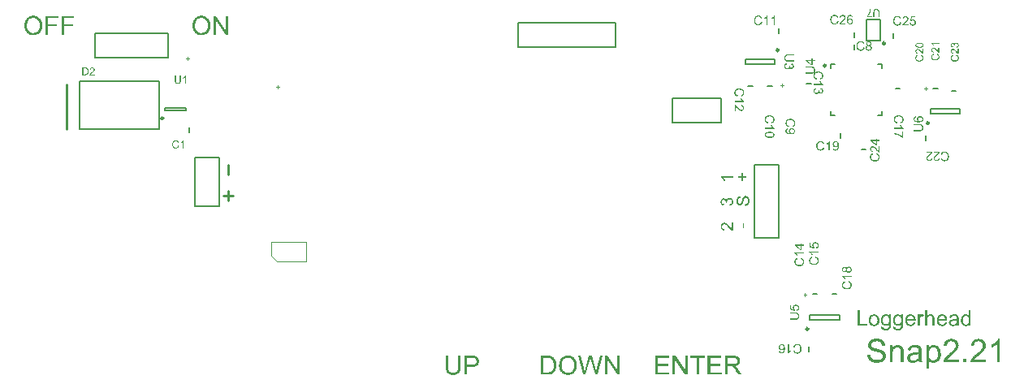
<source format=gto>
G04*
G04 #@! TF.GenerationSoftware,Altium Limited,Altium Designer,21.9.2 (33)*
G04*
G04 Layer_Color=65535*
%FSLAX25Y25*%
%MOIN*%
G70*
G04*
G04 #@! TF.SameCoordinates,2C83DE0A-7195-4B62-B77E-4443F677CE33*
G04*
G04*
G04 #@! TF.FilePolarity,Positive*
G04*
G01*
G75*
%ADD10C,0.00984*%
%ADD11C,0.00787*%
%ADD12C,0.01000*%
%ADD13C,0.00394*%
G36*
X-49253Y-37409D02*
X-49220D01*
X-49131Y-37425D01*
X-49026Y-37442D01*
X-48915Y-37470D01*
X-48793Y-37509D01*
X-48676Y-37564D01*
X-48671D01*
X-48665Y-37570D01*
X-48649Y-37581D01*
X-48626Y-37592D01*
X-48571Y-37625D01*
X-48499Y-37675D01*
X-48421Y-37736D01*
X-48343Y-37808D01*
X-48266Y-37897D01*
X-48199Y-37991D01*
Y-37997D01*
X-48193Y-38002D01*
X-48182Y-38019D01*
X-48177Y-38041D01*
X-48149Y-38097D01*
X-48121Y-38169D01*
X-48088Y-38263D01*
X-48066Y-38369D01*
X-48044Y-38485D01*
X-48038Y-38613D01*
Y-38641D01*
X-48044Y-38669D01*
Y-38713D01*
X-48049Y-38763D01*
X-48060Y-38818D01*
X-48077Y-38885D01*
X-48094Y-38952D01*
X-48116Y-39029D01*
X-48144Y-39107D01*
X-48177Y-39185D01*
X-48221Y-39268D01*
X-48271Y-39346D01*
X-48327Y-39423D01*
X-48393Y-39501D01*
X-48471Y-39573D01*
X-48476Y-39579D01*
X-48493Y-39590D01*
X-48515Y-39606D01*
X-48554Y-39629D01*
X-48604Y-39662D01*
X-48660Y-39690D01*
X-48732Y-39723D01*
X-48809Y-39756D01*
X-48904Y-39795D01*
X-49009Y-39828D01*
X-49126Y-39856D01*
X-49253Y-39884D01*
X-49398Y-39912D01*
X-49553Y-39928D01*
X-49720Y-39939D01*
X-49897Y-39945D01*
X-49903D01*
X-49908D01*
X-49925D01*
X-49947D01*
X-50003Y-39939D01*
X-50081D01*
X-50169Y-39934D01*
X-50275Y-39923D01*
X-50391Y-39912D01*
X-50519Y-39895D01*
X-50647Y-39873D01*
X-50785Y-39845D01*
X-50919Y-39812D01*
X-51052Y-39773D01*
X-51179Y-39723D01*
X-51301Y-39667D01*
X-51418Y-39606D01*
X-51518Y-39534D01*
X-51524Y-39529D01*
X-51535Y-39518D01*
X-51557Y-39495D01*
X-51590Y-39468D01*
X-51623Y-39434D01*
X-51657Y-39390D01*
X-51701Y-39334D01*
X-51740Y-39279D01*
X-51779Y-39212D01*
X-51823Y-39140D01*
X-51856Y-39057D01*
X-51895Y-38974D01*
X-51923Y-38879D01*
X-51945Y-38780D01*
X-51956Y-38674D01*
X-51962Y-38563D01*
Y-38519D01*
X-51956Y-38485D01*
Y-38447D01*
X-51951Y-38402D01*
X-51929Y-38297D01*
X-51901Y-38180D01*
X-51856Y-38058D01*
X-51790Y-37936D01*
X-51751Y-37875D01*
X-51707Y-37819D01*
X-51701Y-37814D01*
X-51696Y-37808D01*
X-51679Y-37792D01*
X-51662Y-37775D01*
X-51635Y-37747D01*
X-51601Y-37725D01*
X-51524Y-37664D01*
X-51424Y-37603D01*
X-51301Y-37547D01*
X-51163Y-37497D01*
X-51007Y-37464D01*
X-50968Y-37936D01*
X-50974D01*
X-50980Y-37941D01*
X-51013Y-37947D01*
X-51063Y-37964D01*
X-51124Y-37986D01*
X-51191Y-38008D01*
X-51257Y-38041D01*
X-51318Y-38080D01*
X-51368Y-38119D01*
X-51379Y-38130D01*
X-51401Y-38152D01*
X-51435Y-38191D01*
X-51473Y-38247D01*
X-51507Y-38319D01*
X-51540Y-38397D01*
X-51562Y-38491D01*
X-51573Y-38591D01*
Y-38630D01*
X-51568Y-38674D01*
X-51557Y-38724D01*
X-51540Y-38791D01*
X-51518Y-38857D01*
X-51490Y-38924D01*
X-51446Y-38990D01*
X-51440Y-39002D01*
X-51418Y-39029D01*
X-51379Y-39068D01*
X-51324Y-39118D01*
X-51257Y-39174D01*
X-51179Y-39235D01*
X-51079Y-39290D01*
X-50968Y-39346D01*
X-50963D01*
X-50952Y-39351D01*
X-50935Y-39357D01*
X-50913Y-39368D01*
X-50880Y-39373D01*
X-50841Y-39384D01*
X-50796Y-39395D01*
X-50741Y-39407D01*
X-50680Y-39423D01*
X-50613Y-39434D01*
X-50541Y-39445D01*
X-50463Y-39451D01*
X-50375Y-39462D01*
X-50286Y-39468D01*
X-50186Y-39473D01*
X-50086D01*
X-50092Y-39468D01*
X-50125Y-39445D01*
X-50169Y-39407D01*
X-50225Y-39357D01*
X-50291Y-39301D01*
X-50352Y-39229D01*
X-50414Y-39151D01*
X-50469Y-39062D01*
Y-39057D01*
X-50475Y-39051D01*
X-50491Y-39018D01*
X-50508Y-38968D01*
X-50536Y-38902D01*
X-50558Y-38824D01*
X-50574Y-38735D01*
X-50591Y-38641D01*
X-50597Y-38541D01*
Y-38496D01*
X-50591Y-38463D01*
X-50586Y-38419D01*
X-50580Y-38374D01*
X-50569Y-38319D01*
X-50552Y-38263D01*
X-50513Y-38136D01*
X-50486Y-38069D01*
X-50447Y-38002D01*
X-50408Y-37936D01*
X-50363Y-37864D01*
X-50308Y-37797D01*
X-50247Y-37736D01*
X-50241Y-37731D01*
X-50230Y-37720D01*
X-50214Y-37703D01*
X-50186Y-37686D01*
X-50147Y-37658D01*
X-50108Y-37631D01*
X-50058Y-37603D01*
X-50003Y-37570D01*
X-49942Y-37536D01*
X-49875Y-37509D01*
X-49797Y-37481D01*
X-49720Y-37453D01*
X-49637Y-37436D01*
X-49542Y-37420D01*
X-49448Y-37409D01*
X-49348Y-37403D01*
X-49342D01*
X-49331D01*
X-49315D01*
X-49287D01*
X-49253Y-37409D01*
D02*
G37*
G36*
X-49581Y-40583D02*
X-49525D01*
X-49459Y-40589D01*
X-49392Y-40594D01*
X-49242Y-40611D01*
X-49087Y-40633D01*
X-48937Y-40666D01*
X-48865Y-40689D01*
X-48798Y-40711D01*
X-48793D01*
X-48782Y-40716D01*
X-48765Y-40728D01*
X-48743Y-40739D01*
X-48682Y-40772D01*
X-48604Y-40822D01*
X-48515Y-40889D01*
X-48427Y-40966D01*
X-48332Y-41066D01*
X-48249Y-41188D01*
Y-41194D01*
X-48238Y-41205D01*
X-48232Y-41221D01*
X-48216Y-41249D01*
X-48199Y-41282D01*
X-48182Y-41327D01*
X-48166Y-41371D01*
X-48144Y-41427D01*
X-48121Y-41488D01*
X-48105Y-41554D01*
X-48088Y-41627D01*
X-48071Y-41710D01*
X-48060Y-41793D01*
X-48049Y-41882D01*
X-48038Y-42082D01*
Y-42132D01*
X-48044Y-42171D01*
Y-42215D01*
X-48049Y-42270D01*
X-48055Y-42331D01*
X-48060Y-42393D01*
X-48083Y-42531D01*
X-48116Y-42681D01*
X-48160Y-42825D01*
X-48221Y-42964D01*
Y-42970D01*
X-48232Y-42981D01*
X-48243Y-42998D01*
X-48254Y-43020D01*
X-48299Y-43081D01*
X-48360Y-43153D01*
X-48438Y-43236D01*
X-48526Y-43314D01*
X-48638Y-43392D01*
X-48760Y-43453D01*
X-48765D01*
X-48776Y-43458D01*
X-48798Y-43464D01*
X-48826Y-43475D01*
X-48860Y-43486D01*
X-48904Y-43497D01*
X-48954Y-43514D01*
X-49015Y-43525D01*
X-49082Y-43536D01*
X-49154Y-43553D01*
X-49231Y-43564D01*
X-49315Y-43575D01*
X-49409Y-43586D01*
X-49509Y-43591D01*
X-49614Y-43597D01*
X-49725D01*
X-51945D01*
Y-43086D01*
X-49725D01*
X-49720D01*
X-49703D01*
X-49675D01*
X-49642D01*
X-49603Y-43081D01*
X-49553D01*
X-49448Y-43075D01*
X-49326Y-43064D01*
X-49204Y-43047D01*
X-49087Y-43025D01*
X-49037Y-43014D01*
X-48987Y-42998D01*
X-48976Y-42992D01*
X-48948Y-42981D01*
X-48909Y-42953D01*
X-48854Y-42920D01*
X-48798Y-42881D01*
X-48737Y-42825D01*
X-48676Y-42759D01*
X-48626Y-42681D01*
X-48621Y-42670D01*
X-48604Y-42642D01*
X-48588Y-42592D01*
X-48565Y-42526D01*
X-48538Y-42448D01*
X-48521Y-42348D01*
X-48504Y-42243D01*
X-48499Y-42126D01*
Y-42071D01*
X-48504Y-42037D01*
Y-41987D01*
X-48510Y-41938D01*
X-48532Y-41815D01*
X-48560Y-41682D01*
X-48604Y-41554D01*
X-48665Y-41432D01*
X-48704Y-41377D01*
X-48748Y-41327D01*
X-48754Y-41321D01*
X-48760Y-41316D01*
X-48776Y-41305D01*
X-48798Y-41288D01*
X-48832Y-41271D01*
X-48865Y-41249D01*
X-48915Y-41227D01*
X-48965Y-41205D01*
X-49026Y-41183D01*
X-49098Y-41166D01*
X-49181Y-41144D01*
X-49270Y-41127D01*
X-49370Y-41111D01*
X-49475Y-41099D01*
X-49598Y-41088D01*
X-49725D01*
X-51945D01*
Y-40578D01*
X-49725D01*
X-49720D01*
X-49698D01*
X-49670D01*
X-49631D01*
X-49581Y-40583D01*
D02*
G37*
G36*
X-237956Y-140256D02*
Y-140267D01*
Y-140311D01*
Y-140367D01*
Y-140445D01*
X-237967Y-140545D01*
Y-140656D01*
X-237978Y-140789D01*
X-237989Y-140922D01*
X-238023Y-141223D01*
X-238067Y-141534D01*
X-238134Y-141833D01*
X-238178Y-141978D01*
X-238223Y-142111D01*
Y-142122D01*
X-238234Y-142145D01*
X-238256Y-142178D01*
X-238278Y-142222D01*
X-238345Y-142345D01*
X-238445Y-142500D01*
X-238578Y-142678D01*
X-238734Y-142856D01*
X-238934Y-143044D01*
X-239178Y-143211D01*
X-239189D01*
X-239212Y-143233D01*
X-239245Y-143245D01*
X-239300Y-143278D01*
X-239367Y-143311D01*
X-239456Y-143344D01*
X-239545Y-143378D01*
X-239656Y-143422D01*
X-239778Y-143467D01*
X-239912Y-143500D01*
X-240056Y-143533D01*
X-240223Y-143567D01*
X-240389Y-143589D01*
X-240567Y-143611D01*
X-240967Y-143633D01*
X-241067D01*
X-241145Y-143622D01*
X-241234D01*
X-241345Y-143611D01*
X-241467Y-143600D01*
X-241589Y-143589D01*
X-241867Y-143544D01*
X-242167Y-143478D01*
X-242456Y-143389D01*
X-242734Y-143267D01*
X-242745D01*
X-242767Y-143245D01*
X-242800Y-143222D01*
X-242845Y-143200D01*
X-242967Y-143111D01*
X-243111Y-142989D01*
X-243278Y-142833D01*
X-243433Y-142656D01*
X-243589Y-142433D01*
X-243711Y-142189D01*
Y-142178D01*
X-243722Y-142156D01*
X-243733Y-142111D01*
X-243756Y-142056D01*
X-243778Y-141989D01*
X-243800Y-141900D01*
X-243833Y-141800D01*
X-243856Y-141678D01*
X-243878Y-141545D01*
X-243911Y-141400D01*
X-243933Y-141245D01*
X-243956Y-141078D01*
X-243978Y-140889D01*
X-243989Y-140689D01*
X-244000Y-140478D01*
Y-140256D01*
Y-135812D01*
X-242978D01*
Y-140256D01*
Y-140267D01*
Y-140300D01*
Y-140356D01*
Y-140422D01*
X-242967Y-140500D01*
Y-140600D01*
X-242956Y-140811D01*
X-242933Y-141056D01*
X-242900Y-141300D01*
X-242856Y-141534D01*
X-242833Y-141633D01*
X-242800Y-141734D01*
X-242789Y-141756D01*
X-242767Y-141811D01*
X-242711Y-141889D01*
X-242645Y-142000D01*
X-242567Y-142111D01*
X-242456Y-142234D01*
X-242322Y-142356D01*
X-242167Y-142456D01*
X-242145Y-142467D01*
X-242089Y-142500D01*
X-241989Y-142533D01*
X-241856Y-142578D01*
X-241700Y-142633D01*
X-241500Y-142667D01*
X-241289Y-142700D01*
X-241056Y-142711D01*
X-240945D01*
X-240878Y-142700D01*
X-240778D01*
X-240678Y-142689D01*
X-240434Y-142645D01*
X-240167Y-142589D01*
X-239912Y-142500D01*
X-239667Y-142378D01*
X-239556Y-142300D01*
X-239456Y-142211D01*
X-239445Y-142200D01*
X-239434Y-142189D01*
X-239412Y-142156D01*
X-239378Y-142111D01*
X-239345Y-142045D01*
X-239300Y-141978D01*
X-239256Y-141878D01*
X-239212Y-141778D01*
X-239167Y-141656D01*
X-239134Y-141511D01*
X-239089Y-141345D01*
X-239056Y-141167D01*
X-239023Y-140967D01*
X-239001Y-140756D01*
X-238978Y-140511D01*
Y-140256D01*
Y-135812D01*
X-237956D01*
Y-140256D01*
D02*
G37*
G36*
X-232934Y-135823D02*
X-232746Y-135834D01*
X-232546Y-135845D01*
X-232357Y-135867D01*
X-232190Y-135890D01*
X-232168D01*
X-232090Y-135912D01*
X-231990Y-135934D01*
X-231857Y-135967D01*
X-231712Y-136023D01*
X-231557Y-136090D01*
X-231390Y-136167D01*
X-231246Y-136256D01*
X-231224Y-136267D01*
X-231179Y-136301D01*
X-231112Y-136367D01*
X-231024Y-136445D01*
X-230924Y-136545D01*
X-230823Y-136679D01*
X-230712Y-136823D01*
X-230624Y-136989D01*
X-230612Y-137012D01*
X-230590Y-137067D01*
X-230546Y-137167D01*
X-230501Y-137301D01*
X-230468Y-137456D01*
X-230424Y-137634D01*
X-230401Y-137834D01*
X-230390Y-138045D01*
Y-138056D01*
Y-138089D01*
Y-138134D01*
X-230401Y-138212D01*
X-230413Y-138289D01*
X-230424Y-138389D01*
X-230446Y-138500D01*
X-230468Y-138623D01*
X-230546Y-138878D01*
X-230590Y-139012D01*
X-230657Y-139156D01*
X-230735Y-139300D01*
X-230812Y-139434D01*
X-230912Y-139567D01*
X-231024Y-139700D01*
X-231035Y-139711D01*
X-231057Y-139734D01*
X-231090Y-139767D01*
X-231146Y-139800D01*
X-231212Y-139856D01*
X-231301Y-139911D01*
X-231412Y-139978D01*
X-231535Y-140034D01*
X-231679Y-140100D01*
X-231846Y-140167D01*
X-232023Y-140223D01*
X-232235Y-140267D01*
X-232457Y-140311D01*
X-232701Y-140345D01*
X-232979Y-140367D01*
X-233268Y-140378D01*
X-235234D01*
Y-143500D01*
X-236256D01*
Y-135812D01*
X-233101D01*
X-232934Y-135823D01*
D02*
G37*
G36*
X-172703Y-143500D02*
X-173759D01*
X-177780Y-137467D01*
Y-143500D01*
X-178758D01*
Y-135812D01*
X-177714D01*
X-173681Y-141856D01*
Y-135812D01*
X-172703D01*
Y-143500D01*
D02*
G37*
G36*
X-181813Y-143500D02*
X-182813D01*
X-184424Y-137645D01*
Y-137634D01*
X-184435Y-137612D01*
X-184447Y-137578D01*
X-184458Y-137523D01*
X-184491Y-137401D01*
X-184524Y-137256D01*
X-184569Y-137101D01*
X-184613Y-136956D01*
X-184646Y-136834D01*
X-184658Y-136778D01*
X-184669Y-136745D01*
Y-136756D01*
X-184680Y-136767D01*
X-184691Y-136834D01*
X-184713Y-136934D01*
X-184747Y-137056D01*
X-184780Y-137189D01*
X-184824Y-137345D01*
X-184858Y-137501D01*
X-184902Y-137645D01*
X-186524Y-143500D01*
X-187591D01*
X-189602Y-135812D01*
X-188546D01*
X-187402Y-140856D01*
Y-140867D01*
X-187391Y-140889D01*
X-187380Y-140934D01*
X-187368Y-140989D01*
X-187357Y-141067D01*
X-187335Y-141145D01*
X-187313Y-141245D01*
X-187291Y-141356D01*
X-187235Y-141589D01*
X-187180Y-141856D01*
X-187124Y-142145D01*
X-187068Y-142433D01*
Y-142422D01*
X-187057Y-142378D01*
X-187035Y-142322D01*
X-187024Y-142234D01*
X-187002Y-142145D01*
X-186969Y-142034D01*
X-186913Y-141789D01*
X-186846Y-141545D01*
X-186824Y-141422D01*
X-186791Y-141311D01*
X-186768Y-141211D01*
X-186746Y-141122D01*
X-186724Y-141056D01*
X-186713Y-141011D01*
X-185257Y-135812D01*
X-184024D01*
X-182936Y-139711D01*
Y-139723D01*
X-182913Y-139778D01*
X-182891Y-139856D01*
X-182869Y-139956D01*
X-182835Y-140089D01*
X-182791Y-140234D01*
X-182747Y-140400D01*
X-182702Y-140589D01*
X-182647Y-140800D01*
X-182602Y-141011D01*
X-182502Y-141467D01*
X-182402Y-141945D01*
X-182325Y-142433D01*
Y-142422D01*
X-182313Y-142400D01*
Y-142356D01*
X-182291Y-142300D01*
X-182280Y-142234D01*
X-182258Y-142156D01*
X-182247Y-142056D01*
X-182213Y-141945D01*
X-182158Y-141700D01*
X-182091Y-141411D01*
X-182025Y-141100D01*
X-181936Y-140756D01*
X-180736Y-135812D01*
X-179702D01*
X-181813Y-143500D01*
D02*
G37*
G36*
X-201845Y-135823D02*
X-201623Y-135834D01*
X-201400Y-135856D01*
X-201178Y-135890D01*
X-200989Y-135923D01*
X-200978D01*
X-200956Y-135934D01*
X-200923D01*
X-200878Y-135956D01*
X-200756Y-135990D01*
X-200600Y-136045D01*
X-200423Y-136123D01*
X-200234Y-136223D01*
X-200045Y-136334D01*
X-199867Y-136478D01*
X-199856Y-136490D01*
X-199845Y-136501D01*
X-199812Y-136534D01*
X-199767Y-136567D01*
X-199656Y-136679D01*
X-199523Y-136834D01*
X-199378Y-137023D01*
X-199223Y-137245D01*
X-199078Y-137501D01*
X-198956Y-137789D01*
Y-137801D01*
X-198945Y-137823D01*
X-198923Y-137867D01*
X-198912Y-137934D01*
X-198878Y-138012D01*
X-198856Y-138101D01*
X-198834Y-138200D01*
X-198801Y-138323D01*
X-198767Y-138445D01*
X-198745Y-138589D01*
X-198689Y-138900D01*
X-198656Y-139245D01*
X-198645Y-139623D01*
Y-139634D01*
Y-139656D01*
Y-139711D01*
Y-139767D01*
X-198656Y-139845D01*
Y-139934D01*
X-198667Y-140145D01*
X-198701Y-140389D01*
X-198734Y-140645D01*
X-198790Y-140911D01*
X-198856Y-141178D01*
Y-141189D01*
X-198867Y-141211D01*
X-198878Y-141245D01*
X-198890Y-141289D01*
X-198934Y-141411D01*
X-199001Y-141567D01*
X-199067Y-141745D01*
X-199156Y-141922D01*
X-199267Y-142111D01*
X-199378Y-142289D01*
X-199390Y-142311D01*
X-199434Y-142367D01*
X-199501Y-142445D01*
X-199589Y-142544D01*
X-199689Y-142656D01*
X-199812Y-142767D01*
X-199934Y-142889D01*
X-200078Y-142989D01*
X-200100Y-143000D01*
X-200145Y-143033D01*
X-200223Y-143078D01*
X-200334Y-143133D01*
X-200467Y-143200D01*
X-200623Y-143256D01*
X-200800Y-143322D01*
X-201000Y-143378D01*
X-201023D01*
X-201056Y-143389D01*
X-201089Y-143400D01*
X-201200Y-143411D01*
X-201356Y-143433D01*
X-201534Y-143456D01*
X-201745Y-143478D01*
X-201978Y-143489D01*
X-202234Y-143500D01*
X-205000D01*
Y-135812D01*
X-202045D01*
X-201845Y-135823D01*
D02*
G37*
G36*
X-193701Y-135690D02*
X-193601D01*
X-193501Y-135701D01*
X-193368Y-135723D01*
X-193235Y-135745D01*
X-192946Y-135801D01*
X-192612Y-135890D01*
X-192290Y-136023D01*
X-192123Y-136101D01*
X-191957Y-136190D01*
X-191946Y-136201D01*
X-191923Y-136212D01*
X-191879Y-136245D01*
X-191812Y-136278D01*
X-191746Y-136334D01*
X-191657Y-136401D01*
X-191468Y-136556D01*
X-191268Y-136756D01*
X-191046Y-137001D01*
X-190835Y-137290D01*
X-190657Y-137612D01*
Y-137623D01*
X-190635Y-137656D01*
X-190613Y-137701D01*
X-190590Y-137767D01*
X-190546Y-137856D01*
X-190513Y-137956D01*
X-190468Y-138078D01*
X-190424Y-138212D01*
X-190390Y-138356D01*
X-190346Y-138512D01*
X-190302Y-138689D01*
X-190268Y-138867D01*
X-190224Y-139256D01*
X-190201Y-139678D01*
Y-139689D01*
Y-139734D01*
Y-139789D01*
X-190213Y-139878D01*
Y-139978D01*
X-190224Y-140100D01*
X-190246Y-140234D01*
X-190257Y-140378D01*
X-190313Y-140700D01*
X-190401Y-141056D01*
X-190524Y-141411D01*
X-190590Y-141589D01*
X-190679Y-141767D01*
Y-141778D01*
X-190701Y-141811D01*
X-190724Y-141856D01*
X-190768Y-141922D01*
X-190813Y-142000D01*
X-190868Y-142078D01*
X-191024Y-142289D01*
X-191212Y-142511D01*
X-191435Y-142745D01*
X-191701Y-142967D01*
X-192012Y-143167D01*
X-192024D01*
X-192046Y-143189D01*
X-192101Y-143211D01*
X-192168Y-143245D01*
X-192246Y-143278D01*
X-192335Y-143311D01*
X-192446Y-143356D01*
X-192568Y-143400D01*
X-192701Y-143445D01*
X-192846Y-143489D01*
X-193168Y-143555D01*
X-193512Y-143611D01*
X-193879Y-143633D01*
X-193990D01*
X-194057Y-143622D01*
X-194157D01*
X-194268Y-143600D01*
X-194390Y-143589D01*
X-194534Y-143567D01*
X-194834Y-143500D01*
X-195157Y-143411D01*
X-195490Y-143278D01*
X-195657Y-143200D01*
X-195823Y-143111D01*
X-195834Y-143100D01*
X-195856Y-143089D01*
X-195901Y-143056D01*
X-195968Y-143011D01*
X-196034Y-142967D01*
X-196112Y-142900D01*
X-196301Y-142733D01*
X-196512Y-142533D01*
X-196734Y-142289D01*
X-196934Y-142011D01*
X-197123Y-141689D01*
Y-141678D01*
X-197145Y-141645D01*
X-197168Y-141600D01*
X-197190Y-141534D01*
X-197223Y-141445D01*
X-197256Y-141345D01*
X-197301Y-141234D01*
X-197334Y-141111D01*
X-197379Y-140967D01*
X-197423Y-140823D01*
X-197490Y-140489D01*
X-197534Y-140145D01*
X-197556Y-139767D01*
Y-139756D01*
Y-139745D01*
Y-139678D01*
X-197545Y-139578D01*
Y-139445D01*
X-197523Y-139289D01*
X-197501Y-139100D01*
X-197467Y-138889D01*
X-197423Y-138667D01*
X-197379Y-138434D01*
X-197312Y-138189D01*
X-197223Y-137945D01*
X-197123Y-137689D01*
X-197012Y-137445D01*
X-196868Y-137201D01*
X-196712Y-136978D01*
X-196534Y-136767D01*
X-196523Y-136756D01*
X-196490Y-136723D01*
X-196423Y-136667D01*
X-196345Y-136601D01*
X-196245Y-136512D01*
X-196123Y-136423D01*
X-195979Y-136323D01*
X-195812Y-136223D01*
X-195634Y-136123D01*
X-195434Y-136023D01*
X-195212Y-135934D01*
X-194979Y-135845D01*
X-194723Y-135778D01*
X-194457Y-135723D01*
X-194179Y-135690D01*
X-193879Y-135679D01*
X-193779D01*
X-193701Y-135690D01*
D02*
G37*
G36*
X-144801Y-143500D02*
X-145857D01*
X-149879Y-137467D01*
Y-143500D01*
X-150856D01*
Y-135812D01*
X-149812D01*
X-145779Y-141856D01*
Y-135812D01*
X-144801D01*
Y-143500D01*
D02*
G37*
G36*
X-125692Y-135823D02*
X-125592D01*
X-125359Y-135834D01*
X-125114Y-135867D01*
X-124848Y-135901D01*
X-124603Y-135956D01*
X-124481Y-135990D01*
X-124381Y-136023D01*
X-124370D01*
X-124359Y-136034D01*
X-124292Y-136067D01*
X-124192Y-136112D01*
X-124070Y-136190D01*
X-123937Y-136290D01*
X-123792Y-136423D01*
X-123659Y-136579D01*
X-123526Y-136756D01*
Y-136767D01*
X-123515Y-136778D01*
X-123470Y-136845D01*
X-123426Y-136956D01*
X-123359Y-137101D01*
X-123303Y-137267D01*
X-123248Y-137467D01*
X-123215Y-137678D01*
X-123204Y-137912D01*
Y-137923D01*
Y-137945D01*
Y-137989D01*
X-123215Y-138045D01*
Y-138123D01*
X-123226Y-138200D01*
X-123270Y-138389D01*
X-123337Y-138612D01*
X-123426Y-138845D01*
X-123559Y-139078D01*
X-123648Y-139189D01*
X-123737Y-139300D01*
X-123748Y-139312D01*
X-123759Y-139323D01*
X-123792Y-139356D01*
X-123837Y-139389D01*
X-123892Y-139434D01*
X-123959Y-139478D01*
X-124048Y-139534D01*
X-124137Y-139600D01*
X-124248Y-139656D01*
X-124370Y-139711D01*
X-124503Y-139778D01*
X-124648Y-139834D01*
X-124814Y-139878D01*
X-124981Y-139934D01*
X-125170Y-139967D01*
X-125370Y-140000D01*
X-125348Y-140011D01*
X-125303Y-140034D01*
X-125237Y-140078D01*
X-125148Y-140123D01*
X-124948Y-140245D01*
X-124848Y-140322D01*
X-124759Y-140389D01*
X-124737Y-140411D01*
X-124681Y-140467D01*
X-124592Y-140556D01*
X-124481Y-140667D01*
X-124359Y-140823D01*
X-124214Y-140989D01*
X-124070Y-141189D01*
X-123915Y-141411D01*
X-122592Y-143500D01*
X-123859D01*
X-124870Y-141900D01*
Y-141889D01*
X-124892Y-141867D01*
X-124914Y-141833D01*
X-124948Y-141789D01*
X-125025Y-141667D01*
X-125126Y-141511D01*
X-125248Y-141345D01*
X-125370Y-141167D01*
X-125492Y-141000D01*
X-125603Y-140845D01*
X-125614Y-140834D01*
X-125648Y-140789D01*
X-125703Y-140723D01*
X-125781Y-140645D01*
X-125948Y-140478D01*
X-126037Y-140400D01*
X-126125Y-140334D01*
X-126137Y-140322D01*
X-126159Y-140311D01*
X-126203Y-140289D01*
X-126270Y-140256D01*
X-126337Y-140223D01*
X-126414Y-140189D01*
X-126592Y-140134D01*
X-126603D01*
X-126625Y-140123D01*
X-126670D01*
X-126725Y-140111D01*
X-126803Y-140100D01*
X-126892D01*
X-127014Y-140089D01*
X-128325D01*
Y-143500D01*
X-129347D01*
Y-135812D01*
X-125781D01*
X-125692Y-135823D01*
D02*
G37*
G36*
X-130947Y-136723D02*
X-135491D01*
Y-139067D01*
X-131236D01*
Y-139978D01*
X-135491D01*
Y-142589D01*
X-130769D01*
Y-143500D01*
X-136513D01*
Y-135812D01*
X-130947D01*
Y-136723D01*
D02*
G37*
G36*
X-137580D02*
X-140113D01*
Y-143500D01*
X-141135D01*
Y-136723D01*
X-143668D01*
Y-135812D01*
X-137580D01*
Y-136723D01*
D02*
G37*
G36*
X-152434D02*
X-156978D01*
Y-139067D01*
X-152723D01*
Y-139978D01*
X-156978D01*
Y-142589D01*
X-152256D01*
Y-143500D01*
X-158000D01*
Y-135812D01*
X-152434D01*
Y-136723D01*
D02*
G37*
G36*
X-333290Y-4000D02*
X-334346D01*
X-338368Y2033D01*
Y-4000D01*
X-339345D01*
Y3688D01*
X-338301D01*
X-334268Y-2356D01*
Y3688D01*
X-333290D01*
Y-4000D01*
D02*
G37*
G36*
X-344145Y3810D02*
X-344045D01*
X-343945Y3799D01*
X-343811Y3777D01*
X-343678Y3755D01*
X-343389Y3699D01*
X-343056Y3610D01*
X-342734Y3477D01*
X-342567Y3399D01*
X-342401Y3310D01*
X-342389Y3299D01*
X-342367Y3288D01*
X-342323Y3255D01*
X-342256Y3221D01*
X-342190Y3166D01*
X-342101Y3099D01*
X-341912Y2944D01*
X-341712Y2744D01*
X-341490Y2499D01*
X-341279Y2211D01*
X-341101Y1888D01*
Y1877D01*
X-341078Y1844D01*
X-341056Y1799D01*
X-341034Y1733D01*
X-340990Y1644D01*
X-340956Y1544D01*
X-340912Y1422D01*
X-340867Y1288D01*
X-340834Y1144D01*
X-340790Y988D01*
X-340745Y811D01*
X-340712Y633D01*
X-340667Y244D01*
X-340645Y-178D01*
Y-189D01*
Y-234D01*
Y-289D01*
X-340656Y-378D01*
Y-478D01*
X-340667Y-600D01*
X-340690Y-734D01*
X-340701Y-878D01*
X-340756Y-1200D01*
X-340845Y-1556D01*
X-340967Y-1911D01*
X-341034Y-2089D01*
X-341123Y-2267D01*
Y-2278D01*
X-341145Y-2311D01*
X-341167Y-2356D01*
X-341212Y-2422D01*
X-341256Y-2500D01*
X-341312Y-2578D01*
X-341467Y-2789D01*
X-341656Y-3011D01*
X-341878Y-3244D01*
X-342145Y-3467D01*
X-342456Y-3667D01*
X-342467D01*
X-342489Y-3689D01*
X-342545Y-3711D01*
X-342612Y-3745D01*
X-342689Y-3778D01*
X-342778Y-3811D01*
X-342889Y-3856D01*
X-343012Y-3900D01*
X-343145Y-3944D01*
X-343289Y-3989D01*
X-343612Y-4056D01*
X-343956Y-4111D01*
X-344323Y-4133D01*
X-344434D01*
X-344500Y-4122D01*
X-344600D01*
X-344711Y-4100D01*
X-344834Y-4089D01*
X-344978Y-4067D01*
X-345278Y-4000D01*
X-345600Y-3911D01*
X-345934Y-3778D01*
X-346100Y-3700D01*
X-346267Y-3611D01*
X-346278Y-3600D01*
X-346300Y-3589D01*
X-346345Y-3556D01*
X-346411Y-3511D01*
X-346478Y-3467D01*
X-346556Y-3400D01*
X-346745Y-3233D01*
X-346956Y-3033D01*
X-347178Y-2789D01*
X-347378Y-2511D01*
X-347567Y-2189D01*
Y-2178D01*
X-347589Y-2145D01*
X-347611Y-2100D01*
X-347633Y-2034D01*
X-347667Y-1945D01*
X-347700Y-1845D01*
X-347744Y-1734D01*
X-347778Y-1611D01*
X-347822Y-1467D01*
X-347867Y-1323D01*
X-347933Y-989D01*
X-347978Y-645D01*
X-348000Y-267D01*
Y-256D01*
Y-245D01*
Y-178D01*
X-347989Y-78D01*
Y55D01*
X-347967Y211D01*
X-347944Y400D01*
X-347911Y611D01*
X-347867Y833D01*
X-347822Y1066D01*
X-347756Y1311D01*
X-347667Y1555D01*
X-347567Y1811D01*
X-347456Y2055D01*
X-347311Y2299D01*
X-347156Y2522D01*
X-346978Y2733D01*
X-346967Y2744D01*
X-346933Y2777D01*
X-346867Y2833D01*
X-346789Y2899D01*
X-346689Y2988D01*
X-346567Y3077D01*
X-346422Y3177D01*
X-346256Y3277D01*
X-346078Y3377D01*
X-345878Y3477D01*
X-345656Y3566D01*
X-345423Y3655D01*
X-345167Y3721D01*
X-344900Y3777D01*
X-344623Y3810D01*
X-344323Y3821D01*
X-344223D01*
X-344145Y3810D01*
D02*
G37*
G36*
X-396524Y2777D02*
X-400702D01*
Y400D01*
X-397091D01*
Y-512D01*
X-400702D01*
Y-4000D01*
X-401724D01*
Y3688D01*
X-396524D01*
Y2777D01*
D02*
G37*
G36*
X-403090D02*
X-407268D01*
Y400D01*
X-403657D01*
Y-512D01*
X-407268D01*
Y-4000D01*
X-408290D01*
Y3688D01*
X-403090D01*
Y2777D01*
D02*
G37*
G36*
X-413145Y3810D02*
X-413045D01*
X-412945Y3799D01*
X-412812Y3777D01*
X-412678Y3755D01*
X-412389Y3699D01*
X-412056Y3610D01*
X-411734Y3477D01*
X-411567Y3399D01*
X-411401Y3310D01*
X-411389Y3299D01*
X-411367Y3288D01*
X-411323Y3255D01*
X-411256Y3221D01*
X-411190Y3166D01*
X-411101Y3099D01*
X-410912Y2944D01*
X-410712Y2744D01*
X-410490Y2499D01*
X-410278Y2211D01*
X-410101Y1888D01*
Y1877D01*
X-410078Y1844D01*
X-410056Y1799D01*
X-410034Y1733D01*
X-409990Y1644D01*
X-409956Y1544D01*
X-409912Y1422D01*
X-409867Y1288D01*
X-409834Y1144D01*
X-409790Y988D01*
X-409745Y811D01*
X-409712Y633D01*
X-409667Y244D01*
X-409645Y-178D01*
Y-189D01*
Y-234D01*
Y-289D01*
X-409656Y-378D01*
Y-478D01*
X-409667Y-600D01*
X-409690Y-734D01*
X-409701Y-878D01*
X-409756Y-1200D01*
X-409845Y-1556D01*
X-409967Y-1911D01*
X-410034Y-2089D01*
X-410123Y-2267D01*
Y-2278D01*
X-410145Y-2311D01*
X-410167Y-2356D01*
X-410212Y-2422D01*
X-410256Y-2500D01*
X-410312Y-2578D01*
X-410467Y-2789D01*
X-410656Y-3011D01*
X-410878Y-3244D01*
X-411145Y-3467D01*
X-411456Y-3667D01*
X-411467D01*
X-411489Y-3689D01*
X-411545Y-3711D01*
X-411612Y-3745D01*
X-411689Y-3778D01*
X-411778Y-3811D01*
X-411889Y-3856D01*
X-412012Y-3900D01*
X-412145Y-3944D01*
X-412289Y-3989D01*
X-412611Y-4056D01*
X-412956Y-4111D01*
X-413323Y-4133D01*
X-413434D01*
X-413500Y-4122D01*
X-413600D01*
X-413711Y-4100D01*
X-413834Y-4089D01*
X-413978Y-4067D01*
X-414278Y-4000D01*
X-414600Y-3911D01*
X-414933Y-3778D01*
X-415100Y-3700D01*
X-415267Y-3611D01*
X-415278Y-3600D01*
X-415300Y-3589D01*
X-415345Y-3556D01*
X-415411Y-3511D01*
X-415478Y-3467D01*
X-415556Y-3400D01*
X-415745Y-3233D01*
X-415956Y-3033D01*
X-416178Y-2789D01*
X-416378Y-2511D01*
X-416567Y-2189D01*
Y-2178D01*
X-416589Y-2145D01*
X-416611Y-2100D01*
X-416633Y-2034D01*
X-416667Y-1945D01*
X-416700Y-1845D01*
X-416745Y-1734D01*
X-416778Y-1611D01*
X-416822Y-1467D01*
X-416867Y-1323D01*
X-416933Y-989D01*
X-416978Y-645D01*
X-417000Y-267D01*
Y-256D01*
Y-245D01*
Y-178D01*
X-416989Y-78D01*
Y55D01*
X-416967Y211D01*
X-416944Y400D01*
X-416911Y611D01*
X-416867Y833D01*
X-416822Y1066D01*
X-416756Y1311D01*
X-416667Y1555D01*
X-416567Y1811D01*
X-416456Y2055D01*
X-416311Y2299D01*
X-416156Y2522D01*
X-415978Y2733D01*
X-415967Y2744D01*
X-415933Y2777D01*
X-415867Y2833D01*
X-415789Y2899D01*
X-415689Y2988D01*
X-415567Y3077D01*
X-415422Y3177D01*
X-415256Y3277D01*
X-415078Y3377D01*
X-414878Y3477D01*
X-414656Y3566D01*
X-414423Y3655D01*
X-414167Y3721D01*
X-413900Y3777D01*
X-413623Y3810D01*
X-413323Y3821D01*
X-413223D01*
X-413145Y3810D01*
D02*
G37*
G36*
X-121539Y-83500D02*
X-122168D01*
Y-81554D01*
X-121539D01*
Y-83500D01*
D02*
G37*
G36*
X-122017Y-62181D02*
X-120626D01*
Y-62765D01*
X-122017D01*
Y-64171D01*
X-122609D01*
Y-62765D01*
X-124000D01*
Y-62181D01*
X-122609D01*
Y-60789D01*
X-122017D01*
Y-62181D01*
D02*
G37*
G36*
X-120788Y-70191D02*
X-120684Y-70206D01*
X-120566Y-70235D01*
X-120440Y-70272D01*
X-120307Y-70332D01*
X-120166Y-70413D01*
X-120159D01*
X-120151Y-70420D01*
X-120107Y-70457D01*
X-120040Y-70509D01*
X-119966Y-70583D01*
X-119877Y-70679D01*
X-119781Y-70798D01*
X-119692Y-70931D01*
X-119611Y-71086D01*
Y-71094D01*
X-119604Y-71109D01*
X-119596Y-71131D01*
X-119581Y-71160D01*
X-119567Y-71205D01*
X-119544Y-71257D01*
X-119515Y-71375D01*
X-119478Y-71516D01*
X-119441Y-71686D01*
X-119419Y-71871D01*
X-119411Y-72070D01*
Y-72189D01*
X-119419Y-72248D01*
Y-72315D01*
X-119426Y-72389D01*
X-119433Y-72478D01*
X-119463Y-72663D01*
X-119493Y-72855D01*
X-119544Y-73047D01*
X-119611Y-73232D01*
Y-73240D01*
X-119618Y-73255D01*
X-119633Y-73277D01*
X-119648Y-73306D01*
X-119692Y-73395D01*
X-119759Y-73499D01*
X-119848Y-73617D01*
X-119951Y-73743D01*
X-120077Y-73861D01*
X-120218Y-73972D01*
X-120225D01*
X-120240Y-73987D01*
X-120262Y-73994D01*
X-120292Y-74017D01*
X-120329Y-74032D01*
X-120373Y-74054D01*
X-120484Y-74106D01*
X-120625Y-74157D01*
X-120780Y-74202D01*
X-120958Y-74231D01*
X-121143Y-74246D01*
X-121202Y-73610D01*
X-121195D01*
X-121187D01*
X-121165Y-73602D01*
X-121135D01*
X-121069Y-73588D01*
X-120973Y-73565D01*
X-120876Y-73536D01*
X-120765Y-73506D01*
X-120662Y-73454D01*
X-120566Y-73403D01*
X-120558Y-73395D01*
X-120529Y-73373D01*
X-120477Y-73336D01*
X-120425Y-73277D01*
X-120358Y-73203D01*
X-120292Y-73121D01*
X-120225Y-73010D01*
X-120166Y-72892D01*
Y-72885D01*
X-120159Y-72877D01*
X-120151Y-72855D01*
X-120144Y-72833D01*
X-120122Y-72759D01*
X-120092Y-72663D01*
X-120062Y-72544D01*
X-120040Y-72411D01*
X-120025Y-72263D01*
X-120018Y-72100D01*
Y-72034D01*
X-120025Y-71960D01*
X-120033Y-71871D01*
X-120048Y-71767D01*
X-120062Y-71649D01*
X-120092Y-71530D01*
X-120129Y-71419D01*
X-120136Y-71404D01*
X-120151Y-71368D01*
X-120181Y-71316D01*
X-120210Y-71249D01*
X-120262Y-71183D01*
X-120314Y-71109D01*
X-120373Y-71034D01*
X-120447Y-70975D01*
X-120455Y-70968D01*
X-120484Y-70953D01*
X-120521Y-70931D01*
X-120580Y-70901D01*
X-120640Y-70872D01*
X-120714Y-70850D01*
X-120795Y-70835D01*
X-120884Y-70827D01*
X-120891D01*
X-120928D01*
X-120973Y-70835D01*
X-121032Y-70842D01*
X-121091Y-70864D01*
X-121165Y-70886D01*
X-121239Y-70924D01*
X-121306Y-70975D01*
X-121313Y-70983D01*
X-121335Y-71005D01*
X-121365Y-71034D01*
X-121409Y-71086D01*
X-121454Y-71145D01*
X-121505Y-71227D01*
X-121557Y-71323D01*
X-121602Y-71434D01*
X-121609Y-71442D01*
X-121616Y-71478D01*
X-121639Y-71538D01*
X-121646Y-71575D01*
X-121661Y-71627D01*
X-121683Y-71678D01*
X-121698Y-71745D01*
X-121720Y-71819D01*
X-121742Y-71908D01*
X-121764Y-71996D01*
X-121794Y-72100D01*
X-121824Y-72219D01*
X-121853Y-72344D01*
Y-72352D01*
X-121861Y-72374D01*
X-121868Y-72411D01*
X-121883Y-72455D01*
X-121898Y-72514D01*
X-121912Y-72581D01*
X-121957Y-72729D01*
X-122009Y-72892D01*
X-122060Y-73062D01*
X-122112Y-73210D01*
X-122142Y-73277D01*
X-122171Y-73336D01*
Y-73343D01*
X-122179Y-73351D01*
X-122208Y-73395D01*
X-122245Y-73462D01*
X-122305Y-73536D01*
X-122371Y-73624D01*
X-122453Y-73713D01*
X-122549Y-73802D01*
X-122652Y-73876D01*
X-122667Y-73883D01*
X-122704Y-73906D01*
X-122763Y-73935D01*
X-122837Y-73965D01*
X-122934Y-73994D01*
X-123045Y-74024D01*
X-123163Y-74046D01*
X-123289Y-74054D01*
X-123296D01*
X-123304D01*
X-123326D01*
X-123355D01*
X-123429Y-74039D01*
X-123526Y-74024D01*
X-123637Y-74002D01*
X-123762Y-73965D01*
X-123888Y-73913D01*
X-124014Y-73839D01*
X-124021D01*
X-124029Y-73832D01*
X-124073Y-73795D01*
X-124132Y-73743D01*
X-124206Y-73676D01*
X-124288Y-73588D01*
X-124377Y-73476D01*
X-124458Y-73343D01*
X-124532Y-73195D01*
Y-73188D01*
X-124539Y-73173D01*
X-124547Y-73151D01*
X-124562Y-73121D01*
X-124576Y-73084D01*
X-124591Y-73032D01*
X-124621Y-72922D01*
X-124650Y-72781D01*
X-124680Y-72618D01*
X-124702Y-72448D01*
X-124710Y-72255D01*
Y-72159D01*
X-124702Y-72107D01*
Y-72056D01*
X-124687Y-71915D01*
X-124665Y-71760D01*
X-124628Y-71597D01*
X-124584Y-71419D01*
X-124525Y-71257D01*
Y-71249D01*
X-124517Y-71234D01*
X-124502Y-71212D01*
X-124488Y-71183D01*
X-124451Y-71109D01*
X-124384Y-71012D01*
X-124310Y-70901D01*
X-124214Y-70790D01*
X-124103Y-70687D01*
X-123977Y-70591D01*
X-123970D01*
X-123962Y-70583D01*
X-123940Y-70568D01*
X-123918Y-70553D01*
X-123844Y-70517D01*
X-123748Y-70472D01*
X-123629Y-70420D01*
X-123489Y-70383D01*
X-123341Y-70346D01*
X-123178Y-70332D01*
X-123126Y-70983D01*
X-123133D01*
X-123148D01*
X-123170Y-70990D01*
X-123207Y-70998D01*
X-123289Y-71020D01*
X-123400Y-71049D01*
X-123518Y-71094D01*
X-123637Y-71160D01*
X-123748Y-71242D01*
X-123851Y-71345D01*
X-123859Y-71360D01*
X-123888Y-71397D01*
X-123933Y-71471D01*
X-123977Y-71567D01*
X-124021Y-71693D01*
X-124066Y-71841D01*
X-124095Y-72026D01*
X-124103Y-72233D01*
Y-72337D01*
X-124095Y-72381D01*
X-124088Y-72440D01*
X-124073Y-72574D01*
X-124044Y-72722D01*
X-124007Y-72870D01*
X-123947Y-73010D01*
X-123910Y-73070D01*
X-123873Y-73129D01*
X-123866Y-73144D01*
X-123836Y-73173D01*
X-123785Y-73217D01*
X-123725Y-73262D01*
X-123644Y-73314D01*
X-123555Y-73358D01*
X-123452Y-73388D01*
X-123333Y-73403D01*
X-123318D01*
X-123289D01*
X-123237Y-73395D01*
X-123178Y-73380D01*
X-123104Y-73358D01*
X-123030Y-73321D01*
X-122956Y-73277D01*
X-122882Y-73210D01*
X-122874Y-73203D01*
X-122852Y-73166D01*
X-122830Y-73136D01*
X-122815Y-73106D01*
X-122793Y-73062D01*
X-122763Y-73010D01*
X-122741Y-72944D01*
X-122712Y-72870D01*
X-122682Y-72788D01*
X-122645Y-72692D01*
X-122615Y-72588D01*
X-122578Y-72470D01*
X-122549Y-72337D01*
X-122512Y-72189D01*
Y-72181D01*
X-122504Y-72152D01*
X-122497Y-72107D01*
X-122482Y-72056D01*
X-122467Y-71989D01*
X-122445Y-71908D01*
X-122423Y-71826D01*
X-122401Y-71737D01*
X-122349Y-71545D01*
X-122297Y-71360D01*
X-122268Y-71271D01*
X-122238Y-71190D01*
X-122216Y-71116D01*
X-122186Y-71057D01*
Y-71049D01*
X-122179Y-71034D01*
X-122164Y-71012D01*
X-122149Y-70983D01*
X-122105Y-70901D01*
X-122046Y-70805D01*
X-121964Y-70694D01*
X-121875Y-70583D01*
X-121772Y-70480D01*
X-121661Y-70391D01*
X-121646Y-70383D01*
X-121609Y-70354D01*
X-121542Y-70324D01*
X-121454Y-70280D01*
X-121350Y-70243D01*
X-121224Y-70206D01*
X-121084Y-70183D01*
X-120936Y-70176D01*
X-120928D01*
X-120921D01*
X-120899D01*
X-120869D01*
X-120788Y-70191D01*
D02*
G37*
G36*
X-126000Y-62742D02*
X-130003D01*
X-129996Y-62749D01*
X-129966Y-62786D01*
X-129922Y-62831D01*
X-129870Y-62905D01*
X-129804Y-62986D01*
X-129730Y-63090D01*
X-129648Y-63208D01*
X-129567Y-63341D01*
Y-63349D01*
X-129559Y-63356D01*
X-129530Y-63401D01*
X-129493Y-63475D01*
X-129448Y-63563D01*
X-129397Y-63667D01*
X-129345Y-63778D01*
X-129293Y-63889D01*
X-129249Y-64000D01*
X-129855D01*
Y-63993D01*
X-129870Y-63978D01*
X-129878Y-63948D01*
X-129900Y-63911D01*
X-129922Y-63867D01*
X-129952Y-63815D01*
X-130026Y-63689D01*
X-130107Y-63541D01*
X-130211Y-63393D01*
X-130329Y-63238D01*
X-130455Y-63082D01*
X-130462Y-63075D01*
X-130470Y-63068D01*
X-130492Y-63045D01*
X-130514Y-63016D01*
X-130588Y-62949D01*
X-130677Y-62860D01*
X-130780Y-62772D01*
X-130899Y-62675D01*
X-131017Y-62594D01*
X-131143Y-62520D01*
Y-62113D01*
X-126000D01*
Y-62742D01*
D02*
G37*
G36*
X-127485Y-70901D02*
X-127425Y-70909D01*
X-127359Y-70924D01*
X-127285Y-70938D01*
X-127203Y-70953D01*
X-127026Y-71012D01*
X-126929Y-71057D01*
X-126841Y-71101D01*
X-126744Y-71160D01*
X-126648Y-71227D01*
X-126552Y-71301D01*
X-126463Y-71390D01*
X-126456Y-71397D01*
X-126441Y-71412D01*
X-126419Y-71442D01*
X-126389Y-71478D01*
X-126352Y-71523D01*
X-126315Y-71582D01*
X-126271Y-71649D01*
X-126234Y-71730D01*
X-126189Y-71811D01*
X-126145Y-71908D01*
X-126108Y-72004D01*
X-126071Y-72115D01*
X-126041Y-72233D01*
X-126019Y-72359D01*
X-126005Y-72485D01*
X-125997Y-72625D01*
Y-72692D01*
X-126005Y-72737D01*
X-126012Y-72796D01*
X-126019Y-72862D01*
X-126034Y-72936D01*
X-126049Y-73018D01*
X-126093Y-73195D01*
X-126167Y-73380D01*
X-126212Y-73476D01*
X-126263Y-73565D01*
X-126330Y-73654D01*
X-126397Y-73743D01*
X-126404Y-73750D01*
X-126419Y-73765D01*
X-126441Y-73787D01*
X-126471Y-73809D01*
X-126508Y-73847D01*
X-126559Y-73883D01*
X-126611Y-73928D01*
X-126678Y-73972D01*
X-126752Y-74017D01*
X-126826Y-74061D01*
X-127004Y-74142D01*
X-127211Y-74209D01*
X-127322Y-74231D01*
X-127440Y-74246D01*
X-127522Y-73617D01*
X-127514D01*
X-127499Y-73610D01*
X-127470Y-73602D01*
X-127433Y-73595D01*
X-127388Y-73588D01*
X-127337Y-73573D01*
X-127225Y-73536D01*
X-127092Y-73484D01*
X-126967Y-73417D01*
X-126848Y-73343D01*
X-126744Y-73255D01*
X-126737Y-73240D01*
X-126707Y-73210D01*
X-126671Y-73151D01*
X-126634Y-73077D01*
X-126589Y-72988D01*
X-126552Y-72877D01*
X-126523Y-72751D01*
X-126515Y-72618D01*
Y-72574D01*
X-126523Y-72544D01*
X-126530Y-72463D01*
X-126552Y-72359D01*
X-126589Y-72241D01*
X-126641Y-72115D01*
X-126715Y-71989D01*
X-126819Y-71871D01*
X-126833Y-71856D01*
X-126878Y-71819D01*
X-126944Y-71775D01*
X-127033Y-71715D01*
X-127144Y-71656D01*
X-127270Y-71612D01*
X-127418Y-71575D01*
X-127581Y-71560D01*
X-127588D01*
X-127603D01*
X-127625D01*
X-127655Y-71567D01*
X-127736Y-71575D01*
X-127832Y-71597D01*
X-127951Y-71627D01*
X-128069Y-71678D01*
X-128188Y-71752D01*
X-128298Y-71848D01*
X-128313Y-71863D01*
X-128343Y-71900D01*
X-128387Y-71960D01*
X-128439Y-72041D01*
X-128491Y-72145D01*
X-128535Y-72270D01*
X-128565Y-72411D01*
X-128580Y-72566D01*
Y-72633D01*
X-128572Y-72685D01*
X-128565Y-72751D01*
X-128550Y-72825D01*
X-128535Y-72914D01*
X-128513Y-73010D01*
X-129068Y-72936D01*
Y-72899D01*
X-129061Y-72870D01*
Y-72773D01*
X-129076Y-72692D01*
X-129090Y-72596D01*
X-129113Y-72485D01*
X-129149Y-72359D01*
X-129201Y-72241D01*
X-129268Y-72115D01*
Y-72107D01*
X-129275Y-72100D01*
X-129305Y-72063D01*
X-129357Y-72011D01*
X-129423Y-71952D01*
X-129519Y-71893D01*
X-129630Y-71841D01*
X-129756Y-71804D01*
X-129830Y-71789D01*
X-129912D01*
X-129919D01*
X-129927D01*
X-129971D01*
X-130030Y-71804D01*
X-130112Y-71819D01*
X-130200Y-71848D01*
X-130297Y-71886D01*
X-130393Y-71945D01*
X-130482Y-72026D01*
X-130489Y-72034D01*
X-130518Y-72070D01*
X-130555Y-72122D01*
X-130600Y-72189D01*
X-130637Y-72278D01*
X-130674Y-72381D01*
X-130703Y-72500D01*
X-130711Y-72633D01*
Y-72692D01*
X-130696Y-72759D01*
X-130681Y-72847D01*
X-130652Y-72944D01*
X-130615Y-73040D01*
X-130555Y-73144D01*
X-130482Y-73240D01*
X-130474Y-73247D01*
X-130437Y-73277D01*
X-130385Y-73321D01*
X-130311Y-73373D01*
X-130215Y-73425D01*
X-130097Y-73476D01*
X-129956Y-73521D01*
X-129793Y-73550D01*
X-129904Y-74180D01*
X-129912D01*
X-129934Y-74172D01*
X-129964Y-74165D01*
X-130008Y-74157D01*
X-130060Y-74142D01*
X-130119Y-74120D01*
X-130260Y-74076D01*
X-130422Y-74002D01*
X-130585Y-73913D01*
X-130740Y-73802D01*
X-130881Y-73662D01*
X-130888Y-73654D01*
X-130896Y-73639D01*
X-130911Y-73617D01*
X-130933Y-73588D01*
X-130963Y-73550D01*
X-130992Y-73499D01*
X-131022Y-73447D01*
X-131059Y-73380D01*
X-131118Y-73232D01*
X-131177Y-73062D01*
X-131214Y-72862D01*
X-131229Y-72759D01*
Y-72574D01*
X-131221Y-72492D01*
X-131207Y-72396D01*
X-131184Y-72278D01*
X-131148Y-72145D01*
X-131103Y-72011D01*
X-131044Y-71878D01*
Y-71871D01*
X-131036Y-71863D01*
X-131014Y-71819D01*
X-130970Y-71752D01*
X-130918Y-71678D01*
X-130844Y-71589D01*
X-130763Y-71501D01*
X-130666Y-71412D01*
X-130555Y-71338D01*
X-130541Y-71330D01*
X-130504Y-71308D01*
X-130437Y-71279D01*
X-130356Y-71242D01*
X-130260Y-71205D01*
X-130148Y-71175D01*
X-130023Y-71153D01*
X-129897Y-71145D01*
X-129882D01*
X-129838D01*
X-129779Y-71153D01*
X-129697Y-71168D01*
X-129601Y-71190D01*
X-129497Y-71227D01*
X-129394Y-71271D01*
X-129290Y-71330D01*
X-129275Y-71338D01*
X-129246Y-71360D01*
X-129194Y-71404D01*
X-129135Y-71464D01*
X-129068Y-71538D01*
X-128994Y-71627D01*
X-128928Y-71730D01*
X-128861Y-71856D01*
Y-71848D01*
X-128853Y-71834D01*
X-128846Y-71811D01*
X-128839Y-71782D01*
X-128809Y-71701D01*
X-128765Y-71597D01*
X-128706Y-71478D01*
X-128631Y-71360D01*
X-128535Y-71249D01*
X-128424Y-71145D01*
X-128410Y-71138D01*
X-128365Y-71109D01*
X-128291Y-71064D01*
X-128195Y-71020D01*
X-128077Y-70975D01*
X-127936Y-70931D01*
X-127773Y-70901D01*
X-127595Y-70894D01*
X-127588D01*
X-127566D01*
X-127529D01*
X-127485Y-70901D01*
D02*
G37*
G36*
X-126000Y-84493D02*
X-126007D01*
X-126037D01*
X-126081D01*
X-126141Y-84485D01*
X-126207Y-84478D01*
X-126281Y-84463D01*
X-126355Y-84448D01*
X-126437Y-84419D01*
X-126444D01*
X-126451Y-84411D01*
X-126496Y-84396D01*
X-126562Y-84367D01*
X-126651Y-84322D01*
X-126755Y-84263D01*
X-126873Y-84189D01*
X-126992Y-84108D01*
X-127117Y-84004D01*
X-127125D01*
X-127132Y-83989D01*
X-127177Y-83952D01*
X-127243Y-83886D01*
X-127339Y-83790D01*
X-127450Y-83679D01*
X-127584Y-83538D01*
X-127732Y-83368D01*
X-127887Y-83183D01*
X-127894Y-83175D01*
X-127917Y-83146D01*
X-127954Y-83101D01*
X-127998Y-83050D01*
X-128057Y-82983D01*
X-128124Y-82902D01*
X-128198Y-82820D01*
X-128279Y-82724D01*
X-128457Y-82539D01*
X-128634Y-82354D01*
X-128723Y-82265D01*
X-128812Y-82184D01*
X-128893Y-82110D01*
X-128975Y-82051D01*
X-128982D01*
X-128990Y-82036D01*
X-129012Y-82021D01*
X-129041Y-82006D01*
X-129123Y-81954D01*
X-129219Y-81895D01*
X-129337Y-81843D01*
X-129463Y-81792D01*
X-129604Y-81762D01*
X-129737Y-81747D01*
X-129744D01*
X-129752D01*
X-129796Y-81755D01*
X-129870Y-81762D01*
X-129952Y-81784D01*
X-130055Y-81814D01*
X-130159Y-81866D01*
X-130262Y-81932D01*
X-130366Y-82021D01*
X-130381Y-82036D01*
X-130410Y-82073D01*
X-130447Y-82125D01*
X-130499Y-82206D01*
X-130544Y-82310D01*
X-130588Y-82428D01*
X-130618Y-82569D01*
X-130625Y-82724D01*
Y-82768D01*
X-130618Y-82798D01*
X-130610Y-82887D01*
X-130588Y-82990D01*
X-130558Y-83101D01*
X-130507Y-83227D01*
X-130440Y-83346D01*
X-130351Y-83457D01*
X-130336Y-83471D01*
X-130299Y-83501D01*
X-130240Y-83545D01*
X-130151Y-83590D01*
X-130048Y-83642D01*
X-129915Y-83686D01*
X-129767Y-83716D01*
X-129596Y-83730D01*
X-129663Y-84374D01*
X-129670D01*
X-129693Y-84367D01*
X-129730D01*
X-129781Y-84359D01*
X-129841Y-84345D01*
X-129907Y-84330D01*
X-129989Y-84308D01*
X-130070Y-84285D01*
X-130248Y-84226D01*
X-130425Y-84137D01*
X-130514Y-84086D01*
X-130603Y-84019D01*
X-130684Y-83952D01*
X-130758Y-83878D01*
X-130766Y-83871D01*
X-130773Y-83856D01*
X-130795Y-83834D01*
X-130817Y-83797D01*
X-130847Y-83753D01*
X-130877Y-83701D01*
X-130914Y-83642D01*
X-130951Y-83568D01*
X-130988Y-83486D01*
X-131025Y-83397D01*
X-131054Y-83301D01*
X-131084Y-83198D01*
X-131106Y-83087D01*
X-131128Y-82968D01*
X-131136Y-82842D01*
X-131143Y-82709D01*
Y-82635D01*
X-131136Y-82583D01*
X-131128Y-82524D01*
X-131121Y-82450D01*
X-131106Y-82369D01*
X-131091Y-82287D01*
X-131039Y-82095D01*
X-130965Y-81903D01*
X-130921Y-81806D01*
X-130869Y-81710D01*
X-130803Y-81621D01*
X-130729Y-81540D01*
X-130721Y-81533D01*
X-130714Y-81518D01*
X-130684Y-81503D01*
X-130655Y-81473D01*
X-130618Y-81436D01*
X-130566Y-81399D01*
X-130514Y-81362D01*
X-130447Y-81318D01*
X-130307Y-81244D01*
X-130129Y-81170D01*
X-130040Y-81140D01*
X-129937Y-81126D01*
X-129833Y-81111D01*
X-129722Y-81103D01*
X-129707D01*
X-129670D01*
X-129611Y-81111D01*
X-129530Y-81118D01*
X-129441Y-81133D01*
X-129337Y-81163D01*
X-129226Y-81192D01*
X-129115Y-81237D01*
X-129101Y-81244D01*
X-129064Y-81259D01*
X-129004Y-81288D01*
X-128923Y-81333D01*
X-128834Y-81392D01*
X-128723Y-81466D01*
X-128612Y-81555D01*
X-128486Y-81658D01*
X-128472Y-81673D01*
X-128427Y-81710D01*
X-128390Y-81747D01*
X-128353Y-81784D01*
X-128309Y-81829D01*
X-128250Y-81888D01*
X-128190Y-81947D01*
X-128124Y-82021D01*
X-128050Y-82095D01*
X-127968Y-82184D01*
X-127887Y-82280D01*
X-127791Y-82384D01*
X-127695Y-82502D01*
X-127591Y-82620D01*
X-127584Y-82628D01*
X-127569Y-82643D01*
X-127547Y-82672D01*
X-127517Y-82709D01*
X-127473Y-82754D01*
X-127428Y-82805D01*
X-127332Y-82924D01*
X-127221Y-83050D01*
X-127110Y-83168D01*
X-127014Y-83272D01*
X-126977Y-83316D01*
X-126940Y-83353D01*
X-126932Y-83360D01*
X-126910Y-83383D01*
X-126881Y-83412D01*
X-126836Y-83449D01*
X-126784Y-83486D01*
X-126733Y-83531D01*
X-126607Y-83619D01*
Y-81096D01*
X-126000D01*
Y-84493D01*
D02*
G37*
G36*
X-28547Y-123500D02*
X-29277D01*
Y-122917D01*
X-29287Y-122926D01*
X-29296Y-122945D01*
X-29324Y-122982D01*
X-29360Y-123028D01*
X-29407Y-123074D01*
X-29462Y-123130D01*
X-29527Y-123195D01*
X-29610Y-123259D01*
X-29693Y-123324D01*
X-29786Y-123389D01*
X-29897Y-123444D01*
X-30017Y-123491D01*
X-30138Y-123537D01*
X-30276Y-123574D01*
X-30424Y-123592D01*
X-30582Y-123602D01*
X-30637D01*
X-30674Y-123592D01*
X-30785Y-123583D01*
X-30915Y-123565D01*
X-31072Y-123528D01*
X-31247Y-123472D01*
X-31423Y-123398D01*
X-31599Y-123296D01*
X-31608D01*
X-31618Y-123278D01*
X-31673Y-123241D01*
X-31756Y-123167D01*
X-31858Y-123074D01*
X-31978Y-122954D01*
X-32098Y-122806D01*
X-32219Y-122640D01*
X-32320Y-122445D01*
Y-122436D01*
X-32330Y-122418D01*
X-32339Y-122390D01*
X-32357Y-122353D01*
X-32376Y-122298D01*
X-32404Y-122233D01*
X-32422Y-122168D01*
X-32441Y-122085D01*
X-32487Y-121900D01*
X-32533Y-121687D01*
X-32561Y-121447D01*
X-32570Y-121187D01*
Y-121178D01*
Y-121160D01*
Y-121123D01*
Y-121067D01*
X-32561Y-121012D01*
Y-120938D01*
X-32542Y-120771D01*
X-32515Y-120577D01*
X-32469Y-120364D01*
X-32413Y-120142D01*
X-32339Y-119930D01*
Y-119920D01*
X-32330Y-119902D01*
X-32311Y-119874D01*
X-32293Y-119837D01*
X-32237Y-119735D01*
X-32163Y-119606D01*
X-32071Y-119467D01*
X-31951Y-119328D01*
X-31812Y-119180D01*
X-31645Y-119060D01*
X-31636D01*
X-31627Y-119051D01*
X-31599Y-119032D01*
X-31562Y-119014D01*
X-31470Y-118967D01*
X-31340Y-118903D01*
X-31192Y-118847D01*
X-31016Y-118801D01*
X-30822Y-118764D01*
X-30619Y-118755D01*
X-30544D01*
X-30470Y-118764D01*
X-30369Y-118773D01*
X-30248Y-118801D01*
X-30119Y-118829D01*
X-29989Y-118875D01*
X-29869Y-118940D01*
X-29851Y-118949D01*
X-29814Y-118967D01*
X-29758Y-119014D01*
X-29684Y-119060D01*
X-29592Y-119125D01*
X-29509Y-119208D01*
X-29416Y-119291D01*
X-29333Y-119393D01*
Y-117099D01*
X-28547D01*
Y-123500D01*
D02*
G37*
G36*
X-48332Y-118764D02*
X-48230Y-118782D01*
X-48110Y-118819D01*
X-47981Y-118866D01*
X-47833Y-118930D01*
X-47675Y-119014D01*
X-47962Y-119735D01*
X-47971Y-119726D01*
X-48008Y-119708D01*
X-48064Y-119680D01*
X-48138Y-119652D01*
X-48221Y-119624D01*
X-48323Y-119597D01*
X-48425Y-119578D01*
X-48526Y-119569D01*
X-48573D01*
X-48619Y-119578D01*
X-48684Y-119587D01*
X-48748Y-119606D01*
X-48832Y-119633D01*
X-48915Y-119670D01*
X-48989Y-119726D01*
X-48998Y-119735D01*
X-49026Y-119754D01*
X-49054Y-119791D01*
X-49100Y-119837D01*
X-49146Y-119902D01*
X-49193Y-119976D01*
X-49239Y-120059D01*
X-49276Y-120161D01*
X-49285Y-120179D01*
X-49294Y-120235D01*
X-49313Y-120318D01*
X-49341Y-120429D01*
X-49368Y-120568D01*
X-49387Y-120725D01*
X-49396Y-120891D01*
X-49405Y-121077D01*
Y-123500D01*
X-50191D01*
Y-118857D01*
X-49479D01*
Y-119560D01*
X-49470Y-119550D01*
X-49433Y-119485D01*
X-49387Y-119402D01*
X-49313Y-119300D01*
X-49239Y-119199D01*
X-49156Y-119088D01*
X-49072Y-118995D01*
X-48989Y-118921D01*
X-48980Y-118912D01*
X-48952Y-118894D01*
X-48897Y-118866D01*
X-48841Y-118838D01*
X-48767Y-118810D01*
X-48674Y-118782D01*
X-48582Y-118764D01*
X-48480Y-118755D01*
X-48415D01*
X-48332Y-118764D01*
D02*
G37*
G36*
X-35086Y-118764D02*
X-34947Y-118773D01*
X-34790Y-118792D01*
X-34633Y-118819D01*
X-34476Y-118857D01*
X-34328Y-118903D01*
X-34309Y-118912D01*
X-34263Y-118930D01*
X-34198Y-118958D01*
X-34115Y-118995D01*
X-34023Y-119051D01*
X-33930Y-119106D01*
X-33847Y-119180D01*
X-33773Y-119254D01*
X-33764Y-119264D01*
X-33745Y-119291D01*
X-33717Y-119337D01*
X-33680Y-119393D01*
X-33634Y-119476D01*
X-33597Y-119560D01*
X-33560Y-119661D01*
X-33532Y-119781D01*
Y-119791D01*
X-33523Y-119818D01*
X-33514Y-119874D01*
X-33505Y-119948D01*
Y-120050D01*
X-33495Y-120170D01*
X-33486Y-120327D01*
Y-120503D01*
Y-121557D01*
Y-121567D01*
Y-121604D01*
Y-121659D01*
Y-121733D01*
Y-121817D01*
Y-121918D01*
X-33477Y-122140D01*
Y-122371D01*
X-33468Y-122603D01*
X-33458Y-122705D01*
Y-122797D01*
X-33449Y-122880D01*
X-33440Y-122945D01*
Y-122954D01*
X-33430Y-122991D01*
X-33421Y-123047D01*
X-33393Y-123121D01*
X-33375Y-123204D01*
X-33338Y-123296D01*
X-33292Y-123398D01*
X-33246Y-123500D01*
X-34069D01*
X-34078Y-123491D01*
X-34087Y-123454D01*
X-34106Y-123407D01*
X-34133Y-123334D01*
X-34161Y-123250D01*
X-34180Y-123149D01*
X-34198Y-123038D01*
X-34217Y-122917D01*
X-34226D01*
X-34235Y-122936D01*
X-34291Y-122982D01*
X-34374Y-123047D01*
X-34485Y-123130D01*
X-34624Y-123213D01*
X-34762Y-123306D01*
X-34911Y-123389D01*
X-35068Y-123454D01*
X-35086Y-123463D01*
X-35142Y-123472D01*
X-35225Y-123500D01*
X-35327Y-123528D01*
X-35456Y-123556D01*
X-35604Y-123574D01*
X-35771Y-123592D01*
X-35937Y-123602D01*
X-36011D01*
X-36067Y-123592D01*
X-36132D01*
X-36206Y-123583D01*
X-36372Y-123556D01*
X-36557Y-123509D01*
X-36761Y-123444D01*
X-36946Y-123352D01*
X-37112Y-123232D01*
X-37130Y-123213D01*
X-37177Y-123167D01*
X-37242Y-123084D01*
X-37315Y-122973D01*
X-37389Y-122834D01*
X-37454Y-122677D01*
X-37501Y-122483D01*
X-37510Y-122390D01*
X-37519Y-122279D01*
Y-122260D01*
Y-122223D01*
X-37510Y-122159D01*
X-37501Y-122075D01*
X-37482Y-121974D01*
X-37454Y-121872D01*
X-37417Y-121761D01*
X-37371Y-121659D01*
X-37362Y-121650D01*
X-37343Y-121613D01*
X-37306Y-121557D01*
X-37260Y-121493D01*
X-37205Y-121419D01*
X-37130Y-121345D01*
X-37056Y-121271D01*
X-36964Y-121206D01*
X-36955Y-121197D01*
X-36918Y-121178D01*
X-36871Y-121141D01*
X-36797Y-121104D01*
X-36714Y-121067D01*
X-36612Y-121021D01*
X-36511Y-120984D01*
X-36391Y-120947D01*
X-36381D01*
X-36344Y-120938D01*
X-36289Y-120919D01*
X-36215Y-120910D01*
X-36122Y-120891D01*
X-36002Y-120873D01*
X-35863Y-120845D01*
X-35697Y-120827D01*
X-35688D01*
X-35651Y-120817D01*
X-35604D01*
X-35539Y-120808D01*
X-35465Y-120799D01*
X-35373Y-120781D01*
X-35271Y-120771D01*
X-35160Y-120753D01*
X-34938Y-120706D01*
X-34698Y-120660D01*
X-34485Y-120605D01*
X-34383Y-120577D01*
X-34291Y-120549D01*
Y-120540D01*
Y-120521D01*
X-34282Y-120466D01*
Y-120401D01*
Y-120364D01*
Y-120346D01*
Y-120336D01*
Y-120327D01*
Y-120272D01*
X-34291Y-120179D01*
X-34309Y-120078D01*
X-34337Y-119966D01*
X-34383Y-119855D01*
X-34439Y-119754D01*
X-34513Y-119670D01*
X-34522Y-119661D01*
X-34568Y-119624D01*
X-34642Y-119587D01*
X-34735Y-119532D01*
X-34864Y-119485D01*
X-35012Y-119439D01*
X-35197Y-119412D01*
X-35410Y-119402D01*
X-35502D01*
X-35595Y-119412D01*
X-35724Y-119430D01*
X-35854Y-119448D01*
X-35993Y-119485D01*
X-36122Y-119532D01*
X-36233Y-119597D01*
X-36242Y-119606D01*
X-36279Y-119633D01*
X-36326Y-119680D01*
X-36381Y-119754D01*
X-36437Y-119846D01*
X-36502Y-119966D01*
X-36557Y-120115D01*
X-36612Y-120281D01*
X-37380Y-120179D01*
Y-120170D01*
X-37371Y-120161D01*
Y-120133D01*
X-37362Y-120096D01*
X-37334Y-120013D01*
X-37297Y-119893D01*
X-37251Y-119772D01*
X-37195Y-119643D01*
X-37121Y-119513D01*
X-37038Y-119393D01*
X-37029Y-119384D01*
X-36992Y-119347D01*
X-36936Y-119291D01*
X-36862Y-119217D01*
X-36761Y-119143D01*
X-36640Y-119069D01*
X-36502Y-118986D01*
X-36344Y-118921D01*
X-36335D01*
X-36326Y-118912D01*
X-36298Y-118903D01*
X-36261Y-118894D01*
X-36169Y-118866D01*
X-36039Y-118838D01*
X-35891Y-118810D01*
X-35706Y-118782D01*
X-35512Y-118764D01*
X-35290Y-118755D01*
X-35188D01*
X-35086Y-118764D01*
D02*
G37*
G36*
X-46417Y-119393D02*
X-46408Y-119384D01*
X-46390Y-119365D01*
X-46362Y-119337D01*
X-46316Y-119291D01*
X-46270Y-119245D01*
X-46205Y-119190D01*
X-46121Y-119134D01*
X-46038Y-119069D01*
X-45946Y-119014D01*
X-45844Y-118958D01*
X-45603Y-118857D01*
X-45474Y-118810D01*
X-45335Y-118782D01*
X-45187Y-118764D01*
X-45039Y-118755D01*
X-44956D01*
X-44854Y-118764D01*
X-44734Y-118782D01*
X-44595Y-118801D01*
X-44447Y-118838D01*
X-44299Y-118894D01*
X-44151Y-118958D01*
X-44133Y-118967D01*
X-44087Y-118995D01*
X-44022Y-119042D01*
X-43938Y-119106D01*
X-43855Y-119190D01*
X-43763Y-119282D01*
X-43679Y-119393D01*
X-43606Y-119523D01*
X-43596Y-119541D01*
X-43578Y-119587D01*
X-43550Y-119670D01*
X-43522Y-119791D01*
X-43494Y-119939D01*
X-43467Y-120115D01*
X-43448Y-120327D01*
X-43439Y-120568D01*
Y-123500D01*
X-44225D01*
Y-120559D01*
Y-120549D01*
Y-120531D01*
Y-120503D01*
Y-120466D01*
X-44234Y-120364D01*
X-44253Y-120235D01*
X-44290Y-120096D01*
X-44336Y-119957D01*
X-44401Y-119818D01*
X-44484Y-119708D01*
X-44493Y-119698D01*
X-44530Y-119661D01*
X-44586Y-119615D01*
X-44669Y-119569D01*
X-44771Y-119513D01*
X-44891Y-119476D01*
X-45039Y-119439D01*
X-45206Y-119430D01*
X-45261D01*
X-45326Y-119439D01*
X-45419Y-119448D01*
X-45511Y-119476D01*
X-45622Y-119504D01*
X-45733Y-119550D01*
X-45853Y-119615D01*
X-45862Y-119624D01*
X-45900Y-119652D01*
X-45955Y-119689D01*
X-46020Y-119745D01*
X-46094Y-119818D01*
X-46168Y-119902D01*
X-46233Y-120003D01*
X-46288Y-120115D01*
X-46297Y-120133D01*
X-46306Y-120170D01*
X-46325Y-120244D01*
X-46353Y-120336D01*
X-46380Y-120457D01*
X-46399Y-120605D01*
X-46408Y-120771D01*
X-46417Y-120966D01*
Y-123500D01*
X-47204D01*
Y-117099D01*
X-46417D01*
Y-119393D01*
D02*
G37*
G36*
X-74149Y-122741D02*
X-70995D01*
Y-123500D01*
X-75000D01*
Y-117099D01*
X-74149D01*
Y-122741D01*
D02*
G37*
G36*
X-40174Y-118764D02*
X-40100Y-118773D01*
X-40007Y-118792D01*
X-39906Y-118810D01*
X-39785Y-118838D01*
X-39674Y-118866D01*
X-39545Y-118912D01*
X-39424Y-118958D01*
X-39295Y-119023D01*
X-39165Y-119097D01*
X-39036Y-119180D01*
X-38916Y-119282D01*
X-38805Y-119393D01*
X-38796Y-119402D01*
X-38777Y-119421D01*
X-38749Y-119458D01*
X-38712Y-119513D01*
X-38666Y-119578D01*
X-38620Y-119652D01*
X-38564Y-119745D01*
X-38509Y-119855D01*
X-38453Y-119976D01*
X-38398Y-120105D01*
X-38352Y-120253D01*
X-38305Y-120411D01*
X-38268Y-120586D01*
X-38241Y-120771D01*
X-38222Y-120966D01*
X-38213Y-121178D01*
Y-121187D01*
Y-121224D01*
Y-121289D01*
X-38222Y-121382D01*
X-41691D01*
Y-121391D01*
Y-121419D01*
X-41682Y-121456D01*
Y-121511D01*
X-41672Y-121576D01*
X-41654Y-121650D01*
X-41626Y-121817D01*
X-41570Y-122002D01*
X-41497Y-122205D01*
X-41395Y-122390D01*
X-41265Y-122556D01*
X-41256D01*
X-41247Y-122575D01*
X-41191Y-122621D01*
X-41108Y-122686D01*
X-40997Y-122751D01*
X-40849Y-122825D01*
X-40683Y-122889D01*
X-40497Y-122936D01*
X-40396Y-122945D01*
X-40285Y-122954D01*
X-40211D01*
X-40128Y-122945D01*
X-40026Y-122926D01*
X-39915Y-122899D01*
X-39785Y-122862D01*
X-39665Y-122806D01*
X-39545Y-122732D01*
X-39535Y-122723D01*
X-39489Y-122686D01*
X-39434Y-122631D01*
X-39369Y-122556D01*
X-39295Y-122455D01*
X-39212Y-122325D01*
X-39129Y-122177D01*
X-39055Y-122002D01*
X-38241Y-122103D01*
Y-122113D01*
X-38250Y-122131D01*
X-38259Y-122168D01*
X-38278Y-122223D01*
X-38305Y-122279D01*
X-38333Y-122353D01*
X-38407Y-122510D01*
X-38500Y-122686D01*
X-38629Y-122871D01*
X-38777Y-123047D01*
X-38962Y-123213D01*
X-38971D01*
X-38990Y-123232D01*
X-39018Y-123250D01*
X-39055Y-123278D01*
X-39110Y-123306D01*
X-39165Y-123334D01*
X-39239Y-123371D01*
X-39323Y-123407D01*
X-39415Y-123444D01*
X-39508Y-123482D01*
X-39739Y-123537D01*
X-39998Y-123583D01*
X-40285Y-123602D01*
X-40387D01*
X-40451Y-123592D01*
X-40534Y-123583D01*
X-40636Y-123565D01*
X-40747Y-123546D01*
X-40867Y-123528D01*
X-41126Y-123454D01*
X-41265Y-123398D01*
X-41395Y-123343D01*
X-41533Y-123269D01*
X-41663Y-123186D01*
X-41783Y-123093D01*
X-41903Y-122982D01*
X-41913Y-122973D01*
X-41931Y-122954D01*
X-41959Y-122917D01*
X-41996Y-122862D01*
X-42042Y-122797D01*
X-42088Y-122723D01*
X-42144Y-122631D01*
X-42200Y-122529D01*
X-42255Y-122408D01*
X-42311Y-122279D01*
X-42357Y-122131D01*
X-42403Y-121974D01*
X-42440Y-121807D01*
X-42468Y-121622D01*
X-42486Y-121428D01*
X-42496Y-121224D01*
Y-121215D01*
Y-121169D01*
Y-121114D01*
X-42486Y-121030D01*
X-42477Y-120929D01*
X-42468Y-120817D01*
X-42449Y-120688D01*
X-42421Y-120559D01*
X-42347Y-120263D01*
X-42301Y-120115D01*
X-42246Y-119957D01*
X-42172Y-119809D01*
X-42088Y-119670D01*
X-41996Y-119532D01*
X-41894Y-119402D01*
X-41885Y-119393D01*
X-41866Y-119375D01*
X-41829Y-119347D01*
X-41783Y-119300D01*
X-41728Y-119254D01*
X-41654Y-119199D01*
X-41570Y-119134D01*
X-41469Y-119079D01*
X-41367Y-119014D01*
X-41247Y-118958D01*
X-41117Y-118903D01*
X-40979Y-118857D01*
X-40830Y-118810D01*
X-40673Y-118782D01*
X-40507Y-118764D01*
X-40331Y-118755D01*
X-40238D01*
X-40174Y-118764D01*
D02*
G37*
G36*
X-53105Y-118764D02*
X-53031Y-118773D01*
X-52939Y-118792D01*
X-52837Y-118810D01*
X-52717Y-118838D01*
X-52606Y-118866D01*
X-52476Y-118912D01*
X-52356Y-118958D01*
X-52227Y-119023D01*
X-52097Y-119097D01*
X-51968Y-119180D01*
X-51847Y-119282D01*
X-51736Y-119393D01*
X-51727Y-119402D01*
X-51709Y-119421D01*
X-51681Y-119458D01*
X-51644Y-119513D01*
X-51597Y-119578D01*
X-51551Y-119652D01*
X-51496Y-119745D01*
X-51440Y-119855D01*
X-51385Y-119976D01*
X-51329Y-120105D01*
X-51283Y-120253D01*
X-51237Y-120411D01*
X-51200Y-120586D01*
X-51172Y-120771D01*
X-51153Y-120966D01*
X-51144Y-121178D01*
Y-121187D01*
Y-121224D01*
Y-121289D01*
X-51153Y-121382D01*
X-54622D01*
Y-121391D01*
Y-121419D01*
X-54613Y-121456D01*
Y-121511D01*
X-54604Y-121576D01*
X-54585Y-121650D01*
X-54558Y-121817D01*
X-54502Y-122002D01*
X-54428Y-122205D01*
X-54326Y-122390D01*
X-54197Y-122556D01*
X-54188D01*
X-54178Y-122575D01*
X-54123Y-122621D01*
X-54040Y-122686D01*
X-53929Y-122751D01*
X-53781Y-122825D01*
X-53614Y-122889D01*
X-53429Y-122936D01*
X-53327Y-122945D01*
X-53216Y-122954D01*
X-53142D01*
X-53059Y-122945D01*
X-52957Y-122926D01*
X-52846Y-122899D01*
X-52717Y-122862D01*
X-52596Y-122806D01*
X-52476Y-122732D01*
X-52467Y-122723D01*
X-52421Y-122686D01*
X-52365Y-122631D01*
X-52301Y-122556D01*
X-52227Y-122455D01*
X-52143Y-122325D01*
X-52060Y-122177D01*
X-51986Y-122002D01*
X-51172Y-122103D01*
Y-122113D01*
X-51181Y-122131D01*
X-51191Y-122168D01*
X-51209Y-122223D01*
X-51237Y-122279D01*
X-51265Y-122353D01*
X-51338Y-122510D01*
X-51431Y-122686D01*
X-51560Y-122871D01*
X-51709Y-123047D01*
X-51894Y-123213D01*
X-51903D01*
X-51921Y-123232D01*
X-51949Y-123250D01*
X-51986Y-123278D01*
X-52042Y-123306D01*
X-52097Y-123334D01*
X-52171Y-123371D01*
X-52254Y-123407D01*
X-52347Y-123444D01*
X-52439Y-123482D01*
X-52671Y-123537D01*
X-52930Y-123583D01*
X-53216Y-123602D01*
X-53318D01*
X-53383Y-123592D01*
X-53466Y-123583D01*
X-53568Y-123565D01*
X-53679Y-123546D01*
X-53799Y-123528D01*
X-54058Y-123454D01*
X-54197Y-123398D01*
X-54326Y-123343D01*
X-54465Y-123269D01*
X-54594Y-123186D01*
X-54715Y-123093D01*
X-54835Y-122982D01*
X-54844Y-122973D01*
X-54863Y-122954D01*
X-54891Y-122917D01*
X-54927Y-122862D01*
X-54974Y-122797D01*
X-55020Y-122723D01*
X-55076Y-122631D01*
X-55131Y-122529D01*
X-55186Y-122408D01*
X-55242Y-122279D01*
X-55288Y-122131D01*
X-55335Y-121974D01*
X-55371Y-121807D01*
X-55399Y-121622D01*
X-55418Y-121428D01*
X-55427Y-121224D01*
Y-121215D01*
Y-121169D01*
Y-121114D01*
X-55418Y-121030D01*
X-55409Y-120929D01*
X-55399Y-120817D01*
X-55381Y-120688D01*
X-55353Y-120559D01*
X-55279Y-120263D01*
X-55233Y-120115D01*
X-55177Y-119957D01*
X-55103Y-119809D01*
X-55020Y-119670D01*
X-54927Y-119532D01*
X-54826Y-119402D01*
X-54817Y-119393D01*
X-54798Y-119375D01*
X-54761Y-119347D01*
X-54715Y-119300D01*
X-54659Y-119254D01*
X-54585Y-119199D01*
X-54502Y-119134D01*
X-54400Y-119079D01*
X-54299Y-119014D01*
X-54178Y-118958D01*
X-54049Y-118903D01*
X-53910Y-118857D01*
X-53762Y-118810D01*
X-53605Y-118782D01*
X-53438Y-118764D01*
X-53263Y-118755D01*
X-53170D01*
X-53105Y-118764D01*
D02*
G37*
G36*
X-68053D02*
X-67970Y-118773D01*
X-67878Y-118792D01*
X-67776Y-118810D01*
X-67655Y-118829D01*
X-67406Y-118912D01*
X-67276Y-118958D01*
X-67147Y-119023D01*
X-67017Y-119088D01*
X-66888Y-119180D01*
X-66768Y-119273D01*
X-66647Y-119384D01*
X-66638Y-119393D01*
X-66619Y-119412D01*
X-66592Y-119448D01*
X-66555Y-119495D01*
X-66509Y-119560D01*
X-66453Y-119643D01*
X-66398Y-119735D01*
X-66342Y-119837D01*
X-66286Y-119948D01*
X-66231Y-120087D01*
X-66176Y-120226D01*
X-66129Y-120383D01*
X-66092Y-120549D01*
X-66065Y-120725D01*
X-66046Y-120910D01*
X-66037Y-121114D01*
Y-121123D01*
Y-121151D01*
Y-121197D01*
Y-121262D01*
X-66046Y-121335D01*
X-66055Y-121428D01*
Y-121520D01*
X-66074Y-121622D01*
X-66101Y-121853D01*
X-66157Y-122085D01*
X-66222Y-122316D01*
X-66314Y-122529D01*
Y-122538D01*
X-66324Y-122547D01*
X-66342Y-122575D01*
X-66360Y-122612D01*
X-66425Y-122705D01*
X-66509Y-122816D01*
X-66619Y-122945D01*
X-66758Y-123074D01*
X-66916Y-123204D01*
X-67101Y-123324D01*
X-67110D01*
X-67119Y-123334D01*
X-67147Y-123352D01*
X-67193Y-123371D01*
X-67239Y-123389D01*
X-67295Y-123407D01*
X-67434Y-123463D01*
X-67591Y-123509D01*
X-67785Y-123556D01*
X-67989Y-123592D01*
X-68211Y-123602D01*
X-68303D01*
X-68377Y-123592D01*
X-68460Y-123583D01*
X-68553Y-123565D01*
X-68664Y-123546D01*
X-68775Y-123528D01*
X-69024Y-123454D01*
X-69163Y-123398D01*
X-69293Y-123343D01*
X-69422Y-123269D01*
X-69552Y-123186D01*
X-69672Y-123093D01*
X-69792Y-122982D01*
X-69801Y-122973D01*
X-69820Y-122954D01*
X-69848Y-122917D01*
X-69885Y-122862D01*
X-69931Y-122797D01*
X-69977Y-122723D01*
X-70033Y-122631D01*
X-70088Y-122520D01*
X-70144Y-122399D01*
X-70199Y-122260D01*
X-70245Y-122113D01*
X-70292Y-121955D01*
X-70329Y-121780D01*
X-70357Y-121595D01*
X-70375Y-121391D01*
X-70384Y-121178D01*
Y-121160D01*
Y-121123D01*
X-70375Y-121058D01*
Y-120966D01*
X-70366Y-120864D01*
X-70347Y-120734D01*
X-70329Y-120605D01*
X-70292Y-120457D01*
X-70255Y-120309D01*
X-70209Y-120151D01*
X-70153Y-119985D01*
X-70079Y-119828D01*
X-70005Y-119680D01*
X-69903Y-119532D01*
X-69801Y-119393D01*
X-69672Y-119273D01*
X-69663Y-119264D01*
X-69644Y-119254D01*
X-69607Y-119227D01*
X-69561Y-119190D01*
X-69506Y-119152D01*
X-69432Y-119106D01*
X-69358Y-119060D01*
X-69265Y-119014D01*
X-69163Y-118967D01*
X-69052Y-118921D01*
X-68802Y-118838D01*
X-68516Y-118773D01*
X-68368Y-118764D01*
X-68211Y-118755D01*
X-68118D01*
X-68053Y-118764D01*
D02*
G37*
G36*
X-58294D02*
X-58230Y-118773D01*
X-58147Y-118792D01*
X-58054Y-118810D01*
X-57952Y-118838D01*
X-57850Y-118875D01*
X-57740Y-118921D01*
X-57629Y-118977D01*
X-57508Y-119042D01*
X-57397Y-119115D01*
X-57286Y-119208D01*
X-57175Y-119310D01*
X-57073Y-119430D01*
Y-118857D01*
X-56352D01*
Y-122871D01*
Y-122880D01*
Y-122917D01*
Y-122973D01*
Y-123047D01*
X-56361Y-123130D01*
Y-123232D01*
X-56371Y-123343D01*
X-56380Y-123463D01*
X-56407Y-123713D01*
X-56445Y-123972D01*
X-56472Y-124092D01*
X-56500Y-124203D01*
X-56537Y-124305D01*
X-56574Y-124397D01*
Y-124407D01*
X-56583Y-124416D01*
X-56620Y-124471D01*
X-56666Y-124555D01*
X-56740Y-124656D01*
X-56842Y-124767D01*
X-56963Y-124888D01*
X-57111Y-125008D01*
X-57277Y-125110D01*
X-57286D01*
X-57296Y-125119D01*
X-57323Y-125137D01*
X-57360Y-125146D01*
X-57407Y-125174D01*
X-57462Y-125193D01*
X-57601Y-125239D01*
X-57767Y-125294D01*
X-57971Y-125331D01*
X-58202Y-125368D01*
X-58452Y-125378D01*
X-58535D01*
X-58591Y-125368D01*
X-58665D01*
X-58738Y-125359D01*
X-58831Y-125350D01*
X-58933Y-125331D01*
X-59145Y-125285D01*
X-59368Y-125221D01*
X-59589Y-125128D01*
X-59793Y-124998D01*
X-59802Y-124989D01*
X-59812Y-124980D01*
X-59876Y-124925D01*
X-59950Y-124841D01*
X-60043Y-124721D01*
X-60135Y-124564D01*
X-60219Y-124370D01*
X-60246Y-124258D01*
X-60265Y-124138D01*
X-60283Y-124018D01*
Y-123879D01*
X-59516Y-123981D01*
Y-124000D01*
X-59506Y-124037D01*
X-59488Y-124101D01*
X-59469Y-124185D01*
X-59432Y-124268D01*
X-59386Y-124351D01*
X-59330Y-124434D01*
X-59257Y-124499D01*
X-59238Y-124508D01*
X-59201Y-124536D01*
X-59136Y-124573D01*
X-59044Y-124610D01*
X-58933Y-124656D01*
X-58794Y-124693D01*
X-58627Y-124721D01*
X-58452Y-124730D01*
X-58359D01*
X-58267Y-124721D01*
X-58137Y-124703D01*
X-58008Y-124675D01*
X-57869Y-124638D01*
X-57730Y-124582D01*
X-57610Y-124508D01*
X-57601Y-124499D01*
X-57564Y-124471D01*
X-57508Y-124416D01*
X-57443Y-124351D01*
X-57379Y-124258D01*
X-57314Y-124157D01*
X-57249Y-124037D01*
X-57203Y-123898D01*
Y-123889D01*
X-57194Y-123852D01*
X-57184Y-123777D01*
X-57175Y-123685D01*
X-57166Y-123620D01*
Y-123546D01*
X-57157Y-123463D01*
Y-123371D01*
Y-123269D01*
X-57148Y-123149D01*
Y-123028D01*
Y-122889D01*
X-57157Y-122899D01*
X-57175Y-122917D01*
X-57203Y-122945D01*
X-57240Y-122982D01*
X-57286Y-123028D01*
X-57351Y-123084D01*
X-57425Y-123139D01*
X-57499Y-123195D01*
X-57693Y-123306D01*
X-57906Y-123407D01*
X-58026Y-123444D01*
X-58156Y-123472D01*
X-58294Y-123491D01*
X-58433Y-123500D01*
X-58479D01*
X-58526Y-123491D01*
X-58591D01*
X-58674Y-123482D01*
X-58766Y-123463D01*
X-58868Y-123444D01*
X-58979Y-123417D01*
X-59099Y-123380D01*
X-59219Y-123334D01*
X-59340Y-123278D01*
X-59469Y-123213D01*
X-59589Y-123130D01*
X-59710Y-123038D01*
X-59821Y-122936D01*
X-59922Y-122816D01*
X-59932Y-122806D01*
X-59941Y-122788D01*
X-59969Y-122741D01*
X-60006Y-122695D01*
X-60043Y-122621D01*
X-60089Y-122547D01*
X-60135Y-122455D01*
X-60181Y-122344D01*
X-60228Y-122233D01*
X-60274Y-122103D01*
X-60320Y-121974D01*
X-60357Y-121826D01*
X-60422Y-121511D01*
X-60431Y-121335D01*
X-60440Y-121160D01*
Y-121151D01*
Y-121132D01*
Y-121095D01*
Y-121049D01*
X-60431Y-120984D01*
Y-120919D01*
X-60413Y-120753D01*
X-60385Y-120568D01*
X-60339Y-120364D01*
X-60283Y-120151D01*
X-60200Y-119939D01*
Y-119930D01*
X-60191Y-119911D01*
X-60172Y-119883D01*
X-60154Y-119846D01*
X-60098Y-119745D01*
X-60024Y-119615D01*
X-59922Y-119476D01*
X-59802Y-119337D01*
X-59663Y-119190D01*
X-59506Y-119069D01*
X-59497D01*
X-59488Y-119060D01*
X-59460Y-119042D01*
X-59423Y-119023D01*
X-59330Y-118967D01*
X-59201Y-118912D01*
X-59044Y-118857D01*
X-58859Y-118801D01*
X-58655Y-118764D01*
X-58433Y-118755D01*
X-58350D01*
X-58294Y-118764D01*
D02*
G37*
G36*
X-63271D02*
X-63206Y-118773D01*
X-63123Y-118792D01*
X-63030Y-118810D01*
X-62929Y-118838D01*
X-62827Y-118875D01*
X-62716Y-118921D01*
X-62605Y-118977D01*
X-62485Y-119042D01*
X-62374Y-119115D01*
X-62263Y-119208D01*
X-62152Y-119310D01*
X-62050Y-119430D01*
Y-118857D01*
X-61329D01*
Y-122871D01*
Y-122880D01*
Y-122917D01*
Y-122973D01*
Y-123047D01*
X-61338Y-123130D01*
Y-123232D01*
X-61347Y-123343D01*
X-61356Y-123463D01*
X-61384Y-123713D01*
X-61421Y-123972D01*
X-61449Y-124092D01*
X-61476Y-124203D01*
X-61514Y-124305D01*
X-61550Y-124397D01*
Y-124407D01*
X-61560Y-124416D01*
X-61597Y-124471D01*
X-61643Y-124555D01*
X-61717Y-124656D01*
X-61819Y-124767D01*
X-61939Y-124888D01*
X-62087Y-125008D01*
X-62253Y-125110D01*
X-62263D01*
X-62272Y-125119D01*
X-62300Y-125137D01*
X-62337Y-125146D01*
X-62383Y-125174D01*
X-62438Y-125193D01*
X-62577Y-125239D01*
X-62744Y-125294D01*
X-62947Y-125331D01*
X-63178Y-125368D01*
X-63428Y-125378D01*
X-63512D01*
X-63567Y-125368D01*
X-63641D01*
X-63715Y-125359D01*
X-63807Y-125350D01*
X-63909Y-125331D01*
X-64122Y-125285D01*
X-64344Y-125221D01*
X-64566Y-125128D01*
X-64770Y-124998D01*
X-64779Y-124989D01*
X-64788Y-124980D01*
X-64853Y-124925D01*
X-64927Y-124841D01*
X-65019Y-124721D01*
X-65112Y-124564D01*
X-65195Y-124370D01*
X-65223Y-124258D01*
X-65241Y-124138D01*
X-65260Y-124018D01*
Y-123879D01*
X-64492Y-123981D01*
Y-124000D01*
X-64483Y-124037D01*
X-64464Y-124101D01*
X-64446Y-124185D01*
X-64409Y-124268D01*
X-64363Y-124351D01*
X-64307Y-124434D01*
X-64233Y-124499D01*
X-64214Y-124508D01*
X-64178Y-124536D01*
X-64113Y-124573D01*
X-64020Y-124610D01*
X-63909Y-124656D01*
X-63771Y-124693D01*
X-63604Y-124721D01*
X-63428Y-124730D01*
X-63336D01*
X-63243Y-124721D01*
X-63114Y-124703D01*
X-62984Y-124675D01*
X-62845Y-124638D01*
X-62707Y-124582D01*
X-62586Y-124508D01*
X-62577Y-124499D01*
X-62540Y-124471D01*
X-62485Y-124416D01*
X-62420Y-124351D01*
X-62355Y-124258D01*
X-62291Y-124157D01*
X-62226Y-124037D01*
X-62179Y-123898D01*
Y-123889D01*
X-62170Y-123852D01*
X-62161Y-123777D01*
X-62152Y-123685D01*
X-62142Y-123620D01*
Y-123546D01*
X-62133Y-123463D01*
Y-123371D01*
Y-123269D01*
X-62124Y-123149D01*
Y-123028D01*
Y-122889D01*
X-62133Y-122899D01*
X-62152Y-122917D01*
X-62179Y-122945D01*
X-62217Y-122982D01*
X-62263Y-123028D01*
X-62327Y-123084D01*
X-62401Y-123139D01*
X-62476Y-123195D01*
X-62670Y-123306D01*
X-62883Y-123407D01*
X-63003Y-123444D01*
X-63132Y-123472D01*
X-63271Y-123491D01*
X-63410Y-123500D01*
X-63456D01*
X-63502Y-123491D01*
X-63567D01*
X-63650Y-123482D01*
X-63743Y-123463D01*
X-63845Y-123444D01*
X-63955Y-123417D01*
X-64076Y-123380D01*
X-64196Y-123334D01*
X-64316Y-123278D01*
X-64446Y-123213D01*
X-64566Y-123130D01*
X-64686Y-123038D01*
X-64797Y-122936D01*
X-64899Y-122816D01*
X-64908Y-122806D01*
X-64917Y-122788D01*
X-64945Y-122741D01*
X-64982Y-122695D01*
X-65019Y-122621D01*
X-65065Y-122547D01*
X-65112Y-122455D01*
X-65158Y-122344D01*
X-65204Y-122233D01*
X-65250Y-122103D01*
X-65297Y-121974D01*
X-65334Y-121826D01*
X-65399Y-121511D01*
X-65408Y-121335D01*
X-65417Y-121160D01*
Y-121151D01*
Y-121132D01*
Y-121095D01*
Y-121049D01*
X-65408Y-120984D01*
Y-120919D01*
X-65389Y-120753D01*
X-65361Y-120568D01*
X-65315Y-120364D01*
X-65260Y-120151D01*
X-65176Y-119939D01*
Y-119930D01*
X-65167Y-119911D01*
X-65149Y-119883D01*
X-65130Y-119846D01*
X-65075Y-119745D01*
X-65001Y-119615D01*
X-64899Y-119476D01*
X-64779Y-119337D01*
X-64640Y-119190D01*
X-64483Y-119069D01*
X-64473D01*
X-64464Y-119060D01*
X-64437Y-119042D01*
X-64399Y-119023D01*
X-64307Y-118967D01*
X-64178Y-118912D01*
X-64020Y-118857D01*
X-63835Y-118801D01*
X-63632Y-118764D01*
X-63410Y-118755D01*
X-63327D01*
X-63271Y-118764D01*
D02*
G37*
G36*
X-66989Y-128742D02*
X-66891D01*
X-66628Y-128770D01*
X-66336Y-128812D01*
X-66031Y-128881D01*
X-65698Y-128964D01*
X-65393Y-129076D01*
X-65379D01*
X-65351Y-129089D01*
X-65309Y-129117D01*
X-65254Y-129145D01*
X-65115Y-129214D01*
X-64934Y-129339D01*
X-64726Y-129478D01*
X-64518Y-129658D01*
X-64324Y-129867D01*
X-64143Y-130103D01*
Y-130116D01*
X-64129Y-130130D01*
X-64102Y-130172D01*
X-64074Y-130214D01*
X-64004Y-130352D01*
X-63921Y-130533D01*
X-63824Y-130755D01*
X-63755Y-131019D01*
X-63685Y-131296D01*
X-63657Y-131602D01*
X-64879Y-131699D01*
Y-131685D01*
Y-131657D01*
X-64893Y-131615D01*
X-64907Y-131546D01*
X-64948Y-131393D01*
X-65004Y-131185D01*
X-65087Y-130963D01*
X-65212Y-130741D01*
X-65365Y-130533D01*
X-65559Y-130339D01*
X-65587Y-130325D01*
X-65656Y-130269D01*
X-65795Y-130186D01*
X-65975Y-130103D01*
X-66211Y-130019D01*
X-66489Y-129936D01*
X-66836Y-129880D01*
X-67225Y-129867D01*
X-67419D01*
X-67502Y-129880D01*
X-67613Y-129894D01*
X-67863Y-129922D01*
X-68141Y-129978D01*
X-68418Y-130047D01*
X-68682Y-130158D01*
X-68793Y-130227D01*
X-68904Y-130297D01*
X-68932Y-130311D01*
X-68987Y-130366D01*
X-69071Y-130464D01*
X-69154Y-130575D01*
X-69251Y-130727D01*
X-69334Y-130894D01*
X-69390Y-131088D01*
X-69418Y-131310D01*
Y-131338D01*
Y-131393D01*
X-69404Y-131491D01*
X-69376Y-131602D01*
X-69334Y-131740D01*
X-69265Y-131879D01*
X-69182Y-132018D01*
X-69057Y-132157D01*
X-69043Y-132171D01*
X-68973Y-132212D01*
X-68918Y-132254D01*
X-68862Y-132282D01*
X-68779Y-132323D01*
X-68682Y-132379D01*
X-68557Y-132421D01*
X-68418Y-132476D01*
X-68266Y-132532D01*
X-68085Y-132601D01*
X-67891Y-132657D01*
X-67669Y-132726D01*
X-67419Y-132781D01*
X-67141Y-132851D01*
X-67128D01*
X-67072Y-132865D01*
X-66989Y-132879D01*
X-66891Y-132906D01*
X-66767Y-132934D01*
X-66614Y-132976D01*
X-66461Y-133017D01*
X-66295Y-133059D01*
X-65934Y-133156D01*
X-65587Y-133253D01*
X-65420Y-133309D01*
X-65268Y-133364D01*
X-65129Y-133406D01*
X-65018Y-133462D01*
X-65004D01*
X-64976Y-133475D01*
X-64934Y-133503D01*
X-64879Y-133531D01*
X-64726Y-133614D01*
X-64546Y-133725D01*
X-64338Y-133878D01*
X-64129Y-134045D01*
X-63935Y-134239D01*
X-63769Y-134447D01*
X-63755Y-134475D01*
X-63699Y-134544D01*
X-63644Y-134669D01*
X-63560Y-134836D01*
X-63491Y-135030D01*
X-63421Y-135266D01*
X-63380Y-135530D01*
X-63366Y-135807D01*
Y-135821D01*
Y-135835D01*
Y-135877D01*
Y-135932D01*
X-63394Y-136085D01*
X-63421Y-136279D01*
X-63477Y-136501D01*
X-63546Y-136737D01*
X-63657Y-136987D01*
X-63810Y-137251D01*
Y-137265D01*
X-63824Y-137279D01*
X-63893Y-137362D01*
X-63991Y-137487D01*
X-64129Y-137626D01*
X-64310Y-137792D01*
X-64532Y-137973D01*
X-64782Y-138139D01*
X-65073Y-138292D01*
X-65087D01*
X-65115Y-138306D01*
X-65157Y-138320D01*
X-65212Y-138347D01*
X-65295Y-138375D01*
X-65393Y-138417D01*
X-65615Y-138472D01*
X-65878Y-138542D01*
X-66198Y-138611D01*
X-66545Y-138653D01*
X-66919Y-138667D01*
X-67141D01*
X-67252Y-138653D01*
X-67377D01*
X-67516Y-138639D01*
X-67683Y-138625D01*
X-68030Y-138569D01*
X-68391Y-138514D01*
X-68751Y-138417D01*
X-69098Y-138292D01*
X-69112D01*
X-69140Y-138278D01*
X-69182Y-138250D01*
X-69237Y-138222D01*
X-69404Y-138139D01*
X-69598Y-138014D01*
X-69820Y-137848D01*
X-70056Y-137653D01*
X-70278Y-137417D01*
X-70486Y-137154D01*
Y-137140D01*
X-70514Y-137112D01*
X-70528Y-137070D01*
X-70570Y-137015D01*
X-70597Y-136945D01*
X-70639Y-136862D01*
X-70736Y-136654D01*
X-70833Y-136390D01*
X-70917Y-136099D01*
X-70972Y-135766D01*
X-71000Y-135419D01*
X-69806Y-135308D01*
Y-135321D01*
Y-135335D01*
X-69792Y-135377D01*
Y-135433D01*
X-69765Y-135557D01*
X-69723Y-135738D01*
X-69668Y-135918D01*
X-69612Y-136126D01*
X-69515Y-136321D01*
X-69418Y-136501D01*
X-69404Y-136515D01*
X-69362Y-136571D01*
X-69293Y-136668D01*
X-69182Y-136765D01*
X-69043Y-136890D01*
X-68890Y-137015D01*
X-68682Y-137140D01*
X-68460Y-137251D01*
X-68446D01*
X-68432Y-137265D01*
X-68391Y-137279D01*
X-68349Y-137292D01*
X-68210Y-137334D01*
X-68030Y-137390D01*
X-67808Y-137445D01*
X-67558Y-137487D01*
X-67280Y-137514D01*
X-66975Y-137528D01*
X-66850D01*
X-66711Y-137514D01*
X-66545Y-137501D01*
X-66350Y-137473D01*
X-66128Y-137445D01*
X-65906Y-137390D01*
X-65698Y-137320D01*
X-65670Y-137306D01*
X-65601Y-137279D01*
X-65504Y-137223D01*
X-65379Y-137168D01*
X-65254Y-137070D01*
X-65115Y-136973D01*
X-64976Y-136862D01*
X-64865Y-136723D01*
X-64851Y-136709D01*
X-64823Y-136654D01*
X-64782Y-136585D01*
X-64726Y-136474D01*
X-64671Y-136363D01*
X-64629Y-136224D01*
X-64601Y-136071D01*
X-64587Y-135904D01*
Y-135891D01*
Y-135821D01*
X-64601Y-135738D01*
X-64615Y-135627D01*
X-64657Y-135516D01*
X-64698Y-135377D01*
X-64768Y-135238D01*
X-64865Y-135113D01*
X-64879Y-135099D01*
X-64921Y-135058D01*
X-64976Y-135002D01*
X-65073Y-134919D01*
X-65184Y-134836D01*
X-65337Y-134739D01*
X-65517Y-134641D01*
X-65726Y-134558D01*
X-65740Y-134544D01*
X-65809Y-134530D01*
X-65920Y-134489D01*
X-65989Y-134475D01*
X-66087Y-134447D01*
X-66184Y-134405D01*
X-66309Y-134378D01*
X-66447Y-134336D01*
X-66614Y-134294D01*
X-66781Y-134253D01*
X-66975Y-134197D01*
X-67197Y-134142D01*
X-67433Y-134086D01*
X-67447D01*
X-67488Y-134072D01*
X-67558Y-134058D01*
X-67641Y-134031D01*
X-67752Y-134003D01*
X-67877Y-133975D01*
X-68155Y-133892D01*
X-68460Y-133795D01*
X-68779Y-133697D01*
X-69057Y-133600D01*
X-69182Y-133545D01*
X-69293Y-133489D01*
X-69307D01*
X-69320Y-133475D01*
X-69404Y-133420D01*
X-69529Y-133351D01*
X-69668Y-133239D01*
X-69834Y-133115D01*
X-70001Y-132962D01*
X-70167Y-132781D01*
X-70306Y-132587D01*
X-70320Y-132559D01*
X-70362Y-132490D01*
X-70417Y-132379D01*
X-70473Y-132240D01*
X-70528Y-132060D01*
X-70584Y-131851D01*
X-70625Y-131629D01*
X-70639Y-131393D01*
Y-131380D01*
Y-131366D01*
Y-131324D01*
Y-131269D01*
X-70611Y-131130D01*
X-70584Y-130949D01*
X-70542Y-130741D01*
X-70473Y-130505D01*
X-70375Y-130269D01*
X-70237Y-130033D01*
Y-130019D01*
X-70223Y-130005D01*
X-70153Y-129922D01*
X-70056Y-129811D01*
X-69931Y-129672D01*
X-69765Y-129520D01*
X-69556Y-129353D01*
X-69307Y-129200D01*
X-69029Y-129062D01*
X-69015D01*
X-68987Y-129048D01*
X-68946Y-129034D01*
X-68890Y-129006D01*
X-68821Y-128978D01*
X-68724Y-128951D01*
X-68515Y-128895D01*
X-68252Y-128840D01*
X-67946Y-128784D01*
X-67627Y-128742D01*
X-67266Y-128728D01*
X-67086D01*
X-66989Y-128742D01*
D02*
G37*
G36*
X-43532Y-131393D02*
X-43434Y-131407D01*
X-43226Y-131435D01*
X-42976Y-131491D01*
X-42713Y-131574D01*
X-42449Y-131699D01*
X-42185Y-131851D01*
X-42171D01*
X-42157Y-131879D01*
X-42074Y-131935D01*
X-41949Y-132046D01*
X-41796Y-132185D01*
X-41630Y-132365D01*
X-41463Y-132587D01*
X-41297Y-132851D01*
X-41158Y-133142D01*
Y-133156D01*
X-41144Y-133184D01*
X-41130Y-133226D01*
X-41102Y-133281D01*
X-41075Y-133364D01*
X-41047Y-133462D01*
X-40978Y-133684D01*
X-40908Y-133961D01*
X-40853Y-134267D01*
X-40811Y-134614D01*
X-40797Y-134975D01*
Y-134988D01*
Y-135016D01*
Y-135072D01*
Y-135155D01*
X-40811Y-135252D01*
Y-135363D01*
X-40839Y-135613D01*
X-40894Y-135918D01*
X-40964Y-136238D01*
X-41061Y-136571D01*
X-41186Y-136904D01*
Y-136918D01*
X-41200Y-136945D01*
X-41227Y-136987D01*
X-41255Y-137043D01*
X-41352Y-137195D01*
X-41477Y-137390D01*
X-41630Y-137598D01*
X-41824Y-137806D01*
X-42046Y-138014D01*
X-42310Y-138208D01*
X-42324D01*
X-42338Y-138222D01*
X-42379Y-138250D01*
X-42435Y-138278D01*
X-42574Y-138347D01*
X-42768Y-138431D01*
X-43004Y-138514D01*
X-43254Y-138583D01*
X-43545Y-138639D01*
X-43837Y-138653D01*
X-43934D01*
X-44045Y-138639D01*
X-44184Y-138625D01*
X-44350Y-138597D01*
X-44531Y-138556D01*
X-44711Y-138500D01*
X-44892Y-138417D01*
X-44906Y-138403D01*
X-44975Y-138375D01*
X-45058Y-138320D01*
X-45169Y-138236D01*
X-45280Y-138153D01*
X-45419Y-138042D01*
X-45544Y-137917D01*
X-45655Y-137778D01*
Y-141165D01*
X-46835D01*
Y-131532D01*
X-45766D01*
Y-132448D01*
X-45752Y-132421D01*
X-45697Y-132365D01*
X-45627Y-132268D01*
X-45516Y-132157D01*
X-45391Y-132018D01*
X-45253Y-131893D01*
X-45086Y-131768D01*
X-44919Y-131657D01*
X-44892Y-131643D01*
X-44836Y-131615D01*
X-44725Y-131574D01*
X-44586Y-131518D01*
X-44420Y-131463D01*
X-44225Y-131421D01*
X-44003Y-131393D01*
X-43754Y-131380D01*
X-43601D01*
X-43532Y-131393D01*
D02*
G37*
G36*
X-58286D02*
X-58133Y-131407D01*
X-57953Y-131435D01*
X-57758Y-131477D01*
X-57550Y-131532D01*
X-57356Y-131615D01*
X-57328Y-131629D01*
X-57273Y-131657D01*
X-57175Y-131699D01*
X-57064Y-131768D01*
X-56926Y-131851D01*
X-56801Y-131963D01*
X-56676Y-132074D01*
X-56565Y-132212D01*
X-56551Y-132226D01*
X-56523Y-132282D01*
X-56481Y-132351D01*
X-56412Y-132448D01*
X-56357Y-132587D01*
X-56301Y-132726D01*
X-56232Y-132893D01*
X-56190Y-133073D01*
Y-133087D01*
X-56176Y-133142D01*
X-56162Y-133226D01*
X-56148Y-133337D01*
Y-133503D01*
X-56134Y-133697D01*
X-56121Y-133933D01*
Y-134225D01*
Y-138500D01*
X-57300D01*
Y-134281D01*
Y-134267D01*
Y-134253D01*
Y-134156D01*
Y-134031D01*
X-57314Y-133878D01*
X-57328Y-133697D01*
X-57356Y-133517D01*
X-57398Y-133351D01*
X-57439Y-133198D01*
Y-133184D01*
X-57467Y-133142D01*
X-57509Y-133073D01*
X-57550Y-132990D01*
X-57620Y-132906D01*
X-57703Y-132809D01*
X-57814Y-132712D01*
X-57939Y-132629D01*
X-57953Y-132615D01*
X-57994Y-132587D01*
X-58078Y-132559D01*
X-58175Y-132518D01*
X-58286Y-132476D01*
X-58425Y-132434D01*
X-58591Y-132421D01*
X-58758Y-132407D01*
X-58827D01*
X-58883Y-132421D01*
X-59022Y-132434D01*
X-59202Y-132462D01*
X-59396Y-132532D01*
X-59618Y-132615D01*
X-59841Y-132726D01*
X-60049Y-132893D01*
X-60076Y-132920D01*
X-60132Y-132990D01*
X-60174Y-133045D01*
X-60215Y-133115D01*
X-60271Y-133198D01*
X-60312Y-133295D01*
X-60368Y-133406D01*
X-60423Y-133545D01*
X-60465Y-133697D01*
X-60507Y-133864D01*
X-60535Y-134045D01*
X-60562Y-134239D01*
X-60590Y-134475D01*
Y-134711D01*
Y-138500D01*
X-61770D01*
Y-131532D01*
X-60715D01*
Y-132532D01*
X-60701Y-132518D01*
X-60673Y-132476D01*
X-60632Y-132421D01*
X-60576Y-132351D01*
X-60493Y-132268D01*
X-60396Y-132171D01*
X-60285Y-132060D01*
X-60146Y-131949D01*
X-60007Y-131851D01*
X-59841Y-131740D01*
X-59660Y-131643D01*
X-59466Y-131560D01*
X-59244Y-131491D01*
X-59022Y-131435D01*
X-58772Y-131393D01*
X-58508Y-131380D01*
X-58397D01*
X-58286Y-131393D01*
D02*
G37*
G36*
X-16590Y-138500D02*
X-17770D01*
Y-130991D01*
X-17784Y-131005D01*
X-17853Y-131060D01*
X-17937Y-131144D01*
X-18076Y-131241D01*
X-18228Y-131366D01*
X-18423Y-131504D01*
X-18645Y-131657D01*
X-18894Y-131810D01*
X-18908D01*
X-18922Y-131824D01*
X-19005Y-131879D01*
X-19144Y-131949D01*
X-19311Y-132032D01*
X-19505Y-132129D01*
X-19713Y-132226D01*
X-19922Y-132323D01*
X-20130Y-132407D01*
Y-131269D01*
X-20116D01*
X-20088Y-131241D01*
X-20033Y-131227D01*
X-19963Y-131185D01*
X-19880Y-131144D01*
X-19783Y-131088D01*
X-19547Y-130949D01*
X-19269Y-130797D01*
X-18992Y-130602D01*
X-18700Y-130380D01*
X-18409Y-130144D01*
X-18395Y-130130D01*
X-18381Y-130116D01*
X-18339Y-130075D01*
X-18284Y-130033D01*
X-18159Y-129894D01*
X-17992Y-129728D01*
X-17826Y-129534D01*
X-17645Y-129311D01*
X-17493Y-129089D01*
X-17354Y-128853D01*
X-16590D01*
Y-138500D01*
D02*
G37*
G36*
X-25085Y-128867D02*
X-24974Y-128881D01*
X-24835Y-128895D01*
X-24682Y-128923D01*
X-24530Y-128951D01*
X-24169Y-129048D01*
X-23808Y-129186D01*
X-23628Y-129270D01*
X-23447Y-129367D01*
X-23281Y-129492D01*
X-23128Y-129631D01*
X-23114Y-129645D01*
X-23086Y-129658D01*
X-23058Y-129714D01*
X-23003Y-129770D01*
X-22934Y-129839D01*
X-22864Y-129936D01*
X-22795Y-130033D01*
X-22712Y-130158D01*
X-22573Y-130422D01*
X-22434Y-130755D01*
X-22378Y-130921D01*
X-22351Y-131116D01*
X-22323Y-131310D01*
X-22309Y-131518D01*
Y-131546D01*
Y-131615D01*
X-22323Y-131727D01*
X-22337Y-131879D01*
X-22365Y-132046D01*
X-22420Y-132240D01*
X-22476Y-132448D01*
X-22559Y-132657D01*
X-22573Y-132684D01*
X-22600Y-132754D01*
X-22656Y-132865D01*
X-22739Y-133017D01*
X-22850Y-133184D01*
X-22989Y-133392D01*
X-23156Y-133600D01*
X-23350Y-133836D01*
X-23378Y-133864D01*
X-23447Y-133947D01*
X-23516Y-134017D01*
X-23586Y-134086D01*
X-23669Y-134169D01*
X-23780Y-134281D01*
X-23891Y-134391D01*
X-24030Y-134516D01*
X-24169Y-134655D01*
X-24335Y-134808D01*
X-24516Y-134961D01*
X-24710Y-135141D01*
X-24932Y-135321D01*
X-25154Y-135516D01*
X-25168Y-135530D01*
X-25196Y-135557D01*
X-25251Y-135599D01*
X-25321Y-135655D01*
X-25404Y-135738D01*
X-25501Y-135821D01*
X-25723Y-136002D01*
X-25959Y-136210D01*
X-26182Y-136418D01*
X-26376Y-136598D01*
X-26459Y-136668D01*
X-26528Y-136737D01*
X-26542Y-136751D01*
X-26584Y-136793D01*
X-26640Y-136848D01*
X-26709Y-136932D01*
X-26778Y-137029D01*
X-26862Y-137126D01*
X-27028Y-137362D01*
X-22295D01*
Y-138500D01*
X-28666D01*
Y-138486D01*
Y-138431D01*
Y-138347D01*
X-28652Y-138236D01*
X-28638Y-138111D01*
X-28611Y-137973D01*
X-28583Y-137834D01*
X-28527Y-137681D01*
Y-137667D01*
X-28513Y-137653D01*
X-28486Y-137570D01*
X-28430Y-137445D01*
X-28347Y-137278D01*
X-28236Y-137084D01*
X-28097Y-136862D01*
X-27944Y-136640D01*
X-27750Y-136404D01*
Y-136390D01*
X-27722Y-136376D01*
X-27653Y-136293D01*
X-27528Y-136168D01*
X-27347Y-135988D01*
X-27139Y-135780D01*
X-26875Y-135530D01*
X-26556Y-135252D01*
X-26209Y-134961D01*
X-26195Y-134947D01*
X-26140Y-134905D01*
X-26057Y-134836D01*
X-25959Y-134752D01*
X-25835Y-134641D01*
X-25682Y-134516D01*
X-25529Y-134378D01*
X-25349Y-134225D01*
X-25002Y-133892D01*
X-24655Y-133559D01*
X-24488Y-133392D01*
X-24335Y-133226D01*
X-24197Y-133073D01*
X-24086Y-132920D01*
Y-132906D01*
X-24058Y-132893D01*
X-24030Y-132851D01*
X-24002Y-132795D01*
X-23905Y-132643D01*
X-23794Y-132462D01*
X-23697Y-132240D01*
X-23600Y-132004D01*
X-23544Y-131740D01*
X-23516Y-131491D01*
Y-131477D01*
Y-131463D01*
X-23530Y-131379D01*
X-23544Y-131241D01*
X-23586Y-131088D01*
X-23641Y-130894D01*
X-23739Y-130699D01*
X-23864Y-130505D01*
X-24030Y-130311D01*
X-24058Y-130283D01*
X-24127Y-130227D01*
X-24224Y-130158D01*
X-24377Y-130061D01*
X-24571Y-129978D01*
X-24793Y-129894D01*
X-25057Y-129839D01*
X-25349Y-129825D01*
X-25432D01*
X-25488Y-129839D01*
X-25654Y-129853D01*
X-25848Y-129894D01*
X-26057Y-129950D01*
X-26292Y-130047D01*
X-26515Y-130172D01*
X-26723Y-130339D01*
X-26751Y-130366D01*
X-26806Y-130436D01*
X-26889Y-130547D01*
X-26973Y-130713D01*
X-27070Y-130908D01*
X-27153Y-131158D01*
X-27209Y-131435D01*
X-27236Y-131754D01*
X-28444Y-131629D01*
Y-131615D01*
X-28430Y-131574D01*
Y-131504D01*
X-28416Y-131407D01*
X-28388Y-131296D01*
X-28361Y-131171D01*
X-28319Y-131019D01*
X-28277Y-130866D01*
X-28166Y-130533D01*
X-28000Y-130200D01*
X-27903Y-130033D01*
X-27778Y-129867D01*
X-27653Y-129714D01*
X-27514Y-129575D01*
X-27500Y-129561D01*
X-27472Y-129547D01*
X-27431Y-129506D01*
X-27361Y-129464D01*
X-27278Y-129409D01*
X-27181Y-129353D01*
X-27070Y-129284D01*
X-26931Y-129214D01*
X-26778Y-129145D01*
X-26612Y-129076D01*
X-26431Y-129020D01*
X-26237Y-128964D01*
X-26029Y-128923D01*
X-25807Y-128881D01*
X-25571Y-128867D01*
X-25321Y-128853D01*
X-25182D01*
X-25085Y-128867D01*
D02*
G37*
G36*
X-30221Y-138500D02*
X-31567D01*
Y-137154D01*
X-30221D01*
Y-138500D01*
D02*
G37*
G36*
X-36286Y-128867D02*
X-36175Y-128881D01*
X-36036Y-128895D01*
X-35884Y-128923D01*
X-35731Y-128951D01*
X-35370Y-129048D01*
X-35009Y-129186D01*
X-34829Y-129270D01*
X-34648Y-129367D01*
X-34482Y-129492D01*
X-34329Y-129631D01*
X-34315Y-129645D01*
X-34287Y-129658D01*
X-34260Y-129714D01*
X-34204Y-129770D01*
X-34135Y-129839D01*
X-34065Y-129936D01*
X-33996Y-130033D01*
X-33913Y-130158D01*
X-33774Y-130422D01*
X-33635Y-130755D01*
X-33579Y-130921D01*
X-33552Y-131116D01*
X-33524Y-131310D01*
X-33510Y-131518D01*
Y-131546D01*
Y-131615D01*
X-33524Y-131727D01*
X-33538Y-131879D01*
X-33566Y-132046D01*
X-33621Y-132240D01*
X-33677Y-132448D01*
X-33760Y-132657D01*
X-33774Y-132684D01*
X-33802Y-132754D01*
X-33857Y-132865D01*
X-33940Y-133017D01*
X-34051Y-133184D01*
X-34190Y-133392D01*
X-34357Y-133600D01*
X-34551Y-133836D01*
X-34579Y-133864D01*
X-34648Y-133947D01*
X-34718Y-134017D01*
X-34787Y-134086D01*
X-34870Y-134169D01*
X-34981Y-134281D01*
X-35092Y-134391D01*
X-35231Y-134516D01*
X-35370Y-134655D01*
X-35537Y-134808D01*
X-35717Y-134961D01*
X-35911Y-135141D01*
X-36133Y-135321D01*
X-36356Y-135516D01*
X-36369Y-135530D01*
X-36397Y-135557D01*
X-36453Y-135599D01*
X-36522Y-135655D01*
X-36605Y-135738D01*
X-36702Y-135821D01*
X-36925Y-136002D01*
X-37161Y-136210D01*
X-37383Y-136418D01*
X-37577Y-136598D01*
X-37660Y-136668D01*
X-37730Y-136737D01*
X-37743Y-136751D01*
X-37785Y-136793D01*
X-37841Y-136848D01*
X-37910Y-136932D01*
X-37980Y-137029D01*
X-38063Y-137126D01*
X-38229Y-137362D01*
X-33496D01*
Y-138500D01*
X-39867D01*
Y-138486D01*
Y-138431D01*
Y-138347D01*
X-39853Y-138236D01*
X-39839Y-138111D01*
X-39812Y-137973D01*
X-39784Y-137834D01*
X-39728Y-137681D01*
Y-137667D01*
X-39715Y-137653D01*
X-39687Y-137570D01*
X-39631Y-137445D01*
X-39548Y-137278D01*
X-39437Y-137084D01*
X-39298Y-136862D01*
X-39145Y-136640D01*
X-38951Y-136404D01*
Y-136390D01*
X-38923Y-136376D01*
X-38854Y-136293D01*
X-38729Y-136168D01*
X-38549Y-135988D01*
X-38340Y-135780D01*
X-38077Y-135530D01*
X-37757Y-135252D01*
X-37410Y-134961D01*
X-37396Y-134947D01*
X-37341Y-134905D01*
X-37258Y-134836D01*
X-37161Y-134752D01*
X-37036Y-134641D01*
X-36883Y-134516D01*
X-36730Y-134378D01*
X-36550Y-134225D01*
X-36203Y-133892D01*
X-35856Y-133559D01*
X-35689Y-133392D01*
X-35537Y-133226D01*
X-35398Y-133073D01*
X-35287Y-132920D01*
Y-132906D01*
X-35259Y-132893D01*
X-35231Y-132851D01*
X-35203Y-132795D01*
X-35106Y-132643D01*
X-34995Y-132462D01*
X-34898Y-132240D01*
X-34801Y-132004D01*
X-34745Y-131740D01*
X-34718Y-131491D01*
Y-131477D01*
Y-131463D01*
X-34732Y-131379D01*
X-34745Y-131241D01*
X-34787Y-131088D01*
X-34843Y-130894D01*
X-34940Y-130699D01*
X-35065Y-130505D01*
X-35231Y-130311D01*
X-35259Y-130283D01*
X-35328Y-130227D01*
X-35426Y-130158D01*
X-35578Y-130061D01*
X-35773Y-129978D01*
X-35995Y-129894D01*
X-36258Y-129839D01*
X-36550Y-129825D01*
X-36633D01*
X-36689Y-129839D01*
X-36855Y-129853D01*
X-37049Y-129894D01*
X-37258Y-129950D01*
X-37494Y-130047D01*
X-37716Y-130172D01*
X-37924Y-130339D01*
X-37952Y-130366D01*
X-38007Y-130436D01*
X-38091Y-130547D01*
X-38174Y-130713D01*
X-38271Y-130908D01*
X-38354Y-131158D01*
X-38410Y-131435D01*
X-38438Y-131754D01*
X-39645Y-131629D01*
Y-131615D01*
X-39631Y-131574D01*
Y-131504D01*
X-39617Y-131407D01*
X-39590Y-131296D01*
X-39562Y-131171D01*
X-39520Y-131019D01*
X-39478Y-130866D01*
X-39367Y-130533D01*
X-39201Y-130200D01*
X-39104Y-130033D01*
X-38979Y-129867D01*
X-38854Y-129714D01*
X-38715Y-129575D01*
X-38701Y-129561D01*
X-38673Y-129547D01*
X-38632Y-129506D01*
X-38562Y-129464D01*
X-38479Y-129409D01*
X-38382Y-129353D01*
X-38271Y-129284D01*
X-38132Y-129214D01*
X-37980Y-129145D01*
X-37813Y-129076D01*
X-37633Y-129020D01*
X-37438Y-128964D01*
X-37230Y-128923D01*
X-37008Y-128881D01*
X-36772Y-128867D01*
X-36522Y-128853D01*
X-36383D01*
X-36286Y-128867D01*
D02*
G37*
G36*
X-51054Y-131393D02*
X-50846Y-131407D01*
X-50610Y-131435D01*
X-50374Y-131477D01*
X-50138Y-131532D01*
X-49916Y-131602D01*
X-49889Y-131615D01*
X-49819Y-131643D01*
X-49722Y-131685D01*
X-49597Y-131740D01*
X-49458Y-131824D01*
X-49319Y-131907D01*
X-49194Y-132018D01*
X-49084Y-132129D01*
X-49070Y-132143D01*
X-49042Y-132185D01*
X-49000Y-132254D01*
X-48945Y-132337D01*
X-48875Y-132462D01*
X-48820Y-132587D01*
X-48764Y-132740D01*
X-48723Y-132920D01*
Y-132934D01*
X-48709Y-132976D01*
X-48695Y-133059D01*
X-48681Y-133170D01*
Y-133323D01*
X-48667Y-133503D01*
X-48653Y-133739D01*
Y-134003D01*
Y-135585D01*
Y-135599D01*
Y-135655D01*
Y-135738D01*
Y-135849D01*
Y-135974D01*
Y-136126D01*
X-48639Y-136460D01*
Y-136807D01*
X-48625Y-137154D01*
X-48612Y-137306D01*
Y-137445D01*
X-48598Y-137570D01*
X-48584Y-137667D01*
Y-137681D01*
X-48570Y-137737D01*
X-48556Y-137820D01*
X-48514Y-137931D01*
X-48487Y-138056D01*
X-48431Y-138195D01*
X-48362Y-138347D01*
X-48292Y-138500D01*
X-49528D01*
X-49542Y-138486D01*
X-49555Y-138431D01*
X-49583Y-138361D01*
X-49625Y-138250D01*
X-49666Y-138125D01*
X-49694Y-137973D01*
X-49722Y-137806D01*
X-49750Y-137626D01*
X-49764D01*
X-49777Y-137653D01*
X-49861Y-137723D01*
X-49986Y-137820D01*
X-50152Y-137945D01*
X-50360Y-138070D01*
X-50569Y-138208D01*
X-50791Y-138333D01*
X-51027Y-138431D01*
X-51054Y-138444D01*
X-51138Y-138458D01*
X-51263Y-138500D01*
X-51415Y-138542D01*
X-51610Y-138583D01*
X-51832Y-138611D01*
X-52082Y-138639D01*
X-52331Y-138653D01*
X-52442D01*
X-52526Y-138639D01*
X-52623D01*
X-52734Y-138625D01*
X-52984Y-138583D01*
X-53261Y-138514D01*
X-53567Y-138417D01*
X-53844Y-138278D01*
X-54094Y-138098D01*
X-54122Y-138070D01*
X-54191Y-138000D01*
X-54289Y-137875D01*
X-54400Y-137709D01*
X-54511Y-137501D01*
X-54608Y-137265D01*
X-54677Y-136973D01*
X-54691Y-136834D01*
X-54705Y-136668D01*
Y-136640D01*
Y-136585D01*
X-54691Y-136487D01*
X-54677Y-136363D01*
X-54649Y-136210D01*
X-54608Y-136057D01*
X-54552Y-135891D01*
X-54483Y-135738D01*
X-54469Y-135724D01*
X-54441Y-135669D01*
X-54386Y-135585D01*
X-54316Y-135488D01*
X-54233Y-135377D01*
X-54122Y-135266D01*
X-54011Y-135155D01*
X-53872Y-135058D01*
X-53858Y-135044D01*
X-53803Y-135016D01*
X-53733Y-134961D01*
X-53622Y-134905D01*
X-53497Y-134850D01*
X-53345Y-134780D01*
X-53192Y-134725D01*
X-53012Y-134669D01*
X-52998D01*
X-52942Y-134655D01*
X-52859Y-134627D01*
X-52748Y-134614D01*
X-52609Y-134586D01*
X-52429Y-134558D01*
X-52220Y-134516D01*
X-51970Y-134489D01*
X-51957D01*
X-51901Y-134475D01*
X-51832D01*
X-51735Y-134461D01*
X-51623Y-134447D01*
X-51485Y-134419D01*
X-51332Y-134405D01*
X-51165Y-134378D01*
X-50832Y-134308D01*
X-50472Y-134239D01*
X-50152Y-134156D01*
X-50000Y-134114D01*
X-49861Y-134072D01*
Y-134058D01*
Y-134031D01*
X-49847Y-133947D01*
Y-133850D01*
Y-133795D01*
Y-133767D01*
Y-133753D01*
Y-133739D01*
Y-133656D01*
X-49861Y-133517D01*
X-49889Y-133364D01*
X-49930Y-133198D01*
X-50000Y-133031D01*
X-50083Y-132879D01*
X-50194Y-132754D01*
X-50208Y-132740D01*
X-50277Y-132684D01*
X-50388Y-132629D01*
X-50527Y-132545D01*
X-50721Y-132476D01*
X-50943Y-132407D01*
X-51221Y-132365D01*
X-51540Y-132351D01*
X-51679D01*
X-51818Y-132365D01*
X-52012Y-132393D01*
X-52206Y-132421D01*
X-52415Y-132476D01*
X-52609Y-132545D01*
X-52776Y-132643D01*
X-52789Y-132657D01*
X-52845Y-132698D01*
X-52914Y-132768D01*
X-52998Y-132879D01*
X-53081Y-133017D01*
X-53178Y-133198D01*
X-53261Y-133420D01*
X-53345Y-133670D01*
X-54497Y-133517D01*
Y-133503D01*
X-54483Y-133489D01*
Y-133448D01*
X-54469Y-133392D01*
X-54427Y-133267D01*
X-54372Y-133087D01*
X-54302Y-132906D01*
X-54219Y-132712D01*
X-54108Y-132518D01*
X-53983Y-132337D01*
X-53969Y-132323D01*
X-53914Y-132268D01*
X-53830Y-132185D01*
X-53719Y-132074D01*
X-53567Y-131963D01*
X-53386Y-131851D01*
X-53178Y-131727D01*
X-52942Y-131629D01*
X-52928D01*
X-52914Y-131615D01*
X-52873Y-131602D01*
X-52817Y-131588D01*
X-52678Y-131546D01*
X-52484Y-131504D01*
X-52262Y-131463D01*
X-51984Y-131421D01*
X-51693Y-131393D01*
X-51360Y-131380D01*
X-51207D01*
X-51054Y-131393D01*
D02*
G37*
G36*
X-352755Y-22729D02*
Y-22733D01*
Y-22752D01*
Y-22775D01*
Y-22807D01*
X-352760Y-22849D01*
Y-22895D01*
X-352764Y-22951D01*
X-352769Y-23006D01*
X-352783Y-23131D01*
X-352801Y-23260D01*
X-352829Y-23385D01*
X-352848Y-23445D01*
X-352866Y-23500D01*
Y-23505D01*
X-352871Y-23514D01*
X-352880Y-23528D01*
X-352889Y-23546D01*
X-352917Y-23597D01*
X-352958Y-23662D01*
X-353014Y-23736D01*
X-353079Y-23810D01*
X-353162Y-23888D01*
X-353263Y-23958D01*
X-353268D01*
X-353277Y-23967D01*
X-353291Y-23971D01*
X-353314Y-23985D01*
X-353342Y-23999D01*
X-353379Y-24013D01*
X-353416Y-24027D01*
X-353462Y-24045D01*
X-353513Y-24064D01*
X-353568Y-24078D01*
X-353628Y-24092D01*
X-353698Y-24105D01*
X-353767Y-24115D01*
X-353841Y-24124D01*
X-354007Y-24133D01*
X-354049D01*
X-354081Y-24129D01*
X-354118D01*
X-354164Y-24124D01*
X-354215Y-24119D01*
X-354266Y-24115D01*
X-354381Y-24096D01*
X-354506Y-24069D01*
X-354626Y-24032D01*
X-354742Y-23981D01*
X-354746D01*
X-354756Y-23971D01*
X-354769Y-23962D01*
X-354788Y-23953D01*
X-354839Y-23916D01*
X-354899Y-23865D01*
X-354968Y-23800D01*
X-355033Y-23727D01*
X-355098Y-23634D01*
X-355148Y-23533D01*
Y-23528D01*
X-355153Y-23519D01*
X-355157Y-23500D01*
X-355167Y-23477D01*
X-355176Y-23449D01*
X-355185Y-23413D01*
X-355199Y-23371D01*
X-355208Y-23320D01*
X-355218Y-23265D01*
X-355231Y-23205D01*
X-355241Y-23140D01*
X-355250Y-23071D01*
X-355259Y-22992D01*
X-355264Y-22909D01*
X-355268Y-22821D01*
Y-22729D01*
Y-20881D01*
X-354843D01*
Y-22729D01*
Y-22733D01*
Y-22747D01*
Y-22770D01*
Y-22798D01*
X-354839Y-22830D01*
Y-22872D01*
X-354834Y-22960D01*
X-354825Y-23061D01*
X-354811Y-23163D01*
X-354793Y-23260D01*
X-354783Y-23302D01*
X-354769Y-23343D01*
X-354765Y-23352D01*
X-354756Y-23376D01*
X-354732Y-23408D01*
X-354705Y-23454D01*
X-354672Y-23500D01*
X-354626Y-23551D01*
X-354571Y-23602D01*
X-354506Y-23643D01*
X-354497Y-23648D01*
X-354474Y-23662D01*
X-354432Y-23676D01*
X-354377Y-23694D01*
X-354312Y-23717D01*
X-354229Y-23731D01*
X-354141Y-23745D01*
X-354044Y-23750D01*
X-353998D01*
X-353970Y-23745D01*
X-353929D01*
X-353887Y-23741D01*
X-353785Y-23722D01*
X-353675Y-23699D01*
X-353568Y-23662D01*
X-353467Y-23611D01*
X-353420Y-23579D01*
X-353379Y-23542D01*
X-353374Y-23537D01*
X-353370Y-23533D01*
X-353360Y-23519D01*
X-353346Y-23500D01*
X-353333Y-23472D01*
X-353314Y-23445D01*
X-353296Y-23403D01*
X-353277Y-23362D01*
X-353259Y-23311D01*
X-353245Y-23251D01*
X-353226Y-23181D01*
X-353212Y-23108D01*
X-353199Y-23024D01*
X-353189Y-22937D01*
X-353180Y-22835D01*
Y-22729D01*
Y-20881D01*
X-352755D01*
Y-22729D01*
D02*
G37*
G36*
X-350732Y-24078D02*
X-351124D01*
Y-21578D01*
X-351129Y-21583D01*
X-351152Y-21601D01*
X-351180Y-21629D01*
X-351226Y-21662D01*
X-351277Y-21703D01*
X-351341Y-21749D01*
X-351415Y-21800D01*
X-351499Y-21851D01*
X-351503D01*
X-351508Y-21856D01*
X-351536Y-21874D01*
X-351582Y-21897D01*
X-351637Y-21925D01*
X-351702Y-21957D01*
X-351771Y-21990D01*
X-351840Y-22022D01*
X-351910Y-22050D01*
Y-21671D01*
X-351905D01*
X-351896Y-21662D01*
X-351877Y-21657D01*
X-351854Y-21643D01*
X-351827Y-21629D01*
X-351794Y-21611D01*
X-351716Y-21564D01*
X-351623Y-21514D01*
X-351531Y-21449D01*
X-351434Y-21375D01*
X-351337Y-21296D01*
X-351332Y-21292D01*
X-351328Y-21287D01*
X-351314Y-21273D01*
X-351295Y-21260D01*
X-351254Y-21213D01*
X-351198Y-21158D01*
X-351143Y-21093D01*
X-351083Y-21019D01*
X-351032Y-20945D01*
X-350986Y-20867D01*
X-350732D01*
Y-24078D01*
D02*
G37*
G36*
X-354748Y-47351D02*
X-354707Y-47355D01*
X-354656Y-47360D01*
X-354605Y-47365D01*
X-354545Y-47378D01*
X-354420Y-47406D01*
X-354282Y-47448D01*
X-354212Y-47475D01*
X-354148Y-47508D01*
X-354083Y-47549D01*
X-354018Y-47591D01*
X-354014Y-47596D01*
X-354005Y-47600D01*
X-353986Y-47614D01*
X-353963Y-47637D01*
X-353940Y-47660D01*
X-353908Y-47692D01*
X-353875Y-47730D01*
X-353838Y-47767D01*
X-353801Y-47813D01*
X-353764Y-47868D01*
X-353723Y-47923D01*
X-353686Y-47984D01*
X-353654Y-48053D01*
X-353616Y-48122D01*
X-353589Y-48196D01*
X-353561Y-48279D01*
X-353977Y-48376D01*
Y-48372D01*
X-353981Y-48362D01*
X-353991Y-48344D01*
X-354000Y-48321D01*
X-354009Y-48293D01*
X-354023Y-48256D01*
X-354060Y-48182D01*
X-354106Y-48099D01*
X-354162Y-48016D01*
X-354231Y-47937D01*
X-354305Y-47868D01*
X-354314Y-47859D01*
X-354342Y-47840D01*
X-354388Y-47817D01*
X-354448Y-47785D01*
X-354527Y-47757D01*
X-354614Y-47730D01*
X-354721Y-47711D01*
X-354836Y-47706D01*
X-354873D01*
X-354896Y-47711D01*
X-354929D01*
X-354966Y-47716D01*
X-355053Y-47730D01*
X-355150Y-47748D01*
X-355252Y-47780D01*
X-355358Y-47826D01*
X-355455Y-47887D01*
X-355460D01*
X-355465Y-47896D01*
X-355497Y-47919D01*
X-355539Y-47956D01*
X-355589Y-48011D01*
X-355649Y-48081D01*
X-355705Y-48159D01*
X-355756Y-48256D01*
X-355802Y-48362D01*
Y-48367D01*
X-355806Y-48376D01*
X-355811Y-48390D01*
X-355816Y-48413D01*
X-355825Y-48441D01*
X-355834Y-48473D01*
X-355848Y-48552D01*
X-355867Y-48644D01*
X-355885Y-48746D01*
X-355894Y-48857D01*
X-355899Y-48977D01*
Y-48981D01*
Y-48995D01*
Y-49018D01*
Y-49046D01*
X-355894Y-49079D01*
Y-49120D01*
X-355890Y-49166D01*
X-355885Y-49217D01*
X-355871Y-49328D01*
X-355848Y-49448D01*
X-355820Y-49568D01*
X-355783Y-49688D01*
Y-49693D01*
X-355779Y-49702D01*
X-355769Y-49716D01*
X-355760Y-49739D01*
X-355732Y-49795D01*
X-355691Y-49859D01*
X-355640Y-49933D01*
X-355575Y-50012D01*
X-355502Y-50081D01*
X-355414Y-50146D01*
X-355409D01*
X-355400Y-50150D01*
X-355386Y-50160D01*
X-355367Y-50169D01*
X-355344Y-50178D01*
X-355317Y-50192D01*
X-355252Y-50220D01*
X-355169Y-50247D01*
X-355077Y-50270D01*
X-354975Y-50289D01*
X-354869Y-50294D01*
X-354836D01*
X-354808Y-50289D01*
X-354776D01*
X-354744Y-50284D01*
X-354661Y-50266D01*
X-354564Y-50243D01*
X-354467Y-50206D01*
X-354365Y-50155D01*
X-354314Y-50127D01*
X-354268Y-50090D01*
X-354263Y-50086D01*
X-354259Y-50081D01*
X-354245Y-50067D01*
X-354226Y-50053D01*
X-354208Y-50030D01*
X-354185Y-50002D01*
X-354157Y-49975D01*
X-354134Y-49938D01*
X-354106Y-49896D01*
X-354074Y-49850D01*
X-354046Y-49804D01*
X-354018Y-49748D01*
X-353995Y-49688D01*
X-353972Y-49624D01*
X-353949Y-49554D01*
X-353931Y-49481D01*
X-353506Y-49587D01*
Y-49591D01*
X-353510Y-49610D01*
X-353520Y-49638D01*
X-353533Y-49674D01*
X-353547Y-49716D01*
X-353566Y-49767D01*
X-353589Y-49822D01*
X-353616Y-49882D01*
X-353681Y-50012D01*
X-353764Y-50141D01*
X-353815Y-50206D01*
X-353866Y-50270D01*
X-353922Y-50326D01*
X-353986Y-50381D01*
X-353991Y-50386D01*
X-354000Y-50395D01*
X-354023Y-50405D01*
X-354046Y-50423D01*
X-354083Y-50446D01*
X-354120Y-50469D01*
X-354171Y-50492D01*
X-354222Y-50515D01*
X-354282Y-50543D01*
X-354346Y-50566D01*
X-354416Y-50589D01*
X-354490Y-50612D01*
X-354568Y-50631D01*
X-354651Y-50640D01*
X-354739Y-50649D01*
X-354832Y-50654D01*
X-354882D01*
X-354919Y-50649D01*
X-354961D01*
X-355012Y-50645D01*
X-355067Y-50635D01*
X-355132Y-50626D01*
X-355266Y-50603D01*
X-355404Y-50566D01*
X-355543Y-50515D01*
X-355608Y-50483D01*
X-355672Y-50446D01*
X-355677Y-50441D01*
X-355686Y-50437D01*
X-355705Y-50423D01*
X-355723Y-50405D01*
X-355751Y-50386D01*
X-355783Y-50358D01*
X-355820Y-50326D01*
X-355857Y-50289D01*
X-355894Y-50247D01*
X-355936Y-50206D01*
X-356019Y-50100D01*
X-356098Y-49975D01*
X-356167Y-49836D01*
Y-49832D01*
X-356176Y-49818D01*
X-356181Y-49795D01*
X-356194Y-49767D01*
X-356204Y-49730D01*
X-356218Y-49684D01*
X-356236Y-49633D01*
X-356250Y-49578D01*
X-356264Y-49517D01*
X-356282Y-49448D01*
X-356305Y-49305D01*
X-356324Y-49143D01*
X-356333Y-48977D01*
Y-48972D01*
Y-48954D01*
Y-48926D01*
X-356329Y-48894D01*
Y-48847D01*
X-356324Y-48801D01*
X-356319Y-48741D01*
X-356310Y-48681D01*
X-356287Y-48547D01*
X-356255Y-48399D01*
X-356208Y-48252D01*
X-356144Y-48108D01*
X-356139Y-48104D01*
X-356134Y-48090D01*
X-356125Y-48071D01*
X-356107Y-48048D01*
X-356088Y-48016D01*
X-356065Y-47979D01*
X-356005Y-47896D01*
X-355926Y-47803D01*
X-355834Y-47711D01*
X-355728Y-47619D01*
X-355603Y-47540D01*
X-355598Y-47535D01*
X-355585Y-47531D01*
X-355566Y-47522D01*
X-355543Y-47508D01*
X-355506Y-47494D01*
X-355469Y-47480D01*
X-355423Y-47462D01*
X-355372Y-47443D01*
X-355317Y-47425D01*
X-355257Y-47406D01*
X-355127Y-47378D01*
X-354979Y-47355D01*
X-354827Y-47346D01*
X-354781D01*
X-354748Y-47351D01*
D02*
G37*
G36*
X-351667Y-50599D02*
X-352060D01*
Y-48099D01*
X-352064Y-48104D01*
X-352087Y-48122D01*
X-352115Y-48150D01*
X-352161Y-48182D01*
X-352212Y-48224D01*
X-352277Y-48270D01*
X-352351Y-48321D01*
X-352434Y-48372D01*
X-352438D01*
X-352443Y-48376D01*
X-352471Y-48395D01*
X-352517Y-48418D01*
X-352572Y-48446D01*
X-352637Y-48478D01*
X-352706Y-48510D01*
X-352776Y-48543D01*
X-352845Y-48570D01*
Y-48191D01*
X-352840D01*
X-352831Y-48182D01*
X-352813Y-48178D01*
X-352790Y-48164D01*
X-352762Y-48150D01*
X-352730Y-48131D01*
X-352651Y-48085D01*
X-352559Y-48034D01*
X-352466Y-47970D01*
X-352369Y-47896D01*
X-352272Y-47817D01*
X-352268Y-47813D01*
X-352263Y-47808D01*
X-352249Y-47794D01*
X-352231Y-47780D01*
X-352189Y-47734D01*
X-352133Y-47679D01*
X-352078Y-47614D01*
X-352018Y-47540D01*
X-351967Y-47466D01*
X-351921Y-47388D01*
X-351667D01*
Y-50599D01*
D02*
G37*
G36*
X-389026Y-17399D02*
X-388989Y-17404D01*
X-388943Y-17408D01*
X-388892Y-17418D01*
X-388841Y-17427D01*
X-388721Y-17459D01*
X-388601Y-17505D01*
X-388541Y-17533D01*
X-388481Y-17566D01*
X-388425Y-17607D01*
X-388374Y-17653D01*
X-388370Y-17658D01*
X-388361Y-17662D01*
X-388351Y-17681D01*
X-388333Y-17699D01*
X-388310Y-17723D01*
X-388287Y-17755D01*
X-388264Y-17787D01*
X-388236Y-17829D01*
X-388190Y-17917D01*
X-388143Y-18027D01*
X-388125Y-18083D01*
X-388116Y-18148D01*
X-388107Y-18212D01*
X-388102Y-18282D01*
Y-18291D01*
Y-18314D01*
X-388107Y-18351D01*
X-388111Y-18402D01*
X-388120Y-18457D01*
X-388139Y-18522D01*
X-388157Y-18591D01*
X-388185Y-18660D01*
X-388190Y-18670D01*
X-388199Y-18693D01*
X-388217Y-18730D01*
X-388245Y-18780D01*
X-388282Y-18836D01*
X-388328Y-18905D01*
X-388384Y-18975D01*
X-388448Y-19053D01*
X-388458Y-19062D01*
X-388481Y-19090D01*
X-388504Y-19113D01*
X-388527Y-19136D01*
X-388555Y-19164D01*
X-388592Y-19201D01*
X-388629Y-19238D01*
X-388675Y-19279D01*
X-388721Y-19326D01*
X-388776Y-19376D01*
X-388837Y-19427D01*
X-388901Y-19487D01*
X-388975Y-19547D01*
X-389049Y-19612D01*
X-389054Y-19617D01*
X-389063Y-19626D01*
X-389081Y-19640D01*
X-389105Y-19658D01*
X-389132Y-19686D01*
X-389164Y-19714D01*
X-389239Y-19774D01*
X-389317Y-19843D01*
X-389391Y-19913D01*
X-389456Y-19973D01*
X-389483Y-19996D01*
X-389506Y-20019D01*
X-389511Y-20023D01*
X-389525Y-20037D01*
X-389543Y-20056D01*
X-389566Y-20083D01*
X-389590Y-20116D01*
X-389617Y-20148D01*
X-389673Y-20227D01*
X-388097D01*
Y-20605D01*
X-390218D01*
Y-20601D01*
Y-20582D01*
Y-20555D01*
X-390213Y-20518D01*
X-390209Y-20476D01*
X-390199Y-20430D01*
X-390190Y-20384D01*
X-390172Y-20333D01*
Y-20328D01*
X-390167Y-20324D01*
X-390158Y-20296D01*
X-390139Y-20254D01*
X-390112Y-20199D01*
X-390075Y-20134D01*
X-390029Y-20060D01*
X-389978Y-19986D01*
X-389913Y-19908D01*
Y-19903D01*
X-389904Y-19899D01*
X-389881Y-19871D01*
X-389839Y-19829D01*
X-389779Y-19769D01*
X-389710Y-19700D01*
X-389622Y-19617D01*
X-389516Y-19524D01*
X-389400Y-19427D01*
X-389395Y-19423D01*
X-389377Y-19409D01*
X-389349Y-19386D01*
X-389317Y-19358D01*
X-389275Y-19321D01*
X-389225Y-19279D01*
X-389174Y-19233D01*
X-389114Y-19183D01*
X-388998Y-19072D01*
X-388883Y-18961D01*
X-388827Y-18905D01*
X-388776Y-18850D01*
X-388730Y-18799D01*
X-388693Y-18748D01*
Y-18744D01*
X-388684Y-18739D01*
X-388675Y-18725D01*
X-388666Y-18707D01*
X-388633Y-18656D01*
X-388596Y-18596D01*
X-388564Y-18522D01*
X-388532Y-18443D01*
X-388513Y-18356D01*
X-388504Y-18272D01*
Y-18268D01*
Y-18263D01*
X-388509Y-18235D01*
X-388513Y-18189D01*
X-388527Y-18138D01*
X-388545Y-18074D01*
X-388578Y-18009D01*
X-388619Y-17944D01*
X-388675Y-17880D01*
X-388684Y-17870D01*
X-388707Y-17852D01*
X-388739Y-17829D01*
X-388790Y-17797D01*
X-388855Y-17769D01*
X-388929Y-17741D01*
X-389017Y-17723D01*
X-389114Y-17718D01*
X-389141D01*
X-389160Y-17723D01*
X-389215Y-17727D01*
X-389280Y-17741D01*
X-389349Y-17760D01*
X-389428Y-17792D01*
X-389502Y-17833D01*
X-389571Y-17889D01*
X-389580Y-17898D01*
X-389599Y-17921D01*
X-389627Y-17958D01*
X-389654Y-18014D01*
X-389687Y-18078D01*
X-389714Y-18161D01*
X-389733Y-18254D01*
X-389742Y-18360D01*
X-390144Y-18318D01*
Y-18314D01*
X-390139Y-18300D01*
Y-18277D01*
X-390135Y-18245D01*
X-390125Y-18208D01*
X-390116Y-18166D01*
X-390102Y-18115D01*
X-390089Y-18064D01*
X-390052Y-17954D01*
X-389996Y-17843D01*
X-389964Y-17787D01*
X-389922Y-17732D01*
X-389881Y-17681D01*
X-389834Y-17635D01*
X-389830Y-17630D01*
X-389821Y-17626D01*
X-389807Y-17612D01*
X-389784Y-17598D01*
X-389756Y-17579D01*
X-389723Y-17561D01*
X-389687Y-17538D01*
X-389640Y-17515D01*
X-389590Y-17492D01*
X-389534Y-17469D01*
X-389474Y-17450D01*
X-389409Y-17432D01*
X-389340Y-17418D01*
X-389266Y-17404D01*
X-389188Y-17399D01*
X-389105Y-17395D01*
X-389058D01*
X-389026Y-17399D01*
D02*
G37*
G36*
X-391913Y-17413D02*
X-391821Y-17418D01*
X-391729Y-17427D01*
X-391636Y-17441D01*
X-391558Y-17455D01*
X-391553D01*
X-391544Y-17459D01*
X-391530D01*
X-391512Y-17469D01*
X-391461Y-17482D01*
X-391396Y-17505D01*
X-391322Y-17538D01*
X-391244Y-17579D01*
X-391165Y-17626D01*
X-391091Y-17686D01*
X-391087Y-17690D01*
X-391082Y-17695D01*
X-391068Y-17709D01*
X-391050Y-17723D01*
X-391003Y-17769D01*
X-390948Y-17833D01*
X-390888Y-17912D01*
X-390823Y-18004D01*
X-390763Y-18111D01*
X-390712Y-18231D01*
Y-18235D01*
X-390708Y-18245D01*
X-390698Y-18263D01*
X-390694Y-18291D01*
X-390680Y-18323D01*
X-390671Y-18360D01*
X-390661Y-18402D01*
X-390648Y-18452D01*
X-390634Y-18503D01*
X-390624Y-18563D01*
X-390601Y-18693D01*
X-390587Y-18836D01*
X-390583Y-18993D01*
Y-18998D01*
Y-19007D01*
Y-19030D01*
Y-19053D01*
X-390587Y-19085D01*
Y-19122D01*
X-390592Y-19210D01*
X-390606Y-19312D01*
X-390620Y-19418D01*
X-390643Y-19529D01*
X-390671Y-19640D01*
Y-19645D01*
X-390675Y-19654D01*
X-390680Y-19668D01*
X-390685Y-19686D01*
X-390703Y-19737D01*
X-390731Y-19802D01*
X-390758Y-19875D01*
X-390795Y-19949D01*
X-390842Y-20028D01*
X-390888Y-20102D01*
X-390892Y-20111D01*
X-390911Y-20134D01*
X-390939Y-20167D01*
X-390976Y-20208D01*
X-391017Y-20254D01*
X-391068Y-20301D01*
X-391119Y-20351D01*
X-391179Y-20393D01*
X-391188Y-20398D01*
X-391207Y-20411D01*
X-391239Y-20430D01*
X-391285Y-20453D01*
X-391340Y-20481D01*
X-391405Y-20504D01*
X-391479Y-20531D01*
X-391562Y-20555D01*
X-391571D01*
X-391585Y-20559D01*
X-391599Y-20564D01*
X-391646Y-20569D01*
X-391710Y-20578D01*
X-391784Y-20587D01*
X-391872Y-20596D01*
X-391969Y-20601D01*
X-392075Y-20605D01*
X-393226D01*
Y-17408D01*
X-391997D01*
X-391913Y-17413D01*
D02*
G37*
G36*
X-69534Y6495D02*
Y6481D01*
Y6463D01*
X-69539Y6435D01*
Y6398D01*
X-69543Y6352D01*
X-69548Y6301D01*
X-69553Y6246D01*
X-69562Y6181D01*
X-69571Y6117D01*
X-69585Y6038D01*
X-69599Y5959D01*
X-69613Y5876D01*
X-69631Y5784D01*
X-69678Y5595D01*
Y5590D01*
X-69682Y5571D01*
X-69691Y5544D01*
X-69705Y5502D01*
X-69719Y5456D01*
X-69738Y5400D01*
X-69756Y5336D01*
X-69784Y5266D01*
X-69811Y5188D01*
X-69839Y5109D01*
X-69908Y4934D01*
X-69992Y4749D01*
X-70084Y4564D01*
X-70089Y4560D01*
X-70098Y4541D01*
X-70112Y4518D01*
X-70130Y4481D01*
X-70153Y4439D01*
X-70186Y4389D01*
X-70218Y4333D01*
X-70255Y4273D01*
X-70343Y4139D01*
X-70435Y4001D01*
X-70542Y3857D01*
X-70652Y3723D01*
X-69086D01*
Y3345D01*
X-71156D01*
Y3654D01*
X-71151Y3659D01*
X-71142Y3668D01*
X-71124Y3686D01*
X-71105Y3714D01*
X-71077Y3746D01*
X-71040Y3783D01*
X-71004Y3830D01*
X-70962Y3885D01*
X-70920Y3940D01*
X-70869Y4005D01*
X-70819Y4079D01*
X-70768Y4153D01*
X-70712Y4236D01*
X-70657Y4324D01*
X-70601Y4421D01*
X-70546Y4518D01*
X-70542Y4523D01*
X-70532Y4541D01*
X-70518Y4569D01*
X-70495Y4610D01*
X-70472Y4661D01*
X-70444Y4717D01*
X-70412Y4781D01*
X-70380Y4855D01*
X-70343Y4938D01*
X-70301Y5022D01*
X-70264Y5114D01*
X-70227Y5211D01*
X-70153Y5410D01*
X-70084Y5622D01*
Y5627D01*
X-70079Y5641D01*
X-70075Y5664D01*
X-70066Y5692D01*
X-70056Y5728D01*
X-70047Y5775D01*
X-70033Y5825D01*
X-70024Y5881D01*
X-70010Y5946D01*
X-69996Y6015D01*
X-69973Y6163D01*
X-69950Y6324D01*
X-69936Y6500D01*
X-69534D01*
Y6495D01*
D02*
G37*
G36*
X-67187Y6551D02*
X-67150D01*
X-67104Y6546D01*
X-67053Y6542D01*
X-67002Y6537D01*
X-66887Y6519D01*
X-66762Y6491D01*
X-66642Y6454D01*
X-66527Y6403D01*
X-66522D01*
X-66513Y6394D01*
X-66499Y6385D01*
X-66480Y6375D01*
X-66430Y6338D01*
X-66370Y6288D01*
X-66300Y6223D01*
X-66236Y6149D01*
X-66171Y6056D01*
X-66120Y5955D01*
Y5950D01*
X-66115Y5941D01*
X-66111Y5923D01*
X-66102Y5899D01*
X-66092Y5872D01*
X-66083Y5835D01*
X-66069Y5793D01*
X-66060Y5742D01*
X-66051Y5687D01*
X-66037Y5627D01*
X-66028Y5562D01*
X-66018Y5493D01*
X-66009Y5414D01*
X-66005Y5331D01*
X-66000Y5243D01*
Y5151D01*
Y3303D01*
X-66425D01*
Y5151D01*
Y5156D01*
Y5169D01*
Y5192D01*
Y5220D01*
X-66430Y5253D01*
Y5294D01*
X-66434Y5382D01*
X-66444Y5484D01*
X-66457Y5585D01*
X-66476Y5682D01*
X-66485Y5724D01*
X-66499Y5765D01*
X-66504Y5775D01*
X-66513Y5798D01*
X-66536Y5830D01*
X-66564Y5876D01*
X-66596Y5923D01*
X-66642Y5973D01*
X-66698Y6024D01*
X-66762Y6066D01*
X-66772Y6070D01*
X-66795Y6084D01*
X-66836Y6098D01*
X-66892Y6117D01*
X-66956Y6140D01*
X-67040Y6154D01*
X-67127Y6167D01*
X-67224Y6172D01*
X-67270D01*
X-67298Y6167D01*
X-67340D01*
X-67381Y6163D01*
X-67483Y6144D01*
X-67594Y6121D01*
X-67700Y6084D01*
X-67802Y6033D01*
X-67848Y6001D01*
X-67890Y5964D01*
X-67894Y5959D01*
X-67899Y5955D01*
X-67908Y5941D01*
X-67922Y5923D01*
X-67936Y5895D01*
X-67954Y5867D01*
X-67973Y5825D01*
X-67991Y5784D01*
X-68010Y5733D01*
X-68024Y5673D01*
X-68042Y5604D01*
X-68056Y5530D01*
X-68070Y5447D01*
X-68079Y5359D01*
X-68088Y5257D01*
Y5151D01*
Y3303D01*
X-68513D01*
Y5151D01*
Y5156D01*
Y5174D01*
Y5197D01*
Y5229D01*
X-68509Y5271D01*
Y5317D01*
X-68504Y5373D01*
X-68499Y5428D01*
X-68486Y5553D01*
X-68467Y5682D01*
X-68439Y5807D01*
X-68421Y5867D01*
X-68402Y5923D01*
Y5927D01*
X-68398Y5936D01*
X-68388Y5950D01*
X-68379Y5969D01*
X-68352Y6019D01*
X-68310Y6084D01*
X-68255Y6158D01*
X-68190Y6232D01*
X-68107Y6311D01*
X-68005Y6380D01*
X-68001D01*
X-67991Y6389D01*
X-67977Y6394D01*
X-67954Y6408D01*
X-67927Y6421D01*
X-67890Y6435D01*
X-67853Y6449D01*
X-67806Y6468D01*
X-67756Y6486D01*
X-67700Y6500D01*
X-67640Y6514D01*
X-67571Y6528D01*
X-67501Y6537D01*
X-67428Y6546D01*
X-67261Y6555D01*
X-67220D01*
X-67187Y6551D01*
D02*
G37*
G36*
X-100210Y-114800D02*
X-100165Y-114805D01*
X-100116Y-114811D01*
X-100055Y-114822D01*
X-99993Y-114833D01*
X-99849Y-114866D01*
X-99699Y-114922D01*
X-99622Y-114955D01*
X-99550Y-114999D01*
X-99472Y-115044D01*
X-99400Y-115100D01*
X-99394Y-115105D01*
X-99377Y-115116D01*
X-99355Y-115138D01*
X-99327Y-115166D01*
X-99294Y-115205D01*
X-99250Y-115249D01*
X-99211Y-115305D01*
X-99167Y-115366D01*
X-99122Y-115432D01*
X-99083Y-115510D01*
X-99044Y-115593D01*
X-99006Y-115682D01*
X-98978Y-115777D01*
X-98956Y-115882D01*
X-98939Y-115993D01*
X-98933Y-116110D01*
Y-116159D01*
X-98939Y-116198D01*
X-98944Y-116243D01*
X-98950Y-116293D01*
X-98956Y-116354D01*
X-98972Y-116415D01*
X-99006Y-116553D01*
X-99055Y-116692D01*
X-99089Y-116764D01*
X-99128Y-116837D01*
X-99172Y-116903D01*
X-99222Y-116970D01*
X-99227Y-116975D01*
X-99233Y-116986D01*
X-99255Y-116998D01*
X-99278Y-117020D01*
X-99305Y-117048D01*
X-99339Y-117075D01*
X-99383Y-117109D01*
X-99433Y-117136D01*
X-99483Y-117170D01*
X-99544Y-117203D01*
X-99677Y-117264D01*
X-99832Y-117314D01*
X-99916Y-117331D01*
X-100004Y-117342D01*
X-100043Y-116848D01*
X-100038D01*
X-100027D01*
X-100010Y-116842D01*
X-99982Y-116837D01*
X-99921Y-116820D01*
X-99838Y-116798D01*
X-99755Y-116764D01*
X-99660Y-116720D01*
X-99577Y-116665D01*
X-99499Y-116598D01*
X-99494Y-116587D01*
X-99472Y-116565D01*
X-99444Y-116520D01*
X-99411Y-116459D01*
X-99377Y-116393D01*
X-99350Y-116309D01*
X-99327Y-116215D01*
X-99322Y-116110D01*
Y-116076D01*
X-99327Y-116054D01*
X-99333Y-115987D01*
X-99355Y-115910D01*
X-99383Y-115815D01*
X-99427Y-115721D01*
X-99494Y-115621D01*
X-99533Y-115577D01*
X-99577Y-115532D01*
X-99583Y-115527D01*
X-99588Y-115521D01*
X-99605Y-115510D01*
X-99622Y-115494D01*
X-99683Y-115455D01*
X-99760Y-115410D01*
X-99855Y-115371D01*
X-99971Y-115332D01*
X-100110Y-115305D01*
X-100182Y-115294D01*
X-100260D01*
X-100265D01*
X-100277D01*
X-100299D01*
X-100326Y-115299D01*
X-100360D01*
X-100399Y-115305D01*
X-100487Y-115322D01*
X-100593Y-115349D01*
X-100698Y-115388D01*
X-100798Y-115444D01*
X-100893Y-115521D01*
X-100898D01*
X-100904Y-115532D01*
X-100931Y-115560D01*
X-100970Y-115610D01*
X-101015Y-115677D01*
X-101054Y-115766D01*
X-101092Y-115865D01*
X-101120Y-115982D01*
X-101131Y-116049D01*
Y-116154D01*
X-101126Y-116198D01*
X-101120Y-116254D01*
X-101103Y-116321D01*
X-101087Y-116387D01*
X-101059Y-116459D01*
X-101026Y-116531D01*
X-101020Y-116537D01*
X-101009Y-116559D01*
X-100981Y-116592D01*
X-100954Y-116637D01*
X-100915Y-116681D01*
X-100865Y-116726D01*
X-100815Y-116776D01*
X-100754Y-116814D01*
X-100815Y-117258D01*
X-102791Y-116887D01*
Y-114977D01*
X-102341D01*
Y-116515D01*
X-101303Y-116720D01*
X-101309Y-116715D01*
X-101314Y-116703D01*
X-101326Y-116687D01*
X-101342Y-116659D01*
X-101359Y-116626D01*
X-101381Y-116587D01*
X-101425Y-116498D01*
X-101470Y-116387D01*
X-101509Y-116265D01*
X-101536Y-116132D01*
X-101548Y-116065D01*
Y-115943D01*
X-101542Y-115910D01*
X-101536Y-115865D01*
X-101531Y-115815D01*
X-101520Y-115760D01*
X-101503Y-115699D01*
X-101464Y-115566D01*
X-101436Y-115494D01*
X-101398Y-115421D01*
X-101359Y-115349D01*
X-101314Y-115277D01*
X-101259Y-115210D01*
X-101198Y-115144D01*
X-101192Y-115138D01*
X-101181Y-115127D01*
X-101164Y-115111D01*
X-101137Y-115088D01*
X-101098Y-115061D01*
X-101059Y-115033D01*
X-101009Y-114999D01*
X-100954Y-114966D01*
X-100893Y-114938D01*
X-100826Y-114905D01*
X-100748Y-114877D01*
X-100671Y-114850D01*
X-100587Y-114828D01*
X-100493Y-114811D01*
X-100399Y-114800D01*
X-100299Y-114794D01*
X-100293D01*
X-100277D01*
X-100249D01*
X-100210Y-114800D01*
D02*
G37*
G36*
X-100476Y-118002D02*
X-100421D01*
X-100354Y-118008D01*
X-100288Y-118013D01*
X-100138Y-118030D01*
X-99982Y-118052D01*
X-99832Y-118085D01*
X-99760Y-118107D01*
X-99694Y-118130D01*
X-99688D01*
X-99677Y-118135D01*
X-99660Y-118146D01*
X-99638Y-118157D01*
X-99577Y-118191D01*
X-99499Y-118241D01*
X-99411Y-118307D01*
X-99322Y-118385D01*
X-99227Y-118485D01*
X-99144Y-118607D01*
Y-118613D01*
X-99133Y-118624D01*
X-99128Y-118640D01*
X-99111Y-118668D01*
X-99094Y-118701D01*
X-99078Y-118746D01*
X-99061Y-118790D01*
X-99039Y-118846D01*
X-99017Y-118907D01*
X-99000Y-118973D01*
X-98983Y-119045D01*
X-98967Y-119129D01*
X-98956Y-119212D01*
X-98944Y-119301D01*
X-98933Y-119501D01*
Y-119551D01*
X-98939Y-119589D01*
Y-119634D01*
X-98944Y-119689D01*
X-98950Y-119750D01*
X-98956Y-119811D01*
X-98978Y-119950D01*
X-99011Y-120100D01*
X-99055Y-120244D01*
X-99116Y-120383D01*
Y-120389D01*
X-99128Y-120400D01*
X-99139Y-120416D01*
X-99150Y-120439D01*
X-99194Y-120500D01*
X-99255Y-120572D01*
X-99333Y-120655D01*
X-99422Y-120733D01*
X-99533Y-120810D01*
X-99655Y-120871D01*
X-99660D01*
X-99672Y-120877D01*
X-99694Y-120882D01*
X-99721Y-120894D01*
X-99755Y-120905D01*
X-99799Y-120916D01*
X-99849Y-120932D01*
X-99910Y-120944D01*
X-99977Y-120955D01*
X-100049Y-120971D01*
X-100127Y-120982D01*
X-100210Y-120994D01*
X-100304Y-121005D01*
X-100404Y-121010D01*
X-100510Y-121016D01*
X-100621D01*
X-102841D01*
Y-120505D01*
X-100621D01*
X-100615D01*
X-100598D01*
X-100571D01*
X-100537D01*
X-100498Y-120500D01*
X-100449D01*
X-100343Y-120494D01*
X-100221Y-120483D01*
X-100099Y-120466D01*
X-99982Y-120444D01*
X-99932Y-120433D01*
X-99882Y-120416D01*
X-99871Y-120411D01*
X-99844Y-120400D01*
X-99805Y-120372D01*
X-99749Y-120339D01*
X-99694Y-120300D01*
X-99633Y-120244D01*
X-99572Y-120178D01*
X-99522Y-120100D01*
X-99516Y-120089D01*
X-99499Y-120061D01*
X-99483Y-120011D01*
X-99461Y-119945D01*
X-99433Y-119867D01*
X-99416Y-119767D01*
X-99400Y-119662D01*
X-99394Y-119545D01*
Y-119490D01*
X-99400Y-119456D01*
Y-119406D01*
X-99405Y-119356D01*
X-99427Y-119234D01*
X-99455Y-119101D01*
X-99499Y-118973D01*
X-99561Y-118851D01*
X-99599Y-118796D01*
X-99644Y-118746D01*
X-99649Y-118740D01*
X-99655Y-118735D01*
X-99672Y-118724D01*
X-99694Y-118707D01*
X-99727Y-118690D01*
X-99760Y-118668D01*
X-99810Y-118646D01*
X-99860Y-118624D01*
X-99921Y-118602D01*
X-99993Y-118585D01*
X-100077Y-118563D01*
X-100165Y-118546D01*
X-100265Y-118529D01*
X-100371Y-118518D01*
X-100493Y-118507D01*
X-100621D01*
X-102841D01*
Y-117997D01*
X-100621D01*
X-100615D01*
X-100593D01*
X-100565D01*
X-100526D01*
X-100476Y-118002D01*
D02*
G37*
G36*
X-93421Y-14345D02*
X-92500D01*
Y-14816D01*
X-93421D01*
Y-16487D01*
X-93854D01*
X-96341Y-14728D01*
Y-14345D01*
X-93854D01*
Y-13823D01*
X-93421D01*
Y-14345D01*
D02*
G37*
G36*
X-93976Y-16986D02*
X-93921D01*
X-93854Y-16992D01*
X-93788Y-16997D01*
X-93638Y-17014D01*
X-93482Y-17036D01*
X-93332Y-17070D01*
X-93260Y-17092D01*
X-93194Y-17114D01*
X-93188D01*
X-93177Y-17120D01*
X-93160Y-17131D01*
X-93138Y-17142D01*
X-93077Y-17175D01*
X-93000Y-17225D01*
X-92911Y-17292D01*
X-92822Y-17369D01*
X-92728Y-17469D01*
X-92644Y-17591D01*
Y-17597D01*
X-92633Y-17608D01*
X-92628Y-17625D01*
X-92611Y-17652D01*
X-92594Y-17686D01*
X-92578Y-17730D01*
X-92561Y-17774D01*
X-92539Y-17830D01*
X-92517Y-17891D01*
X-92500Y-17958D01*
X-92483Y-18030D01*
X-92467Y-18113D01*
X-92456Y-18196D01*
X-92444Y-18285D01*
X-92433Y-18485D01*
Y-18535D01*
X-92439Y-18574D01*
Y-18618D01*
X-92444Y-18674D01*
X-92450Y-18735D01*
X-92456Y-18796D01*
X-92478Y-18934D01*
X-92511Y-19084D01*
X-92555Y-19229D01*
X-92616Y-19367D01*
Y-19373D01*
X-92628Y-19384D01*
X-92639Y-19401D01*
X-92650Y-19423D01*
X-92694Y-19484D01*
X-92755Y-19556D01*
X-92833Y-19639D01*
X-92922Y-19717D01*
X-93033Y-19795D01*
X-93155Y-19856D01*
X-93160D01*
X-93172Y-19861D01*
X-93194Y-19867D01*
X-93221Y-19878D01*
X-93255Y-19889D01*
X-93299Y-19900D01*
X-93349Y-19917D01*
X-93410Y-19928D01*
X-93477Y-19939D01*
X-93549Y-19956D01*
X-93627Y-19967D01*
X-93710Y-19978D01*
X-93804Y-19989D01*
X-93904Y-19995D01*
X-94010Y-20000D01*
X-94121D01*
X-96341D01*
Y-19489D01*
X-94121D01*
X-94115D01*
X-94098D01*
X-94071D01*
X-94037D01*
X-93998Y-19484D01*
X-93949D01*
X-93843Y-19478D01*
X-93721Y-19467D01*
X-93599Y-19451D01*
X-93482Y-19428D01*
X-93432Y-19417D01*
X-93382Y-19401D01*
X-93371Y-19395D01*
X-93344Y-19384D01*
X-93305Y-19356D01*
X-93249Y-19323D01*
X-93194Y-19284D01*
X-93133Y-19229D01*
X-93072Y-19162D01*
X-93022Y-19084D01*
X-93016Y-19073D01*
X-93000Y-19045D01*
X-92983Y-18995D01*
X-92961Y-18929D01*
X-92933Y-18851D01*
X-92916Y-18751D01*
X-92900Y-18646D01*
X-92894Y-18529D01*
Y-18474D01*
X-92900Y-18440D01*
Y-18391D01*
X-92905Y-18340D01*
X-92927Y-18218D01*
X-92955Y-18085D01*
X-93000Y-17958D01*
X-93061Y-17835D01*
X-93099Y-17780D01*
X-93144Y-17730D01*
X-93149Y-17725D01*
X-93155Y-17719D01*
X-93172Y-17708D01*
X-93194Y-17691D01*
X-93227Y-17674D01*
X-93260Y-17652D01*
X-93310Y-17630D01*
X-93360Y-17608D01*
X-93421Y-17586D01*
X-93493Y-17569D01*
X-93577Y-17547D01*
X-93665Y-17530D01*
X-93765Y-17514D01*
X-93871Y-17503D01*
X-93993Y-17491D01*
X-94121D01*
X-96341D01*
Y-16981D01*
X-94121D01*
X-94115D01*
X-94093D01*
X-94065D01*
X-94026D01*
X-93976Y-16986D01*
D02*
G37*
G36*
X-101159Y-12511D02*
X-103379D01*
X-103385D01*
X-103402D01*
X-103429D01*
X-103463D01*
X-103501Y-12516D01*
X-103551D01*
X-103657Y-12522D01*
X-103779Y-12533D01*
X-103901Y-12550D01*
X-104018Y-12572D01*
X-104068Y-12583D01*
X-104118Y-12599D01*
X-104129Y-12605D01*
X-104156Y-12616D01*
X-104195Y-12644D01*
X-104251Y-12677D01*
X-104306Y-12716D01*
X-104367Y-12772D01*
X-104428Y-12838D01*
X-104478Y-12916D01*
X-104484Y-12927D01*
X-104500Y-12955D01*
X-104517Y-13005D01*
X-104539Y-13071D01*
X-104567Y-13149D01*
X-104584Y-13249D01*
X-104600Y-13354D01*
X-104606Y-13471D01*
Y-13526D01*
X-104600Y-13559D01*
Y-13610D01*
X-104595Y-13659D01*
X-104573Y-13781D01*
X-104545Y-13915D01*
X-104500Y-14042D01*
X-104439Y-14164D01*
X-104401Y-14220D01*
X-104356Y-14270D01*
X-104351Y-14276D01*
X-104345Y-14281D01*
X-104328Y-14292D01*
X-104306Y-14309D01*
X-104273Y-14325D01*
X-104240Y-14348D01*
X-104190Y-14370D01*
X-104140Y-14392D01*
X-104079Y-14414D01*
X-104007Y-14431D01*
X-103923Y-14453D01*
X-103834Y-14470D01*
X-103735Y-14486D01*
X-103629Y-14498D01*
X-103507Y-14509D01*
X-103379D01*
X-101159D01*
Y-15019D01*
X-103379D01*
X-103385D01*
X-103407D01*
X-103435D01*
X-103474D01*
X-103524Y-15014D01*
X-103579D01*
X-103646Y-15008D01*
X-103712Y-15002D01*
X-103862Y-14986D01*
X-104018Y-14964D01*
X-104167Y-14930D01*
X-104240Y-14908D01*
X-104306Y-14886D01*
X-104312D01*
X-104323Y-14880D01*
X-104340Y-14869D01*
X-104362Y-14858D01*
X-104423Y-14825D01*
X-104500Y-14775D01*
X-104589Y-14708D01*
X-104678Y-14631D01*
X-104772Y-14531D01*
X-104856Y-14409D01*
Y-14403D01*
X-104867Y-14392D01*
X-104872Y-14375D01*
X-104889Y-14348D01*
X-104906Y-14314D01*
X-104922Y-14270D01*
X-104939Y-14226D01*
X-104961Y-14170D01*
X-104983Y-14109D01*
X-105000Y-14042D01*
X-105017Y-13970D01*
X-105033Y-13887D01*
X-105044Y-13804D01*
X-105055Y-13715D01*
X-105067Y-13515D01*
Y-13465D01*
X-105061Y-13426D01*
Y-13382D01*
X-105055Y-13326D01*
X-105050Y-13265D01*
X-105044Y-13204D01*
X-105022Y-13066D01*
X-104989Y-12916D01*
X-104945Y-12772D01*
X-104883Y-12633D01*
Y-12627D01*
X-104872Y-12616D01*
X-104861Y-12599D01*
X-104850Y-12577D01*
X-104806Y-12516D01*
X-104745Y-12444D01*
X-104667Y-12361D01*
X-104578Y-12283D01*
X-104467Y-12205D01*
X-104345Y-12144D01*
X-104340D01*
X-104328Y-12139D01*
X-104306Y-12133D01*
X-104279Y-12122D01*
X-104245Y-12111D01*
X-104201Y-12100D01*
X-104151Y-12083D01*
X-104090Y-12072D01*
X-104023Y-12061D01*
X-103951Y-12044D01*
X-103873Y-12033D01*
X-103790Y-12022D01*
X-103696Y-12011D01*
X-103596Y-12005D01*
X-103490Y-12000D01*
X-103379D01*
X-101159D01*
Y-12511D01*
D02*
G37*
G36*
X-103923Y-16151D02*
X-103929D01*
X-103940Y-16157D01*
X-103962Y-16162D01*
X-103990Y-16168D01*
X-104023Y-16174D01*
X-104062Y-16185D01*
X-104145Y-16213D01*
X-104245Y-16251D01*
X-104340Y-16301D01*
X-104428Y-16357D01*
X-104506Y-16423D01*
X-104512Y-16434D01*
X-104534Y-16457D01*
X-104562Y-16501D01*
X-104589Y-16556D01*
X-104623Y-16623D01*
X-104650Y-16706D01*
X-104673Y-16801D01*
X-104678Y-16901D01*
Y-16934D01*
X-104673Y-16956D01*
X-104667Y-17017D01*
X-104650Y-17095D01*
X-104623Y-17184D01*
X-104584Y-17278D01*
X-104528Y-17372D01*
X-104451Y-17461D01*
X-104439Y-17472D01*
X-104406Y-17500D01*
X-104356Y-17533D01*
X-104290Y-17578D01*
X-104206Y-17622D01*
X-104112Y-17655D01*
X-104001Y-17683D01*
X-103879Y-17694D01*
X-103873D01*
X-103862D01*
X-103846D01*
X-103823Y-17689D01*
X-103762Y-17683D01*
X-103690Y-17667D01*
X-103601Y-17644D01*
X-103513Y-17605D01*
X-103424Y-17550D01*
X-103341Y-17478D01*
X-103329Y-17467D01*
X-103307Y-17439D01*
X-103274Y-17395D01*
X-103235Y-17334D01*
X-103196Y-17256D01*
X-103163Y-17162D01*
X-103141Y-17056D01*
X-103130Y-16939D01*
Y-16890D01*
X-103135Y-16851D01*
X-103141Y-16801D01*
X-103152Y-16745D01*
X-103163Y-16679D01*
X-103180Y-16607D01*
X-102763Y-16662D01*
Y-16690D01*
X-102769Y-16712D01*
Y-16784D01*
X-102758Y-16845D01*
X-102747Y-16917D01*
X-102730Y-17001D01*
X-102702Y-17095D01*
X-102663Y-17184D01*
X-102613Y-17278D01*
Y-17284D01*
X-102608Y-17289D01*
X-102586Y-17317D01*
X-102547Y-17356D01*
X-102497Y-17400D01*
X-102425Y-17445D01*
X-102341Y-17483D01*
X-102247Y-17511D01*
X-102192Y-17522D01*
X-102131D01*
X-102125D01*
X-102120D01*
X-102086D01*
X-102042Y-17511D01*
X-101981Y-17500D01*
X-101914Y-17478D01*
X-101842Y-17450D01*
X-101770Y-17406D01*
X-101703Y-17345D01*
X-101698Y-17339D01*
X-101675Y-17311D01*
X-101648Y-17273D01*
X-101614Y-17223D01*
X-101587Y-17156D01*
X-101559Y-17078D01*
X-101537Y-16989D01*
X-101531Y-16890D01*
Y-16845D01*
X-101542Y-16795D01*
X-101553Y-16729D01*
X-101576Y-16657D01*
X-101603Y-16584D01*
X-101648Y-16507D01*
X-101703Y-16434D01*
X-101709Y-16429D01*
X-101737Y-16407D01*
X-101776Y-16373D01*
X-101831Y-16334D01*
X-101903Y-16296D01*
X-101992Y-16257D01*
X-102097Y-16224D01*
X-102219Y-16201D01*
X-102136Y-15730D01*
X-102131D01*
X-102114Y-15735D01*
X-102092Y-15741D01*
X-102058Y-15746D01*
X-102020Y-15757D01*
X-101975Y-15774D01*
X-101870Y-15807D01*
X-101748Y-15863D01*
X-101626Y-15929D01*
X-101509Y-16013D01*
X-101404Y-16118D01*
X-101398Y-16124D01*
X-101392Y-16135D01*
X-101381Y-16151D01*
X-101365Y-16174D01*
X-101343Y-16201D01*
X-101320Y-16240D01*
X-101298Y-16279D01*
X-101270Y-16329D01*
X-101226Y-16440D01*
X-101182Y-16568D01*
X-101154Y-16717D01*
X-101143Y-16795D01*
Y-16934D01*
X-101148Y-16995D01*
X-101159Y-17067D01*
X-101176Y-17156D01*
X-101204Y-17256D01*
X-101237Y-17356D01*
X-101281Y-17456D01*
Y-17461D01*
X-101287Y-17467D01*
X-101304Y-17500D01*
X-101337Y-17550D01*
X-101376Y-17605D01*
X-101431Y-17672D01*
X-101492Y-17739D01*
X-101565Y-17805D01*
X-101648Y-17861D01*
X-101659Y-17866D01*
X-101687Y-17883D01*
X-101737Y-17905D01*
X-101798Y-17933D01*
X-101870Y-17961D01*
X-101953Y-17983D01*
X-102047Y-18000D01*
X-102142Y-18005D01*
X-102153D01*
X-102186D01*
X-102231Y-18000D01*
X-102292Y-17988D01*
X-102364Y-17972D01*
X-102442Y-17944D01*
X-102519Y-17911D01*
X-102597Y-17866D01*
X-102608Y-17861D01*
X-102630Y-17844D01*
X-102669Y-17811D01*
X-102713Y-17766D01*
X-102763Y-17711D01*
X-102819Y-17644D01*
X-102869Y-17567D01*
X-102919Y-17472D01*
Y-17478D01*
X-102924Y-17489D01*
X-102930Y-17506D01*
X-102935Y-17528D01*
X-102958Y-17589D01*
X-102991Y-17667D01*
X-103035Y-17755D01*
X-103091Y-17844D01*
X-103163Y-17927D01*
X-103246Y-18005D01*
X-103257Y-18011D01*
X-103291Y-18033D01*
X-103346Y-18066D01*
X-103418Y-18099D01*
X-103507Y-18133D01*
X-103612Y-18166D01*
X-103735Y-18188D01*
X-103868Y-18194D01*
X-103873D01*
X-103890D01*
X-103918D01*
X-103951Y-18188D01*
X-103996Y-18183D01*
X-104045Y-18172D01*
X-104101Y-18160D01*
X-104162Y-18149D01*
X-104295Y-18105D01*
X-104367Y-18072D01*
X-104434Y-18038D01*
X-104506Y-17994D01*
X-104578Y-17944D01*
X-104650Y-17889D01*
X-104717Y-17822D01*
X-104722Y-17816D01*
X-104734Y-17805D01*
X-104750Y-17783D01*
X-104772Y-17755D01*
X-104800Y-17722D01*
X-104828Y-17678D01*
X-104861Y-17628D01*
X-104889Y-17567D01*
X-104922Y-17506D01*
X-104956Y-17433D01*
X-104983Y-17361D01*
X-105011Y-17278D01*
X-105033Y-17189D01*
X-105050Y-17095D01*
X-105061Y-17001D01*
X-105067Y-16895D01*
Y-16845D01*
X-105061Y-16812D01*
X-105055Y-16767D01*
X-105050Y-16717D01*
X-105039Y-16662D01*
X-105028Y-16601D01*
X-104994Y-16468D01*
X-104939Y-16329D01*
X-104906Y-16257D01*
X-104867Y-16190D01*
X-104817Y-16124D01*
X-104767Y-16057D01*
X-104761Y-16051D01*
X-104750Y-16040D01*
X-104734Y-16024D01*
X-104711Y-16007D01*
X-104684Y-15979D01*
X-104645Y-15952D01*
X-104606Y-15918D01*
X-104556Y-15885D01*
X-104500Y-15852D01*
X-104445Y-15818D01*
X-104312Y-15757D01*
X-104156Y-15707D01*
X-104073Y-15691D01*
X-103984Y-15680D01*
X-103923Y-16151D01*
D02*
G37*
G36*
X-77947Y4152D02*
X-77908D01*
X-77864Y4146D01*
X-77759Y4124D01*
X-77642Y4096D01*
X-77520Y4052D01*
X-77398Y3985D01*
X-77337Y3946D01*
X-77281Y3902D01*
X-77276Y3896D01*
X-77270Y3891D01*
X-77253Y3874D01*
X-77237Y3858D01*
X-77209Y3830D01*
X-77187Y3796D01*
X-77126Y3719D01*
X-77065Y3619D01*
X-77009Y3497D01*
X-76959Y3358D01*
X-76926Y3203D01*
X-77398Y3164D01*
Y3169D01*
X-77403Y3175D01*
X-77409Y3208D01*
X-77425Y3258D01*
X-77448Y3319D01*
X-77470Y3386D01*
X-77503Y3452D01*
X-77542Y3514D01*
X-77581Y3563D01*
X-77592Y3574D01*
X-77614Y3597D01*
X-77653Y3630D01*
X-77709Y3669D01*
X-77781Y3702D01*
X-77858Y3735D01*
X-77953Y3758D01*
X-78053Y3769D01*
X-78091D01*
X-78136Y3763D01*
X-78186Y3752D01*
X-78252Y3735D01*
X-78319Y3713D01*
X-78386Y3686D01*
X-78452Y3641D01*
X-78463Y3635D01*
X-78491Y3613D01*
X-78530Y3574D01*
X-78580Y3519D01*
X-78635Y3452D01*
X-78696Y3375D01*
X-78752Y3275D01*
X-78807Y3164D01*
Y3158D01*
X-78813Y3147D01*
X-78819Y3131D01*
X-78830Y3108D01*
X-78835Y3075D01*
X-78846Y3036D01*
X-78857Y2992D01*
X-78868Y2936D01*
X-78885Y2875D01*
X-78896Y2809D01*
X-78907Y2736D01*
X-78913Y2659D01*
X-78924Y2570D01*
X-78930Y2481D01*
X-78935Y2381D01*
Y2281D01*
X-78930Y2287D01*
X-78907Y2320D01*
X-78868Y2365D01*
X-78819Y2420D01*
X-78763Y2487D01*
X-78691Y2548D01*
X-78613Y2609D01*
X-78524Y2664D01*
X-78519D01*
X-78513Y2670D01*
X-78480Y2686D01*
X-78430Y2703D01*
X-78363Y2731D01*
X-78286Y2753D01*
X-78197Y2770D01*
X-78102Y2786D01*
X-78003Y2792D01*
X-77958D01*
X-77925Y2786D01*
X-77881Y2781D01*
X-77836Y2775D01*
X-77781Y2764D01*
X-77725Y2748D01*
X-77597Y2709D01*
X-77531Y2681D01*
X-77464Y2642D01*
X-77398Y2603D01*
X-77325Y2559D01*
X-77259Y2503D01*
X-77198Y2442D01*
X-77192Y2437D01*
X-77181Y2426D01*
X-77165Y2409D01*
X-77148Y2381D01*
X-77120Y2342D01*
X-77092Y2303D01*
X-77065Y2254D01*
X-77031Y2198D01*
X-76998Y2137D01*
X-76970Y2070D01*
X-76943Y1993D01*
X-76915Y1915D01*
X-76898Y1832D01*
X-76882Y1737D01*
X-76871Y1643D01*
X-76865Y1543D01*
Y1538D01*
Y1527D01*
Y1510D01*
Y1482D01*
X-76871Y1449D01*
Y1416D01*
X-76887Y1327D01*
X-76904Y1221D01*
X-76932Y1110D01*
X-76970Y988D01*
X-77026Y872D01*
Y866D01*
X-77031Y860D01*
X-77043Y844D01*
X-77054Y822D01*
X-77087Y766D01*
X-77137Y694D01*
X-77198Y616D01*
X-77270Y539D01*
X-77359Y461D01*
X-77453Y394D01*
X-77459D01*
X-77464Y389D01*
X-77481Y378D01*
X-77503Y372D01*
X-77559Y344D01*
X-77631Y317D01*
X-77725Y283D01*
X-77831Y261D01*
X-77947Y239D01*
X-78075Y233D01*
X-78102D01*
X-78130Y239D01*
X-78175D01*
X-78225Y244D01*
X-78280Y256D01*
X-78347Y272D01*
X-78413Y289D01*
X-78491Y311D01*
X-78569Y339D01*
X-78646Y372D01*
X-78730Y416D01*
X-78807Y466D01*
X-78885Y522D01*
X-78963Y589D01*
X-79035Y666D01*
X-79040Y672D01*
X-79052Y689D01*
X-79068Y711D01*
X-79090Y750D01*
X-79124Y800D01*
X-79151Y855D01*
X-79185Y927D01*
X-79218Y1005D01*
X-79257Y1099D01*
X-79290Y1205D01*
X-79318Y1321D01*
X-79346Y1449D01*
X-79374Y1593D01*
X-79390Y1749D01*
X-79401Y1915D01*
X-79407Y2093D01*
Y2098D01*
Y2104D01*
Y2120D01*
Y2143D01*
X-79401Y2198D01*
Y2276D01*
X-79396Y2365D01*
X-79385Y2470D01*
X-79374Y2587D01*
X-79357Y2714D01*
X-79335Y2842D01*
X-79307Y2981D01*
X-79274Y3114D01*
X-79235Y3247D01*
X-79185Y3375D01*
X-79129Y3497D01*
X-79068Y3613D01*
X-78996Y3713D01*
X-78991Y3719D01*
X-78979Y3730D01*
X-78957Y3752D01*
X-78930Y3785D01*
X-78896Y3819D01*
X-78852Y3852D01*
X-78796Y3896D01*
X-78741Y3935D01*
X-78674Y3974D01*
X-78602Y4019D01*
X-78519Y4052D01*
X-78436Y4091D01*
X-78341Y4118D01*
X-78241Y4141D01*
X-78136Y4152D01*
X-78025Y4157D01*
X-77980D01*
X-77947Y4152D01*
D02*
G37*
G36*
X-84296Y4202D02*
X-84246Y4196D01*
X-84185Y4191D01*
X-84124Y4185D01*
X-84052Y4168D01*
X-83902Y4135D01*
X-83736Y4085D01*
X-83653Y4052D01*
X-83575Y4013D01*
X-83497Y3963D01*
X-83419Y3913D01*
X-83414Y3907D01*
X-83403Y3902D01*
X-83381Y3885D01*
X-83353Y3858D01*
X-83325Y3830D01*
X-83286Y3791D01*
X-83247Y3746D01*
X-83203Y3702D01*
X-83159Y3647D01*
X-83114Y3580D01*
X-83064Y3514D01*
X-83020Y3441D01*
X-82981Y3358D01*
X-82937Y3275D01*
X-82903Y3186D01*
X-82870Y3086D01*
X-83369Y2970D01*
Y2975D01*
X-83375Y2986D01*
X-83386Y3008D01*
X-83397Y3036D01*
X-83408Y3070D01*
X-83425Y3114D01*
X-83469Y3203D01*
X-83525Y3303D01*
X-83592Y3402D01*
X-83675Y3497D01*
X-83763Y3580D01*
X-83775Y3591D01*
X-83808Y3613D01*
X-83864Y3641D01*
X-83936Y3680D01*
X-84030Y3713D01*
X-84135Y3746D01*
X-84263Y3769D01*
X-84402Y3774D01*
X-84446D01*
X-84474Y3769D01*
X-84513D01*
X-84557Y3763D01*
X-84663Y3746D01*
X-84779Y3724D01*
X-84901Y3686D01*
X-85029Y3630D01*
X-85145Y3558D01*
X-85151D01*
X-85157Y3547D01*
X-85195Y3519D01*
X-85245Y3475D01*
X-85306Y3408D01*
X-85379Y3325D01*
X-85445Y3230D01*
X-85506Y3114D01*
X-85562Y2986D01*
Y2981D01*
X-85567Y2970D01*
X-85573Y2953D01*
X-85578Y2925D01*
X-85589Y2892D01*
X-85601Y2853D01*
X-85617Y2759D01*
X-85639Y2648D01*
X-85662Y2526D01*
X-85673Y2392D01*
X-85678Y2248D01*
Y2242D01*
Y2226D01*
Y2198D01*
Y2165D01*
X-85673Y2126D01*
Y2076D01*
X-85667Y2021D01*
X-85662Y1959D01*
X-85645Y1826D01*
X-85617Y1682D01*
X-85584Y1538D01*
X-85540Y1393D01*
Y1388D01*
X-85534Y1377D01*
X-85523Y1360D01*
X-85512Y1332D01*
X-85479Y1266D01*
X-85429Y1188D01*
X-85368Y1099D01*
X-85290Y1005D01*
X-85201Y922D01*
X-85096Y844D01*
X-85090D01*
X-85079Y838D01*
X-85062Y827D01*
X-85040Y816D01*
X-85012Y805D01*
X-84979Y788D01*
X-84901Y755D01*
X-84801Y722D01*
X-84690Y694D01*
X-84568Y672D01*
X-84441Y666D01*
X-84402D01*
X-84368Y672D01*
X-84330D01*
X-84291Y677D01*
X-84191Y700D01*
X-84074Y727D01*
X-83958Y772D01*
X-83836Y833D01*
X-83775Y866D01*
X-83719Y910D01*
X-83714Y916D01*
X-83708Y922D01*
X-83691Y938D01*
X-83669Y955D01*
X-83647Y983D01*
X-83619Y1016D01*
X-83586Y1049D01*
X-83558Y1094D01*
X-83525Y1144D01*
X-83486Y1199D01*
X-83453Y1255D01*
X-83419Y1321D01*
X-83392Y1393D01*
X-83364Y1471D01*
X-83336Y1554D01*
X-83314Y1643D01*
X-82803Y1515D01*
Y1510D01*
X-82809Y1488D01*
X-82820Y1454D01*
X-82837Y1410D01*
X-82853Y1360D01*
X-82876Y1299D01*
X-82903Y1232D01*
X-82937Y1160D01*
X-83014Y1005D01*
X-83114Y850D01*
X-83175Y772D01*
X-83236Y694D01*
X-83303Y627D01*
X-83381Y561D01*
X-83386Y555D01*
X-83397Y544D01*
X-83425Y533D01*
X-83453Y511D01*
X-83497Y483D01*
X-83542Y455D01*
X-83603Y428D01*
X-83664Y400D01*
X-83736Y367D01*
X-83814Y339D01*
X-83897Y311D01*
X-83986Y283D01*
X-84080Y261D01*
X-84180Y250D01*
X-84285Y239D01*
X-84396Y233D01*
X-84457D01*
X-84502Y239D01*
X-84552D01*
X-84613Y244D01*
X-84679Y256D01*
X-84757Y267D01*
X-84918Y295D01*
X-85084Y339D01*
X-85251Y400D01*
X-85329Y439D01*
X-85406Y483D01*
X-85412Y489D01*
X-85423Y494D01*
X-85445Y511D01*
X-85467Y533D01*
X-85501Y555D01*
X-85540Y589D01*
X-85584Y627D01*
X-85628Y672D01*
X-85673Y722D01*
X-85723Y772D01*
X-85823Y899D01*
X-85917Y1049D01*
X-86000Y1216D01*
Y1221D01*
X-86011Y1238D01*
X-86017Y1266D01*
X-86033Y1299D01*
X-86045Y1343D01*
X-86061Y1399D01*
X-86084Y1460D01*
X-86100Y1527D01*
X-86117Y1599D01*
X-86139Y1682D01*
X-86167Y1854D01*
X-86189Y2048D01*
X-86200Y2248D01*
Y2254D01*
Y2276D01*
Y2309D01*
X-86194Y2348D01*
Y2403D01*
X-86189Y2459D01*
X-86183Y2531D01*
X-86172Y2603D01*
X-86145Y2764D01*
X-86106Y2942D01*
X-86050Y3119D01*
X-85972Y3291D01*
X-85967Y3297D01*
X-85961Y3314D01*
X-85950Y3336D01*
X-85928Y3364D01*
X-85906Y3402D01*
X-85878Y3447D01*
X-85806Y3547D01*
X-85712Y3658D01*
X-85601Y3769D01*
X-85473Y3880D01*
X-85323Y3974D01*
X-85318Y3980D01*
X-85301Y3985D01*
X-85279Y3996D01*
X-85251Y4013D01*
X-85207Y4030D01*
X-85162Y4046D01*
X-85107Y4068D01*
X-85046Y4091D01*
X-84979Y4113D01*
X-84907Y4135D01*
X-84751Y4168D01*
X-84574Y4196D01*
X-84391Y4207D01*
X-84335D01*
X-84296Y4202D01*
D02*
G37*
G36*
X-81005Y4152D02*
X-80961Y4146D01*
X-80905Y4141D01*
X-80844Y4129D01*
X-80783Y4118D01*
X-80639Y4079D01*
X-80495Y4024D01*
X-80423Y3991D01*
X-80350Y3952D01*
X-80284Y3902D01*
X-80223Y3847D01*
X-80217Y3841D01*
X-80206Y3835D01*
X-80195Y3813D01*
X-80173Y3791D01*
X-80145Y3763D01*
X-80117Y3724D01*
X-80089Y3686D01*
X-80056Y3635D01*
X-80001Y3530D01*
X-79945Y3397D01*
X-79923Y3330D01*
X-79912Y3253D01*
X-79901Y3175D01*
X-79895Y3092D01*
Y3080D01*
Y3053D01*
X-79901Y3008D01*
X-79906Y2947D01*
X-79917Y2881D01*
X-79940Y2803D01*
X-79962Y2720D01*
X-79995Y2637D01*
X-80001Y2626D01*
X-80012Y2598D01*
X-80034Y2553D01*
X-80067Y2492D01*
X-80112Y2426D01*
X-80167Y2342D01*
X-80234Y2259D01*
X-80312Y2165D01*
X-80323Y2154D01*
X-80350Y2120D01*
X-80378Y2093D01*
X-80406Y2065D01*
X-80439Y2032D01*
X-80484Y1987D01*
X-80528Y1943D01*
X-80583Y1893D01*
X-80639Y1837D01*
X-80705Y1776D01*
X-80778Y1715D01*
X-80855Y1643D01*
X-80944Y1571D01*
X-81033Y1493D01*
X-81038Y1488D01*
X-81050Y1477D01*
X-81072Y1460D01*
X-81099Y1438D01*
X-81133Y1404D01*
X-81172Y1371D01*
X-81261Y1299D01*
X-81355Y1216D01*
X-81444Y1132D01*
X-81521Y1060D01*
X-81555Y1033D01*
X-81582Y1005D01*
X-81588Y999D01*
X-81605Y983D01*
X-81627Y960D01*
X-81655Y927D01*
X-81682Y888D01*
X-81716Y850D01*
X-81782Y755D01*
X-79890D01*
Y300D01*
X-82437D01*
Y305D01*
Y328D01*
Y361D01*
X-82432Y405D01*
X-82426Y455D01*
X-82415Y511D01*
X-82404Y566D01*
X-82382Y627D01*
Y633D01*
X-82376Y639D01*
X-82365Y672D01*
X-82343Y722D01*
X-82310Y788D01*
X-82265Y866D01*
X-82210Y955D01*
X-82148Y1044D01*
X-82071Y1138D01*
Y1144D01*
X-82060Y1149D01*
X-82032Y1182D01*
X-81982Y1232D01*
X-81910Y1305D01*
X-81827Y1388D01*
X-81721Y1488D01*
X-81594Y1599D01*
X-81455Y1715D01*
X-81449Y1721D01*
X-81427Y1737D01*
X-81394Y1765D01*
X-81355Y1798D01*
X-81305Y1843D01*
X-81244Y1893D01*
X-81183Y1948D01*
X-81111Y2009D01*
X-80972Y2143D01*
X-80833Y2276D01*
X-80766Y2342D01*
X-80705Y2409D01*
X-80650Y2470D01*
X-80606Y2531D01*
Y2537D01*
X-80594Y2542D01*
X-80583Y2559D01*
X-80572Y2581D01*
X-80533Y2642D01*
X-80489Y2714D01*
X-80450Y2803D01*
X-80411Y2897D01*
X-80389Y3003D01*
X-80378Y3103D01*
Y3108D01*
Y3114D01*
X-80384Y3147D01*
X-80389Y3203D01*
X-80406Y3264D01*
X-80428Y3341D01*
X-80467Y3419D01*
X-80517Y3497D01*
X-80583Y3574D01*
X-80594Y3586D01*
X-80622Y3608D01*
X-80661Y3635D01*
X-80722Y3674D01*
X-80800Y3708D01*
X-80889Y3741D01*
X-80994Y3763D01*
X-81111Y3769D01*
X-81144D01*
X-81166Y3763D01*
X-81233Y3758D01*
X-81310Y3741D01*
X-81394Y3719D01*
X-81488Y3680D01*
X-81577Y3630D01*
X-81660Y3563D01*
X-81671Y3552D01*
X-81693Y3525D01*
X-81727Y3480D01*
X-81760Y3414D01*
X-81799Y3336D01*
X-81832Y3236D01*
X-81854Y3125D01*
X-81865Y2997D01*
X-82348Y3047D01*
Y3053D01*
X-82343Y3070D01*
Y3097D01*
X-82337Y3136D01*
X-82326Y3181D01*
X-82315Y3230D01*
X-82298Y3291D01*
X-82282Y3353D01*
X-82237Y3486D01*
X-82171Y3619D01*
X-82132Y3686D01*
X-82082Y3752D01*
X-82032Y3813D01*
X-81976Y3869D01*
X-81971Y3874D01*
X-81960Y3880D01*
X-81943Y3896D01*
X-81915Y3913D01*
X-81882Y3935D01*
X-81843Y3957D01*
X-81799Y3985D01*
X-81743Y4013D01*
X-81682Y4041D01*
X-81616Y4068D01*
X-81544Y4091D01*
X-81466Y4113D01*
X-81383Y4129D01*
X-81294Y4146D01*
X-81200Y4152D01*
X-81099Y4157D01*
X-81044D01*
X-81005Y4152D01*
D02*
G37*
G36*
X-58496Y3702D02*
X-58446Y3696D01*
X-58385Y3691D01*
X-58324Y3685D01*
X-58252Y3668D01*
X-58102Y3635D01*
X-57936Y3585D01*
X-57853Y3552D01*
X-57775Y3513D01*
X-57697Y3463D01*
X-57619Y3413D01*
X-57614Y3407D01*
X-57603Y3402D01*
X-57581Y3385D01*
X-57553Y3357D01*
X-57525Y3330D01*
X-57486Y3291D01*
X-57447Y3246D01*
X-57403Y3202D01*
X-57359Y3147D01*
X-57314Y3080D01*
X-57264Y3013D01*
X-57220Y2941D01*
X-57181Y2858D01*
X-57137Y2775D01*
X-57103Y2686D01*
X-57070Y2586D01*
X-57569Y2469D01*
Y2475D01*
X-57575Y2486D01*
X-57586Y2508D01*
X-57597Y2536D01*
X-57608Y2569D01*
X-57625Y2614D01*
X-57669Y2703D01*
X-57725Y2803D01*
X-57792Y2902D01*
X-57875Y2997D01*
X-57964Y3080D01*
X-57975Y3091D01*
X-58008Y3113D01*
X-58064Y3141D01*
X-58136Y3180D01*
X-58230Y3213D01*
X-58335Y3246D01*
X-58463Y3269D01*
X-58602Y3274D01*
X-58646D01*
X-58674Y3269D01*
X-58713D01*
X-58757Y3263D01*
X-58863Y3246D01*
X-58979Y3224D01*
X-59101Y3185D01*
X-59229Y3130D01*
X-59346Y3058D01*
X-59351D01*
X-59357Y3047D01*
X-59395Y3019D01*
X-59445Y2975D01*
X-59506Y2908D01*
X-59579Y2825D01*
X-59645Y2730D01*
X-59706Y2614D01*
X-59762Y2486D01*
Y2481D01*
X-59767Y2469D01*
X-59773Y2453D01*
X-59778Y2425D01*
X-59790Y2392D01*
X-59801Y2353D01*
X-59817Y2259D01*
X-59839Y2148D01*
X-59862Y2026D01*
X-59873Y1892D01*
X-59878Y1748D01*
Y1743D01*
Y1726D01*
Y1698D01*
Y1665D01*
X-59873Y1626D01*
Y1576D01*
X-59867Y1520D01*
X-59862Y1459D01*
X-59845Y1326D01*
X-59817Y1182D01*
X-59784Y1038D01*
X-59740Y893D01*
Y888D01*
X-59734Y877D01*
X-59723Y860D01*
X-59712Y832D01*
X-59679Y766D01*
X-59628Y688D01*
X-59567Y599D01*
X-59490Y505D01*
X-59401Y422D01*
X-59296Y344D01*
X-59290D01*
X-59279Y338D01*
X-59262Y327D01*
X-59240Y316D01*
X-59212Y305D01*
X-59179Y288D01*
X-59101Y255D01*
X-59001Y222D01*
X-58890Y194D01*
X-58768Y172D01*
X-58641Y166D01*
X-58602D01*
X-58569Y172D01*
X-58530D01*
X-58491Y177D01*
X-58391Y200D01*
X-58274Y227D01*
X-58158Y272D01*
X-58036Y333D01*
X-57975Y366D01*
X-57919Y410D01*
X-57914Y416D01*
X-57908Y422D01*
X-57891Y438D01*
X-57869Y455D01*
X-57847Y483D01*
X-57819Y516D01*
X-57786Y549D01*
X-57758Y594D01*
X-57725Y644D01*
X-57686Y699D01*
X-57653Y755D01*
X-57619Y821D01*
X-57592Y893D01*
X-57564Y971D01*
X-57536Y1054D01*
X-57514Y1143D01*
X-57003Y1015D01*
Y1010D01*
X-57009Y988D01*
X-57020Y954D01*
X-57037Y910D01*
X-57053Y860D01*
X-57076Y799D01*
X-57103Y732D01*
X-57137Y660D01*
X-57214Y505D01*
X-57314Y349D01*
X-57375Y272D01*
X-57436Y194D01*
X-57503Y127D01*
X-57581Y61D01*
X-57586Y55D01*
X-57597Y44D01*
X-57625Y33D01*
X-57653Y11D01*
X-57697Y-17D01*
X-57741Y-45D01*
X-57803Y-72D01*
X-57864Y-100D01*
X-57936Y-133D01*
X-58013Y-161D01*
X-58097Y-189D01*
X-58186Y-217D01*
X-58280Y-239D01*
X-58380Y-250D01*
X-58485Y-261D01*
X-58596Y-267D01*
X-58657D01*
X-58702Y-261D01*
X-58752D01*
X-58813Y-255D01*
X-58879Y-244D01*
X-58957Y-233D01*
X-59118Y-206D01*
X-59285Y-161D01*
X-59451Y-100D01*
X-59529Y-61D01*
X-59606Y-17D01*
X-59612Y-11D01*
X-59623Y-6D01*
X-59645Y11D01*
X-59667Y33D01*
X-59701Y55D01*
X-59740Y89D01*
X-59784Y127D01*
X-59828Y172D01*
X-59873Y222D01*
X-59923Y272D01*
X-60023Y399D01*
X-60117Y549D01*
X-60200Y716D01*
Y721D01*
X-60211Y738D01*
X-60217Y766D01*
X-60233Y799D01*
X-60245Y843D01*
X-60261Y899D01*
X-60283Y960D01*
X-60300Y1027D01*
X-60317Y1099D01*
X-60339Y1182D01*
X-60367Y1354D01*
X-60389Y1548D01*
X-60400Y1748D01*
Y1754D01*
Y1776D01*
Y1809D01*
X-60394Y1848D01*
Y1904D01*
X-60389Y1959D01*
X-60383Y2031D01*
X-60372Y2103D01*
X-60344Y2264D01*
X-60306Y2442D01*
X-60250Y2619D01*
X-60172Y2792D01*
X-60167Y2797D01*
X-60161Y2814D01*
X-60150Y2836D01*
X-60128Y2864D01*
X-60106Y2902D01*
X-60078Y2947D01*
X-60006Y3047D01*
X-59912Y3158D01*
X-59801Y3269D01*
X-59673Y3380D01*
X-59523Y3474D01*
X-59518Y3480D01*
X-59501Y3485D01*
X-59479Y3496D01*
X-59451Y3513D01*
X-59407Y3530D01*
X-59362Y3546D01*
X-59307Y3568D01*
X-59246Y3591D01*
X-59179Y3613D01*
X-59107Y3635D01*
X-58951Y3668D01*
X-58774Y3696D01*
X-58591Y3707D01*
X-58535D01*
X-58496Y3702D01*
D02*
G37*
G36*
X-51220Y3141D02*
X-52758D01*
X-52963Y2103D01*
X-52957Y2109D01*
X-52946Y2114D01*
X-52930Y2125D01*
X-52902Y2142D01*
X-52869Y2159D01*
X-52830Y2181D01*
X-52741Y2225D01*
X-52630Y2270D01*
X-52508Y2309D01*
X-52375Y2336D01*
X-52308Y2347D01*
X-52186D01*
X-52153Y2342D01*
X-52108Y2336D01*
X-52058Y2331D01*
X-52003Y2320D01*
X-51942Y2303D01*
X-51809Y2264D01*
X-51736Y2236D01*
X-51664Y2198D01*
X-51592Y2159D01*
X-51520Y2114D01*
X-51453Y2059D01*
X-51387Y1998D01*
X-51381Y1992D01*
X-51370Y1981D01*
X-51354Y1964D01*
X-51331Y1937D01*
X-51303Y1898D01*
X-51276Y1859D01*
X-51243Y1809D01*
X-51209Y1754D01*
X-51182Y1692D01*
X-51148Y1626D01*
X-51120Y1548D01*
X-51093Y1471D01*
X-51070Y1387D01*
X-51054Y1293D01*
X-51043Y1199D01*
X-51037Y1099D01*
Y1093D01*
Y1077D01*
Y1049D01*
X-51043Y1010D01*
X-51048Y965D01*
X-51054Y915D01*
X-51065Y855D01*
X-51076Y793D01*
X-51109Y649D01*
X-51165Y499D01*
X-51198Y422D01*
X-51243Y349D01*
X-51287Y272D01*
X-51342Y200D01*
X-51348Y194D01*
X-51359Y177D01*
X-51381Y155D01*
X-51409Y127D01*
X-51448Y94D01*
X-51492Y50D01*
X-51548Y11D01*
X-51609Y-33D01*
X-51675Y-78D01*
X-51753Y-117D01*
X-51836Y-156D01*
X-51925Y-194D01*
X-52020Y-222D01*
X-52125Y-244D01*
X-52236Y-261D01*
X-52352Y-267D01*
X-52402D01*
X-52441Y-261D01*
X-52486Y-255D01*
X-52536Y-250D01*
X-52597Y-244D01*
X-52658Y-228D01*
X-52797Y-194D01*
X-52935Y-144D01*
X-53007Y-111D01*
X-53079Y-72D01*
X-53146Y-28D01*
X-53213Y22D01*
X-53218Y28D01*
X-53229Y33D01*
X-53241Y55D01*
X-53263Y78D01*
X-53290Y105D01*
X-53318Y138D01*
X-53351Y183D01*
X-53379Y233D01*
X-53412Y283D01*
X-53446Y344D01*
X-53507Y477D01*
X-53557Y632D01*
X-53574Y716D01*
X-53585Y805D01*
X-53091Y843D01*
Y838D01*
Y827D01*
X-53085Y810D01*
X-53079Y782D01*
X-53063Y721D01*
X-53041Y638D01*
X-53007Y555D01*
X-52963Y460D01*
X-52908Y377D01*
X-52841Y299D01*
X-52830Y294D01*
X-52808Y272D01*
X-52763Y244D01*
X-52702Y211D01*
X-52636Y177D01*
X-52552Y150D01*
X-52458Y127D01*
X-52352Y122D01*
X-52319D01*
X-52297Y127D01*
X-52230Y133D01*
X-52153Y155D01*
X-52058Y183D01*
X-51964Y227D01*
X-51864Y294D01*
X-51820Y333D01*
X-51775Y377D01*
X-51770Y383D01*
X-51764Y388D01*
X-51753Y405D01*
X-51736Y422D01*
X-51698Y483D01*
X-51653Y560D01*
X-51614Y655D01*
X-51575Y771D01*
X-51548Y910D01*
X-51537Y982D01*
Y1060D01*
Y1065D01*
Y1077D01*
Y1099D01*
X-51542Y1126D01*
Y1160D01*
X-51548Y1199D01*
X-51564Y1287D01*
X-51592Y1393D01*
X-51631Y1498D01*
X-51687Y1598D01*
X-51764Y1692D01*
Y1698D01*
X-51775Y1704D01*
X-51803Y1731D01*
X-51853Y1770D01*
X-51920Y1815D01*
X-52008Y1853D01*
X-52108Y1892D01*
X-52225Y1920D01*
X-52291Y1931D01*
X-52397D01*
X-52441Y1926D01*
X-52497Y1920D01*
X-52563Y1904D01*
X-52630Y1887D01*
X-52702Y1859D01*
X-52774Y1826D01*
X-52780Y1820D01*
X-52802Y1809D01*
X-52835Y1781D01*
X-52880Y1754D01*
X-52924Y1715D01*
X-52969Y1665D01*
X-53018Y1615D01*
X-53057Y1554D01*
X-53501Y1615D01*
X-53130Y3591D01*
X-51220D01*
Y3141D01*
D02*
G37*
G36*
X-55205Y3652D02*
X-55161Y3646D01*
X-55105Y3641D01*
X-55044Y3630D01*
X-54983Y3618D01*
X-54839Y3579D01*
X-54695Y3524D01*
X-54623Y3491D01*
X-54550Y3452D01*
X-54484Y3402D01*
X-54423Y3347D01*
X-54417Y3341D01*
X-54406Y3335D01*
X-54395Y3313D01*
X-54373Y3291D01*
X-54345Y3263D01*
X-54317Y3224D01*
X-54289Y3185D01*
X-54256Y3136D01*
X-54201Y3030D01*
X-54145Y2897D01*
X-54123Y2830D01*
X-54112Y2753D01*
X-54101Y2675D01*
X-54095Y2592D01*
Y2581D01*
Y2553D01*
X-54101Y2508D01*
X-54106Y2447D01*
X-54117Y2381D01*
X-54140Y2303D01*
X-54162Y2220D01*
X-54195Y2137D01*
X-54201Y2125D01*
X-54212Y2098D01*
X-54234Y2053D01*
X-54267Y1992D01*
X-54312Y1926D01*
X-54367Y1842D01*
X-54434Y1759D01*
X-54511Y1665D01*
X-54523Y1654D01*
X-54550Y1620D01*
X-54578Y1593D01*
X-54606Y1565D01*
X-54639Y1532D01*
X-54684Y1487D01*
X-54728Y1443D01*
X-54783Y1393D01*
X-54839Y1337D01*
X-54905Y1276D01*
X-54978Y1215D01*
X-55055Y1143D01*
X-55144Y1071D01*
X-55233Y993D01*
X-55238Y988D01*
X-55250Y977D01*
X-55272Y960D01*
X-55300Y938D01*
X-55333Y904D01*
X-55372Y871D01*
X-55461Y799D01*
X-55555Y716D01*
X-55644Y632D01*
X-55721Y560D01*
X-55755Y533D01*
X-55782Y505D01*
X-55788Y499D01*
X-55805Y483D01*
X-55827Y460D01*
X-55854Y427D01*
X-55882Y388D01*
X-55916Y349D01*
X-55982Y255D01*
X-54090D01*
Y-200D01*
X-56637D01*
Y-194D01*
Y-172D01*
Y-139D01*
X-56632Y-95D01*
X-56626Y-45D01*
X-56615Y11D01*
X-56604Y66D01*
X-56582Y127D01*
Y133D01*
X-56576Y138D01*
X-56565Y172D01*
X-56543Y222D01*
X-56510Y288D01*
X-56465Y366D01*
X-56410Y455D01*
X-56349Y544D01*
X-56271Y638D01*
Y644D01*
X-56260Y649D01*
X-56232Y682D01*
X-56182Y732D01*
X-56110Y805D01*
X-56027Y888D01*
X-55921Y988D01*
X-55793Y1099D01*
X-55655Y1215D01*
X-55649Y1221D01*
X-55627Y1237D01*
X-55594Y1265D01*
X-55555Y1299D01*
X-55505Y1343D01*
X-55444Y1393D01*
X-55383Y1448D01*
X-55311Y1509D01*
X-55172Y1643D01*
X-55033Y1776D01*
X-54966Y1842D01*
X-54905Y1909D01*
X-54850Y1970D01*
X-54806Y2031D01*
Y2037D01*
X-54795Y2042D01*
X-54783Y2059D01*
X-54772Y2081D01*
X-54734Y2142D01*
X-54689Y2214D01*
X-54650Y2303D01*
X-54611Y2397D01*
X-54589Y2503D01*
X-54578Y2603D01*
Y2608D01*
Y2614D01*
X-54584Y2647D01*
X-54589Y2703D01*
X-54606Y2764D01*
X-54628Y2841D01*
X-54667Y2919D01*
X-54717Y2997D01*
X-54783Y3074D01*
X-54795Y3086D01*
X-54822Y3108D01*
X-54861Y3136D01*
X-54922Y3174D01*
X-55000Y3208D01*
X-55089Y3241D01*
X-55194Y3263D01*
X-55311Y3269D01*
X-55344D01*
X-55366Y3263D01*
X-55433Y3258D01*
X-55510Y3241D01*
X-55594Y3219D01*
X-55688Y3180D01*
X-55777Y3130D01*
X-55860Y3063D01*
X-55871Y3052D01*
X-55893Y3025D01*
X-55927Y2980D01*
X-55960Y2914D01*
X-55999Y2836D01*
X-56032Y2736D01*
X-56054Y2625D01*
X-56065Y2497D01*
X-56548Y2547D01*
Y2553D01*
X-56543Y2569D01*
Y2597D01*
X-56537Y2636D01*
X-56526Y2681D01*
X-56515Y2730D01*
X-56498Y2792D01*
X-56482Y2853D01*
X-56437Y2986D01*
X-56371Y3119D01*
X-56332Y3185D01*
X-56282Y3252D01*
X-56232Y3313D01*
X-56176Y3369D01*
X-56171Y3374D01*
X-56160Y3380D01*
X-56143Y3396D01*
X-56115Y3413D01*
X-56082Y3435D01*
X-56043Y3458D01*
X-55999Y3485D01*
X-55943Y3513D01*
X-55882Y3541D01*
X-55816Y3568D01*
X-55744Y3591D01*
X-55666Y3613D01*
X-55583Y3630D01*
X-55494Y3646D01*
X-55400Y3652D01*
X-55300Y3657D01*
X-55244D01*
X-55205Y3652D01*
D02*
G37*
G36*
X-66921Y-47203D02*
X-66000D01*
Y-47675D01*
X-66921D01*
Y-49345D01*
X-67354D01*
X-69841Y-47586D01*
Y-47203D01*
X-67354D01*
Y-46681D01*
X-66921D01*
Y-47203D01*
D02*
G37*
G36*
X-66000Y-52237D02*
X-66006D01*
X-66028D01*
X-66061D01*
X-66105Y-52232D01*
X-66155Y-52226D01*
X-66211Y-52215D01*
X-66266Y-52204D01*
X-66327Y-52182D01*
X-66333D01*
X-66338Y-52176D01*
X-66372Y-52165D01*
X-66422Y-52143D01*
X-66488Y-52109D01*
X-66566Y-52065D01*
X-66655Y-52010D01*
X-66744Y-51948D01*
X-66838Y-51871D01*
X-66844D01*
X-66849Y-51860D01*
X-66882Y-51832D01*
X-66932Y-51782D01*
X-67005Y-51710D01*
X-67088Y-51627D01*
X-67188Y-51521D01*
X-67299Y-51394D01*
X-67415Y-51255D01*
X-67421Y-51249D01*
X-67437Y-51227D01*
X-67465Y-51194D01*
X-67498Y-51155D01*
X-67543Y-51105D01*
X-67593Y-51044D01*
X-67648Y-50983D01*
X-67709Y-50911D01*
X-67843Y-50772D01*
X-67976Y-50633D01*
X-68042Y-50567D01*
X-68109Y-50506D01*
X-68170Y-50450D01*
X-68231Y-50406D01*
X-68237D01*
X-68242Y-50394D01*
X-68259Y-50383D01*
X-68281Y-50372D01*
X-68342Y-50333D01*
X-68414Y-50289D01*
X-68503Y-50250D01*
X-68597Y-50211D01*
X-68703Y-50189D01*
X-68803Y-50178D01*
X-68808D01*
X-68814D01*
X-68847Y-50184D01*
X-68903Y-50189D01*
X-68964Y-50206D01*
X-69041Y-50228D01*
X-69119Y-50267D01*
X-69197Y-50317D01*
X-69274Y-50383D01*
X-69286Y-50394D01*
X-69308Y-50422D01*
X-69336Y-50461D01*
X-69374Y-50522D01*
X-69408Y-50600D01*
X-69441Y-50689D01*
X-69463Y-50794D01*
X-69469Y-50911D01*
Y-50944D01*
X-69463Y-50966D01*
X-69458Y-51033D01*
X-69441Y-51110D01*
X-69419Y-51194D01*
X-69380Y-51288D01*
X-69330Y-51377D01*
X-69263Y-51460D01*
X-69252Y-51471D01*
X-69225Y-51493D01*
X-69180Y-51527D01*
X-69113Y-51560D01*
X-69036Y-51599D01*
X-68936Y-51632D01*
X-68825Y-51654D01*
X-68697Y-51665D01*
X-68747Y-52148D01*
X-68753D01*
X-68769Y-52143D01*
X-68797D01*
X-68836Y-52137D01*
X-68880Y-52126D01*
X-68930Y-52115D01*
X-68991Y-52098D01*
X-69052Y-52082D01*
X-69186Y-52037D01*
X-69319Y-51971D01*
X-69385Y-51932D01*
X-69452Y-51882D01*
X-69513Y-51832D01*
X-69569Y-51776D01*
X-69574Y-51771D01*
X-69580Y-51760D01*
X-69596Y-51743D01*
X-69613Y-51715D01*
X-69635Y-51682D01*
X-69657Y-51643D01*
X-69685Y-51599D01*
X-69713Y-51543D01*
X-69741Y-51482D01*
X-69768Y-51416D01*
X-69791Y-51344D01*
X-69813Y-51266D01*
X-69829Y-51183D01*
X-69846Y-51094D01*
X-69852Y-50999D01*
X-69857Y-50899D01*
Y-50844D01*
X-69852Y-50805D01*
X-69846Y-50761D01*
X-69841Y-50705D01*
X-69829Y-50644D01*
X-69818Y-50583D01*
X-69779Y-50439D01*
X-69724Y-50295D01*
X-69691Y-50222D01*
X-69652Y-50150D01*
X-69602Y-50084D01*
X-69547Y-50023D01*
X-69541Y-50017D01*
X-69535Y-50006D01*
X-69513Y-49995D01*
X-69491Y-49973D01*
X-69463Y-49945D01*
X-69424Y-49917D01*
X-69385Y-49889D01*
X-69336Y-49856D01*
X-69230Y-49801D01*
X-69097Y-49745D01*
X-69030Y-49723D01*
X-68953Y-49712D01*
X-68875Y-49701D01*
X-68792Y-49695D01*
X-68781D01*
X-68753D01*
X-68708Y-49701D01*
X-68647Y-49706D01*
X-68581Y-49717D01*
X-68503Y-49740D01*
X-68420Y-49762D01*
X-68336Y-49795D01*
X-68326Y-49801D01*
X-68298Y-49812D01*
X-68253Y-49834D01*
X-68192Y-49867D01*
X-68126Y-49912D01*
X-68042Y-49967D01*
X-67959Y-50034D01*
X-67865Y-50112D01*
X-67854Y-50123D01*
X-67820Y-50150D01*
X-67793Y-50178D01*
X-67765Y-50206D01*
X-67732Y-50239D01*
X-67687Y-50283D01*
X-67643Y-50328D01*
X-67593Y-50383D01*
X-67537Y-50439D01*
X-67476Y-50506D01*
X-67415Y-50578D01*
X-67343Y-50655D01*
X-67271Y-50744D01*
X-67193Y-50833D01*
X-67188Y-50839D01*
X-67177Y-50850D01*
X-67160Y-50872D01*
X-67138Y-50899D01*
X-67104Y-50933D01*
X-67071Y-50972D01*
X-66999Y-51060D01*
X-66916Y-51155D01*
X-66833Y-51244D01*
X-66760Y-51321D01*
X-66733Y-51355D01*
X-66705Y-51382D01*
X-66699Y-51388D01*
X-66683Y-51405D01*
X-66660Y-51427D01*
X-66627Y-51455D01*
X-66588Y-51482D01*
X-66549Y-51516D01*
X-66455Y-51582D01*
Y-49690D01*
X-66000D01*
Y-52237D01*
D02*
G37*
G36*
X-67188Y-52609D02*
X-67154Y-52620D01*
X-67110Y-52637D01*
X-67060Y-52653D01*
X-66999Y-52675D01*
X-66932Y-52703D01*
X-66860Y-52737D01*
X-66705Y-52814D01*
X-66549Y-52914D01*
X-66472Y-52975D01*
X-66394Y-53036D01*
X-66327Y-53103D01*
X-66261Y-53181D01*
X-66255Y-53186D01*
X-66244Y-53197D01*
X-66233Y-53225D01*
X-66211Y-53253D01*
X-66183Y-53297D01*
X-66155Y-53342D01*
X-66128Y-53403D01*
X-66100Y-53464D01*
X-66067Y-53536D01*
X-66039Y-53614D01*
X-66011Y-53697D01*
X-65983Y-53786D01*
X-65961Y-53880D01*
X-65950Y-53980D01*
X-65939Y-54085D01*
X-65933Y-54196D01*
Y-54257D01*
X-65939Y-54302D01*
Y-54352D01*
X-65944Y-54413D01*
X-65956Y-54479D01*
X-65967Y-54557D01*
X-65994Y-54718D01*
X-66039Y-54884D01*
X-66100Y-55051D01*
X-66139Y-55129D01*
X-66183Y-55206D01*
X-66189Y-55212D01*
X-66194Y-55223D01*
X-66211Y-55245D01*
X-66233Y-55267D01*
X-66255Y-55301D01*
X-66289Y-55339D01*
X-66327Y-55384D01*
X-66372Y-55428D01*
X-66422Y-55473D01*
X-66472Y-55523D01*
X-66599Y-55623D01*
X-66749Y-55717D01*
X-66916Y-55800D01*
X-66921D01*
X-66938Y-55811D01*
X-66966Y-55817D01*
X-66999Y-55834D01*
X-67043Y-55845D01*
X-67099Y-55861D01*
X-67160Y-55884D01*
X-67226Y-55900D01*
X-67299Y-55917D01*
X-67382Y-55939D01*
X-67554Y-55967D01*
X-67748Y-55989D01*
X-67948Y-56000D01*
X-67954D01*
X-67976D01*
X-68009D01*
X-68048Y-55994D01*
X-68103D01*
X-68159Y-55989D01*
X-68231Y-55983D01*
X-68303Y-55972D01*
X-68464Y-55945D01*
X-68642Y-55906D01*
X-68819Y-55850D01*
X-68991Y-55773D01*
X-68997Y-55767D01*
X-69014Y-55761D01*
X-69036Y-55750D01*
X-69064Y-55728D01*
X-69102Y-55706D01*
X-69147Y-55678D01*
X-69247Y-55606D01*
X-69358Y-55512D01*
X-69469Y-55401D01*
X-69580Y-55273D01*
X-69674Y-55123D01*
X-69680Y-55118D01*
X-69685Y-55101D01*
X-69696Y-55079D01*
X-69713Y-55051D01*
X-69730Y-55007D01*
X-69746Y-54962D01*
X-69768Y-54907D01*
X-69791Y-54846D01*
X-69813Y-54779D01*
X-69835Y-54707D01*
X-69868Y-54551D01*
X-69896Y-54374D01*
X-69907Y-54191D01*
Y-54135D01*
X-69902Y-54096D01*
X-69896Y-54046D01*
X-69890Y-53985D01*
X-69885Y-53924D01*
X-69868Y-53852D01*
X-69835Y-53702D01*
X-69785Y-53536D01*
X-69752Y-53452D01*
X-69713Y-53375D01*
X-69663Y-53297D01*
X-69613Y-53219D01*
X-69608Y-53214D01*
X-69602Y-53203D01*
X-69585Y-53181D01*
X-69558Y-53153D01*
X-69530Y-53125D01*
X-69491Y-53086D01*
X-69447Y-53047D01*
X-69402Y-53003D01*
X-69347Y-52959D01*
X-69280Y-52914D01*
X-69213Y-52864D01*
X-69141Y-52820D01*
X-69058Y-52781D01*
X-68975Y-52737D01*
X-68886Y-52703D01*
X-68786Y-52670D01*
X-68670Y-53170D01*
X-68675D01*
X-68686Y-53175D01*
X-68708Y-53186D01*
X-68736Y-53197D01*
X-68769Y-53208D01*
X-68814Y-53225D01*
X-68903Y-53269D01*
X-69002Y-53325D01*
X-69102Y-53391D01*
X-69197Y-53475D01*
X-69280Y-53563D01*
X-69291Y-53575D01*
X-69313Y-53608D01*
X-69341Y-53663D01*
X-69380Y-53736D01*
X-69413Y-53830D01*
X-69447Y-53935D01*
X-69469Y-54063D01*
X-69474Y-54202D01*
Y-54246D01*
X-69469Y-54274D01*
Y-54313D01*
X-69463Y-54357D01*
X-69447Y-54463D01*
X-69424Y-54579D01*
X-69385Y-54701D01*
X-69330Y-54829D01*
X-69258Y-54945D01*
Y-54951D01*
X-69247Y-54957D01*
X-69219Y-54996D01*
X-69175Y-55045D01*
X-69108Y-55106D01*
X-69025Y-55179D01*
X-68930Y-55245D01*
X-68814Y-55306D01*
X-68686Y-55362D01*
X-68681D01*
X-68670Y-55367D01*
X-68653Y-55373D01*
X-68625Y-55378D01*
X-68592Y-55389D01*
X-68553Y-55401D01*
X-68459Y-55417D01*
X-68348Y-55439D01*
X-68226Y-55462D01*
X-68092Y-55473D01*
X-67948Y-55478D01*
X-67943D01*
X-67926D01*
X-67898D01*
X-67865D01*
X-67826Y-55473D01*
X-67776D01*
X-67721Y-55467D01*
X-67659Y-55462D01*
X-67526Y-55445D01*
X-67382Y-55417D01*
X-67238Y-55384D01*
X-67093Y-55339D01*
X-67088D01*
X-67077Y-55334D01*
X-67060Y-55323D01*
X-67032Y-55312D01*
X-66966Y-55278D01*
X-66888Y-55229D01*
X-66799Y-55168D01*
X-66705Y-55090D01*
X-66622Y-55001D01*
X-66544Y-54896D01*
Y-54890D01*
X-66538Y-54879D01*
X-66527Y-54862D01*
X-66516Y-54840D01*
X-66505Y-54812D01*
X-66488Y-54779D01*
X-66455Y-54701D01*
X-66422Y-54601D01*
X-66394Y-54490D01*
X-66372Y-54368D01*
X-66366Y-54241D01*
Y-54202D01*
X-66372Y-54168D01*
Y-54130D01*
X-66377Y-54091D01*
X-66400Y-53991D01*
X-66427Y-53874D01*
X-66472Y-53758D01*
X-66533Y-53636D01*
X-66566Y-53575D01*
X-66610Y-53519D01*
X-66616Y-53514D01*
X-66622Y-53508D01*
X-66638Y-53491D01*
X-66655Y-53469D01*
X-66683Y-53447D01*
X-66716Y-53419D01*
X-66749Y-53386D01*
X-66794Y-53358D01*
X-66844Y-53325D01*
X-66899Y-53286D01*
X-66955Y-53253D01*
X-67021Y-53219D01*
X-67093Y-53192D01*
X-67171Y-53164D01*
X-67254Y-53136D01*
X-67343Y-53114D01*
X-67215Y-52603D01*
X-67210D01*
X-67188Y-52609D01*
D02*
G37*
G36*
X-34373Y-7234D02*
X-34336Y-7238D01*
X-34295Y-7248D01*
X-34248Y-7257D01*
X-34198Y-7266D01*
X-34087Y-7303D01*
X-34027Y-7331D01*
X-33971Y-7359D01*
X-33911Y-7395D01*
X-33851Y-7437D01*
X-33791Y-7483D01*
X-33736Y-7539D01*
X-33731Y-7543D01*
X-33722Y-7553D01*
X-33708Y-7571D01*
X-33689Y-7594D01*
X-33666Y-7622D01*
X-33643Y-7659D01*
X-33615Y-7700D01*
X-33592Y-7751D01*
X-33565Y-7802D01*
X-33537Y-7862D01*
X-33514Y-7922D01*
X-33491Y-7992D01*
X-33472Y-8065D01*
X-33458Y-8144D01*
X-33449Y-8223D01*
X-33445Y-8310D01*
Y-8352D01*
X-33449Y-8380D01*
X-33454Y-8416D01*
X-33458Y-8458D01*
X-33468Y-8504D01*
X-33477Y-8555D01*
X-33505Y-8666D01*
X-33551Y-8782D01*
X-33579Y-8841D01*
X-33611Y-8897D01*
X-33652Y-8952D01*
X-33694Y-9008D01*
X-33699Y-9013D01*
X-33708Y-9022D01*
X-33722Y-9036D01*
X-33740Y-9049D01*
X-33763Y-9072D01*
X-33796Y-9096D01*
X-33828Y-9123D01*
X-33870Y-9151D01*
X-33916Y-9179D01*
X-33962Y-9206D01*
X-34073Y-9257D01*
X-34202Y-9299D01*
X-34271Y-9313D01*
X-34345Y-9322D01*
X-34396Y-8929D01*
X-34392D01*
X-34382Y-8925D01*
X-34364Y-8920D01*
X-34341Y-8916D01*
X-34313Y-8911D01*
X-34281Y-8902D01*
X-34212Y-8879D01*
X-34128Y-8846D01*
X-34050Y-8805D01*
X-33976Y-8758D01*
X-33911Y-8703D01*
X-33907Y-8694D01*
X-33888Y-8675D01*
X-33865Y-8638D01*
X-33842Y-8592D01*
X-33814Y-8537D01*
X-33791Y-8467D01*
X-33773Y-8389D01*
X-33768Y-8306D01*
Y-8278D01*
X-33773Y-8259D01*
X-33777Y-8209D01*
X-33791Y-8144D01*
X-33814Y-8070D01*
X-33847Y-7992D01*
X-33893Y-7913D01*
X-33957Y-7839D01*
X-33967Y-7830D01*
X-33994Y-7807D01*
X-34036Y-7779D01*
X-34091Y-7742D01*
X-34161Y-7705D01*
X-34239Y-7677D01*
X-34332Y-7654D01*
X-34433Y-7645D01*
X-34438D01*
X-34447D01*
X-34461D01*
X-34479Y-7650D01*
X-34530Y-7654D01*
X-34590Y-7668D01*
X-34664Y-7687D01*
X-34738Y-7719D01*
X-34812Y-7765D01*
X-34881Y-7825D01*
X-34891Y-7834D01*
X-34909Y-7858D01*
X-34937Y-7894D01*
X-34969Y-7945D01*
X-35002Y-8010D01*
X-35029Y-8089D01*
X-35048Y-8176D01*
X-35057Y-8273D01*
Y-8315D01*
X-35052Y-8347D01*
X-35048Y-8389D01*
X-35039Y-8435D01*
X-35029Y-8490D01*
X-35015Y-8551D01*
X-35362Y-8504D01*
Y-8481D01*
X-35357Y-8463D01*
Y-8403D01*
X-35366Y-8352D01*
X-35376Y-8292D01*
X-35390Y-8223D01*
X-35413Y-8144D01*
X-35445Y-8070D01*
X-35487Y-7992D01*
Y-7987D01*
X-35491Y-7982D01*
X-35510Y-7959D01*
X-35542Y-7927D01*
X-35584Y-7890D01*
X-35644Y-7853D01*
X-35713Y-7820D01*
X-35792Y-7797D01*
X-35838Y-7788D01*
X-35888D01*
X-35893D01*
X-35898D01*
X-35925D01*
X-35963Y-7797D01*
X-36013Y-7807D01*
X-36069Y-7825D01*
X-36129Y-7848D01*
X-36189Y-7885D01*
X-36244Y-7936D01*
X-36249Y-7941D01*
X-36267Y-7964D01*
X-36290Y-7996D01*
X-36318Y-8038D01*
X-36341Y-8093D01*
X-36364Y-8158D01*
X-36383Y-8232D01*
X-36388Y-8315D01*
Y-8352D01*
X-36378Y-8393D01*
X-36369Y-8449D01*
X-36351Y-8509D01*
X-36327Y-8569D01*
X-36290Y-8634D01*
X-36244Y-8694D01*
X-36240Y-8698D01*
X-36217Y-8717D01*
X-36184Y-8744D01*
X-36138Y-8777D01*
X-36078Y-8809D01*
X-36004Y-8841D01*
X-35916Y-8869D01*
X-35815Y-8888D01*
X-35884Y-9280D01*
X-35888D01*
X-35902Y-9276D01*
X-35921Y-9271D01*
X-35949Y-9267D01*
X-35981Y-9257D01*
X-36018Y-9244D01*
X-36106Y-9216D01*
X-36207Y-9170D01*
X-36309Y-9114D01*
X-36406Y-9045D01*
X-36494Y-8957D01*
X-36498Y-8952D01*
X-36503Y-8943D01*
X-36512Y-8929D01*
X-36526Y-8911D01*
X-36545Y-8888D01*
X-36563Y-8855D01*
X-36582Y-8823D01*
X-36605Y-8782D01*
X-36642Y-8689D01*
X-36679Y-8583D01*
X-36702Y-8458D01*
X-36711Y-8393D01*
Y-8278D01*
X-36706Y-8227D01*
X-36697Y-8167D01*
X-36683Y-8093D01*
X-36660Y-8010D01*
X-36632Y-7927D01*
X-36595Y-7844D01*
Y-7839D01*
X-36591Y-7834D01*
X-36577Y-7807D01*
X-36549Y-7765D01*
X-36517Y-7719D01*
X-36471Y-7663D01*
X-36420Y-7608D01*
X-36360Y-7553D01*
X-36290Y-7506D01*
X-36281Y-7502D01*
X-36258Y-7488D01*
X-36217Y-7469D01*
X-36166Y-7446D01*
X-36106Y-7423D01*
X-36036Y-7405D01*
X-35958Y-7391D01*
X-35879Y-7386D01*
X-35870D01*
X-35842D01*
X-35805Y-7391D01*
X-35755Y-7400D01*
X-35695Y-7414D01*
X-35630Y-7437D01*
X-35565Y-7465D01*
X-35500Y-7502D01*
X-35491Y-7506D01*
X-35473Y-7520D01*
X-35440Y-7548D01*
X-35403Y-7585D01*
X-35362Y-7631D01*
X-35316Y-7687D01*
X-35274Y-7751D01*
X-35232Y-7830D01*
Y-7825D01*
X-35228Y-7816D01*
X-35223Y-7802D01*
X-35219Y-7784D01*
X-35200Y-7733D01*
X-35172Y-7668D01*
X-35135Y-7594D01*
X-35089Y-7520D01*
X-35029Y-7451D01*
X-34960Y-7386D01*
X-34951Y-7382D01*
X-34923Y-7363D01*
X-34877Y-7335D01*
X-34817Y-7308D01*
X-34743Y-7280D01*
X-34655Y-7252D01*
X-34553Y-7234D01*
X-34442Y-7229D01*
X-34438D01*
X-34424D01*
X-34401D01*
X-34373Y-7234D01*
D02*
G37*
G36*
X-33500Y-11868D02*
X-33505D01*
X-33523D01*
X-33551D01*
X-33588Y-11863D01*
X-33629Y-11858D01*
X-33676Y-11849D01*
X-33722Y-11840D01*
X-33773Y-11821D01*
X-33777D01*
X-33782Y-11817D01*
X-33810Y-11808D01*
X-33851Y-11789D01*
X-33907Y-11761D01*
X-33971Y-11724D01*
X-34045Y-11678D01*
X-34119Y-11627D01*
X-34198Y-11563D01*
X-34202D01*
X-34207Y-11553D01*
X-34235Y-11530D01*
X-34276Y-11489D01*
X-34336Y-11429D01*
X-34405Y-11359D01*
X-34489Y-11272D01*
X-34581Y-11165D01*
X-34678Y-11050D01*
X-34683Y-11045D01*
X-34697Y-11027D01*
X-34720Y-10999D01*
X-34747Y-10967D01*
X-34784Y-10925D01*
X-34826Y-10874D01*
X-34872Y-10824D01*
X-34923Y-10763D01*
X-35034Y-10648D01*
X-35145Y-10532D01*
X-35200Y-10477D01*
X-35256Y-10426D01*
X-35306Y-10380D01*
X-35357Y-10343D01*
X-35362D01*
X-35366Y-10334D01*
X-35380Y-10325D01*
X-35399Y-10315D01*
X-35450Y-10283D01*
X-35510Y-10246D01*
X-35584Y-10214D01*
X-35662Y-10181D01*
X-35750Y-10163D01*
X-35833Y-10154D01*
X-35838D01*
X-35842D01*
X-35870Y-10158D01*
X-35916Y-10163D01*
X-35967Y-10177D01*
X-36032Y-10195D01*
X-36096Y-10227D01*
X-36161Y-10269D01*
X-36226Y-10325D01*
X-36235Y-10334D01*
X-36253Y-10357D01*
X-36277Y-10389D01*
X-36309Y-10440D01*
X-36337Y-10505D01*
X-36364Y-10579D01*
X-36383Y-10666D01*
X-36388Y-10763D01*
Y-10791D01*
X-36383Y-10810D01*
X-36378Y-10865D01*
X-36364Y-10930D01*
X-36346Y-10999D01*
X-36314Y-11078D01*
X-36272Y-11152D01*
X-36217Y-11221D01*
X-36207Y-11230D01*
X-36184Y-11249D01*
X-36147Y-11276D01*
X-36092Y-11304D01*
X-36027Y-11336D01*
X-35944Y-11364D01*
X-35852Y-11383D01*
X-35745Y-11392D01*
X-35787Y-11794D01*
X-35792D01*
X-35805Y-11789D01*
X-35829D01*
X-35861Y-11784D01*
X-35898Y-11775D01*
X-35939Y-11766D01*
X-35990Y-11752D01*
X-36041Y-11738D01*
X-36152Y-11701D01*
X-36263Y-11646D01*
X-36318Y-11614D01*
X-36374Y-11572D01*
X-36424Y-11530D01*
X-36471Y-11484D01*
X-36475Y-11480D01*
X-36480Y-11470D01*
X-36494Y-11456D01*
X-36508Y-11433D01*
X-36526Y-11406D01*
X-36545Y-11373D01*
X-36568Y-11336D01*
X-36591Y-11290D01*
X-36614Y-11239D01*
X-36637Y-11184D01*
X-36656Y-11124D01*
X-36674Y-11059D01*
X-36688Y-10990D01*
X-36702Y-10916D01*
X-36706Y-10837D01*
X-36711Y-10754D01*
Y-10708D01*
X-36706Y-10676D01*
X-36702Y-10639D01*
X-36697Y-10593D01*
X-36688Y-10542D01*
X-36679Y-10491D01*
X-36646Y-10371D01*
X-36600Y-10251D01*
X-36572Y-10191D01*
X-36540Y-10131D01*
X-36498Y-10075D01*
X-36452Y-10024D01*
X-36448Y-10020D01*
X-36443Y-10010D01*
X-36424Y-10001D01*
X-36406Y-9983D01*
X-36383Y-9960D01*
X-36351Y-9937D01*
X-36318Y-9913D01*
X-36277Y-9886D01*
X-36189Y-9839D01*
X-36078Y-9793D01*
X-36022Y-9775D01*
X-35958Y-9765D01*
X-35893Y-9756D01*
X-35824Y-9752D01*
X-35815D01*
X-35792D01*
X-35755Y-9756D01*
X-35704Y-9761D01*
X-35648Y-9770D01*
X-35584Y-9789D01*
X-35514Y-9807D01*
X-35445Y-9835D01*
X-35436Y-9839D01*
X-35413Y-9849D01*
X-35376Y-9867D01*
X-35325Y-9895D01*
X-35269Y-9932D01*
X-35200Y-9978D01*
X-35131Y-10034D01*
X-35052Y-10098D01*
X-35043Y-10107D01*
X-35015Y-10131D01*
X-34992Y-10154D01*
X-34969Y-10177D01*
X-34941Y-10204D01*
X-34905Y-10241D01*
X-34868Y-10278D01*
X-34826Y-10325D01*
X-34780Y-10371D01*
X-34729Y-10426D01*
X-34678Y-10486D01*
X-34618Y-10551D01*
X-34558Y-10625D01*
X-34493Y-10699D01*
X-34489Y-10703D01*
X-34479Y-10713D01*
X-34466Y-10731D01*
X-34447Y-10754D01*
X-34419Y-10782D01*
X-34392Y-10814D01*
X-34332Y-10888D01*
X-34262Y-10967D01*
X-34193Y-11041D01*
X-34133Y-11105D01*
X-34110Y-11133D01*
X-34087Y-11156D01*
X-34082Y-11161D01*
X-34068Y-11175D01*
X-34050Y-11193D01*
X-34022Y-11216D01*
X-33990Y-11239D01*
X-33957Y-11267D01*
X-33879Y-11322D01*
Y-9747D01*
X-33500D01*
Y-11868D01*
D02*
G37*
G36*
X-34489Y-12177D02*
X-34461Y-12186D01*
X-34424Y-12200D01*
X-34382Y-12214D01*
X-34332Y-12233D01*
X-34276Y-12256D01*
X-34216Y-12283D01*
X-34087Y-12348D01*
X-33957Y-12431D01*
X-33893Y-12482D01*
X-33828Y-12533D01*
X-33773Y-12588D01*
X-33717Y-12653D01*
X-33713Y-12658D01*
X-33703Y-12667D01*
X-33694Y-12690D01*
X-33676Y-12713D01*
X-33652Y-12750D01*
X-33629Y-12787D01*
X-33606Y-12838D01*
X-33583Y-12889D01*
X-33555Y-12949D01*
X-33532Y-13013D01*
X-33509Y-13083D01*
X-33486Y-13157D01*
X-33468Y-13235D01*
X-33458Y-13318D01*
X-33449Y-13406D01*
X-33445Y-13498D01*
Y-13549D01*
X-33449Y-13586D01*
Y-13628D01*
X-33454Y-13679D01*
X-33463Y-13734D01*
X-33472Y-13799D01*
X-33495Y-13933D01*
X-33532Y-14071D01*
X-33583Y-14210D01*
X-33615Y-14275D01*
X-33652Y-14339D01*
X-33657Y-14344D01*
X-33662Y-14353D01*
X-33676Y-14372D01*
X-33694Y-14390D01*
X-33713Y-14418D01*
X-33740Y-14450D01*
X-33773Y-14487D01*
X-33810Y-14524D01*
X-33851Y-14561D01*
X-33893Y-14603D01*
X-33999Y-14686D01*
X-34124Y-14764D01*
X-34262Y-14834D01*
X-34267D01*
X-34281Y-14843D01*
X-34304Y-14848D01*
X-34332Y-14861D01*
X-34369Y-14871D01*
X-34415Y-14885D01*
X-34466Y-14903D01*
X-34521Y-14917D01*
X-34581Y-14931D01*
X-34650Y-14949D01*
X-34794Y-14972D01*
X-34955Y-14991D01*
X-35122Y-15000D01*
X-35126D01*
X-35145D01*
X-35172D01*
X-35205Y-14995D01*
X-35251D01*
X-35297Y-14991D01*
X-35357Y-14986D01*
X-35417Y-14977D01*
X-35551Y-14954D01*
X-35699Y-14921D01*
X-35847Y-14875D01*
X-35990Y-14811D01*
X-35995Y-14806D01*
X-36009Y-14801D01*
X-36027Y-14792D01*
X-36050Y-14774D01*
X-36083Y-14755D01*
X-36119Y-14732D01*
X-36203Y-14672D01*
X-36295Y-14593D01*
X-36388Y-14501D01*
X-36480Y-14395D01*
X-36558Y-14270D01*
X-36563Y-14265D01*
X-36568Y-14252D01*
X-36577Y-14233D01*
X-36591Y-14210D01*
X-36605Y-14173D01*
X-36619Y-14136D01*
X-36637Y-14090D01*
X-36656Y-14039D01*
X-36674Y-13984D01*
X-36692Y-13924D01*
X-36720Y-13794D01*
X-36743Y-13646D01*
X-36753Y-13494D01*
Y-13448D01*
X-36748Y-13415D01*
X-36743Y-13374D01*
X-36739Y-13323D01*
X-36734Y-13272D01*
X-36720Y-13212D01*
X-36692Y-13087D01*
X-36651Y-12949D01*
X-36623Y-12879D01*
X-36591Y-12815D01*
X-36549Y-12750D01*
X-36508Y-12685D01*
X-36503Y-12681D01*
X-36498Y-12672D01*
X-36485Y-12653D01*
X-36461Y-12630D01*
X-36438Y-12607D01*
X-36406Y-12574D01*
X-36369Y-12542D01*
X-36332Y-12505D01*
X-36286Y-12468D01*
X-36230Y-12431D01*
X-36175Y-12390D01*
X-36115Y-12353D01*
X-36046Y-12320D01*
X-35976Y-12283D01*
X-35902Y-12256D01*
X-35819Y-12228D01*
X-35722Y-12644D01*
X-35727D01*
X-35736Y-12648D01*
X-35755Y-12658D01*
X-35778Y-12667D01*
X-35805Y-12676D01*
X-35842Y-12690D01*
X-35916Y-12727D01*
X-35999Y-12773D01*
X-36083Y-12829D01*
X-36161Y-12898D01*
X-36230Y-12972D01*
X-36240Y-12981D01*
X-36258Y-13009D01*
X-36281Y-13055D01*
X-36314Y-13115D01*
X-36341Y-13194D01*
X-36369Y-13281D01*
X-36388Y-13388D01*
X-36392Y-13503D01*
Y-13540D01*
X-36388Y-13563D01*
Y-13596D01*
X-36383Y-13633D01*
X-36369Y-13720D01*
X-36351Y-13817D01*
X-36318Y-13919D01*
X-36272Y-14025D01*
X-36212Y-14122D01*
Y-14127D01*
X-36203Y-14131D01*
X-36180Y-14164D01*
X-36143Y-14205D01*
X-36087Y-14256D01*
X-36018Y-14316D01*
X-35939Y-14372D01*
X-35842Y-14423D01*
X-35736Y-14469D01*
X-35732D01*
X-35722Y-14473D01*
X-35708Y-14478D01*
X-35685Y-14483D01*
X-35658Y-14492D01*
X-35625Y-14501D01*
X-35547Y-14515D01*
X-35454Y-14533D01*
X-35353Y-14552D01*
X-35242Y-14561D01*
X-35122Y-14566D01*
X-35117D01*
X-35103D01*
X-35080D01*
X-35052D01*
X-35020Y-14561D01*
X-34978D01*
X-34932Y-14557D01*
X-34881Y-14552D01*
X-34771Y-14538D01*
X-34650Y-14515D01*
X-34530Y-14487D01*
X-34410Y-14450D01*
X-34405D01*
X-34396Y-14446D01*
X-34382Y-14436D01*
X-34359Y-14427D01*
X-34304Y-14399D01*
X-34239Y-14358D01*
X-34165Y-14307D01*
X-34087Y-14242D01*
X-34017Y-14168D01*
X-33953Y-14081D01*
Y-14076D01*
X-33948Y-14067D01*
X-33939Y-14053D01*
X-33930Y-14034D01*
X-33920Y-14011D01*
X-33907Y-13984D01*
X-33879Y-13919D01*
X-33851Y-13836D01*
X-33828Y-13743D01*
X-33810Y-13642D01*
X-33805Y-13535D01*
Y-13503D01*
X-33810Y-13475D01*
Y-13443D01*
X-33814Y-13411D01*
X-33833Y-13328D01*
X-33856Y-13230D01*
X-33893Y-13134D01*
X-33944Y-13032D01*
X-33971Y-12981D01*
X-34008Y-12935D01*
X-34013Y-12930D01*
X-34017Y-12926D01*
X-34031Y-12912D01*
X-34045Y-12893D01*
X-34068Y-12875D01*
X-34096Y-12852D01*
X-34124Y-12824D01*
X-34161Y-12801D01*
X-34202Y-12773D01*
X-34248Y-12741D01*
X-34295Y-12713D01*
X-34350Y-12685D01*
X-34410Y-12662D01*
X-34475Y-12639D01*
X-34544Y-12616D01*
X-34618Y-12598D01*
X-34512Y-12173D01*
X-34507D01*
X-34489Y-12177D01*
D02*
G37*
G36*
X-39198Y-51939D02*
X-39148D01*
X-39087Y-51945D01*
X-39021Y-51956D01*
X-38943Y-51967D01*
X-38782Y-51994D01*
X-38616Y-52039D01*
X-38449Y-52100D01*
X-38371Y-52139D01*
X-38294Y-52183D01*
X-38288Y-52189D01*
X-38277Y-52194D01*
X-38255Y-52211D01*
X-38233Y-52233D01*
X-38199Y-52255D01*
X-38160Y-52289D01*
X-38116Y-52327D01*
X-38072Y-52372D01*
X-38027Y-52422D01*
X-37977Y-52472D01*
X-37877Y-52599D01*
X-37783Y-52749D01*
X-37700Y-52916D01*
Y-52921D01*
X-37689Y-52938D01*
X-37683Y-52966D01*
X-37666Y-52999D01*
X-37655Y-53043D01*
X-37639Y-53099D01*
X-37617Y-53160D01*
X-37600Y-53227D01*
X-37583Y-53299D01*
X-37561Y-53382D01*
X-37533Y-53554D01*
X-37511Y-53748D01*
X-37500Y-53948D01*
Y-53954D01*
Y-53976D01*
Y-54009D01*
X-37505Y-54048D01*
Y-54103D01*
X-37511Y-54159D01*
X-37517Y-54231D01*
X-37528Y-54303D01*
X-37556Y-54464D01*
X-37594Y-54642D01*
X-37650Y-54819D01*
X-37728Y-54991D01*
X-37733Y-54997D01*
X-37739Y-55014D01*
X-37750Y-55036D01*
X-37772Y-55064D01*
X-37794Y-55102D01*
X-37822Y-55147D01*
X-37894Y-55247D01*
X-37988Y-55358D01*
X-38099Y-55469D01*
X-38227Y-55580D01*
X-38377Y-55674D01*
X-38383Y-55680D01*
X-38399Y-55685D01*
X-38421Y-55696D01*
X-38449Y-55713D01*
X-38493Y-55730D01*
X-38538Y-55746D01*
X-38593Y-55768D01*
X-38654Y-55791D01*
X-38721Y-55813D01*
X-38793Y-55835D01*
X-38949Y-55868D01*
X-39126Y-55896D01*
X-39309Y-55907D01*
X-39365D01*
X-39404Y-55902D01*
X-39454Y-55896D01*
X-39515Y-55891D01*
X-39576Y-55885D01*
X-39648Y-55868D01*
X-39798Y-55835D01*
X-39964Y-55785D01*
X-40047Y-55752D01*
X-40125Y-55713D01*
X-40203Y-55663D01*
X-40281Y-55613D01*
X-40286Y-55607D01*
X-40297Y-55602D01*
X-40319Y-55585D01*
X-40347Y-55558D01*
X-40375Y-55530D01*
X-40414Y-55491D01*
X-40453Y-55447D01*
X-40497Y-55402D01*
X-40541Y-55347D01*
X-40586Y-55280D01*
X-40636Y-55213D01*
X-40680Y-55141D01*
X-40719Y-55058D01*
X-40763Y-54975D01*
X-40797Y-54886D01*
X-40830Y-54786D01*
X-40330Y-54670D01*
Y-54675D01*
X-40325Y-54686D01*
X-40314Y-54708D01*
X-40303Y-54736D01*
X-40292Y-54769D01*
X-40275Y-54814D01*
X-40231Y-54903D01*
X-40175Y-55002D01*
X-40108Y-55102D01*
X-40025Y-55197D01*
X-39937Y-55280D01*
X-39925Y-55291D01*
X-39892Y-55313D01*
X-39836Y-55341D01*
X-39764Y-55380D01*
X-39670Y-55413D01*
X-39565Y-55447D01*
X-39437Y-55469D01*
X-39298Y-55474D01*
X-39254D01*
X-39226Y-55469D01*
X-39187D01*
X-39143Y-55463D01*
X-39037Y-55447D01*
X-38921Y-55424D01*
X-38799Y-55386D01*
X-38671Y-55330D01*
X-38554Y-55258D01*
X-38549D01*
X-38543Y-55247D01*
X-38505Y-55219D01*
X-38455Y-55175D01*
X-38394Y-55108D01*
X-38321Y-55025D01*
X-38255Y-54930D01*
X-38194Y-54814D01*
X-38138Y-54686D01*
Y-54681D01*
X-38133Y-54670D01*
X-38127Y-54653D01*
X-38122Y-54625D01*
X-38111Y-54592D01*
X-38099Y-54553D01*
X-38083Y-54459D01*
X-38061Y-54348D01*
X-38038Y-54225D01*
X-38027Y-54092D01*
X-38022Y-53948D01*
Y-53943D01*
Y-53926D01*
Y-53898D01*
Y-53865D01*
X-38027Y-53826D01*
Y-53776D01*
X-38033Y-53720D01*
X-38038Y-53659D01*
X-38055Y-53526D01*
X-38083Y-53382D01*
X-38116Y-53238D01*
X-38160Y-53093D01*
Y-53088D01*
X-38166Y-53077D01*
X-38177Y-53060D01*
X-38188Y-53032D01*
X-38221Y-52966D01*
X-38271Y-52888D01*
X-38333Y-52799D01*
X-38410Y-52705D01*
X-38499Y-52622D01*
X-38605Y-52544D01*
X-38610D01*
X-38621Y-52538D01*
X-38638Y-52527D01*
X-38660Y-52516D01*
X-38688Y-52505D01*
X-38721Y-52488D01*
X-38799Y-52455D01*
X-38899Y-52422D01*
X-39010Y-52394D01*
X-39132Y-52372D01*
X-39259Y-52366D01*
X-39298D01*
X-39331Y-52372D01*
X-39370D01*
X-39409Y-52377D01*
X-39509Y-52400D01*
X-39626Y-52427D01*
X-39742Y-52472D01*
X-39864Y-52533D01*
X-39925Y-52566D01*
X-39981Y-52610D01*
X-39986Y-52616D01*
X-39992Y-52622D01*
X-40009Y-52638D01*
X-40031Y-52655D01*
X-40053Y-52683D01*
X-40081Y-52716D01*
X-40114Y-52749D01*
X-40142Y-52794D01*
X-40175Y-52844D01*
X-40214Y-52899D01*
X-40247Y-52955D01*
X-40281Y-53021D01*
X-40308Y-53093D01*
X-40336Y-53171D01*
X-40364Y-53254D01*
X-40386Y-53343D01*
X-40897Y-53215D01*
Y-53210D01*
X-40891Y-53188D01*
X-40880Y-53154D01*
X-40863Y-53110D01*
X-40847Y-53060D01*
X-40824Y-52999D01*
X-40797Y-52932D01*
X-40763Y-52860D01*
X-40686Y-52705D01*
X-40586Y-52549D01*
X-40525Y-52472D01*
X-40464Y-52394D01*
X-40397Y-52327D01*
X-40319Y-52261D01*
X-40314Y-52255D01*
X-40303Y-52244D01*
X-40275Y-52233D01*
X-40247Y-52211D01*
X-40203Y-52183D01*
X-40158Y-52155D01*
X-40097Y-52128D01*
X-40036Y-52100D01*
X-39964Y-52067D01*
X-39887Y-52039D01*
X-39803Y-52011D01*
X-39714Y-51983D01*
X-39620Y-51961D01*
X-39520Y-51950D01*
X-39415Y-51939D01*
X-39304Y-51933D01*
X-39243D01*
X-39198Y-51939D01*
D02*
G37*
G36*
X-41263Y-52006D02*
Y-52028D01*
Y-52061D01*
X-41269Y-52105D01*
X-41274Y-52155D01*
X-41285Y-52211D01*
X-41296Y-52266D01*
X-41318Y-52327D01*
Y-52333D01*
X-41324Y-52338D01*
X-41335Y-52372D01*
X-41357Y-52422D01*
X-41391Y-52488D01*
X-41435Y-52566D01*
X-41490Y-52655D01*
X-41552Y-52744D01*
X-41629Y-52838D01*
Y-52844D01*
X-41640Y-52849D01*
X-41668Y-52882D01*
X-41718Y-52932D01*
X-41790Y-53004D01*
X-41873Y-53088D01*
X-41979Y-53188D01*
X-42107Y-53299D01*
X-42245Y-53415D01*
X-42251Y-53421D01*
X-42273Y-53438D01*
X-42306Y-53465D01*
X-42345Y-53499D01*
X-42395Y-53543D01*
X-42456Y-53593D01*
X-42517Y-53648D01*
X-42589Y-53709D01*
X-42728Y-53843D01*
X-42867Y-53976D01*
X-42933Y-54042D01*
X-42994Y-54109D01*
X-43050Y-54170D01*
X-43094Y-54231D01*
Y-54237D01*
X-43106Y-54242D01*
X-43117Y-54259D01*
X-43128Y-54281D01*
X-43167Y-54342D01*
X-43211Y-54414D01*
X-43250Y-54503D01*
X-43289Y-54597D01*
X-43311Y-54703D01*
X-43322Y-54803D01*
Y-54808D01*
Y-54814D01*
X-43316Y-54847D01*
X-43311Y-54903D01*
X-43294Y-54964D01*
X-43272Y-55041D01*
X-43233Y-55119D01*
X-43183Y-55197D01*
X-43117Y-55274D01*
X-43106Y-55286D01*
X-43078Y-55308D01*
X-43039Y-55336D01*
X-42978Y-55374D01*
X-42900Y-55408D01*
X-42811Y-55441D01*
X-42706Y-55463D01*
X-42589Y-55469D01*
X-42556D01*
X-42534Y-55463D01*
X-42467Y-55458D01*
X-42390Y-55441D01*
X-42306Y-55419D01*
X-42212Y-55380D01*
X-42123Y-55330D01*
X-42040Y-55263D01*
X-42029Y-55252D01*
X-42007Y-55225D01*
X-41973Y-55180D01*
X-41940Y-55114D01*
X-41901Y-55036D01*
X-41868Y-54936D01*
X-41846Y-54825D01*
X-41835Y-54697D01*
X-41352Y-54747D01*
Y-54753D01*
X-41357Y-54769D01*
Y-54797D01*
X-41363Y-54836D01*
X-41374Y-54880D01*
X-41385Y-54930D01*
X-41402Y-54991D01*
X-41418Y-55053D01*
X-41463Y-55186D01*
X-41529Y-55319D01*
X-41568Y-55386D01*
X-41618Y-55452D01*
X-41668Y-55513D01*
X-41724Y-55569D01*
X-41729Y-55574D01*
X-41740Y-55580D01*
X-41757Y-55596D01*
X-41785Y-55613D01*
X-41818Y-55635D01*
X-41857Y-55657D01*
X-41901Y-55685D01*
X-41957Y-55713D01*
X-42018Y-55741D01*
X-42084Y-55768D01*
X-42156Y-55791D01*
X-42234Y-55813D01*
X-42317Y-55830D01*
X-42406Y-55846D01*
X-42500Y-55852D01*
X-42601Y-55857D01*
X-42656D01*
X-42695Y-55852D01*
X-42739Y-55846D01*
X-42795Y-55841D01*
X-42856Y-55830D01*
X-42917Y-55818D01*
X-43061Y-55779D01*
X-43205Y-55724D01*
X-43278Y-55691D01*
X-43350Y-55652D01*
X-43416Y-55602D01*
X-43477Y-55546D01*
X-43483Y-55541D01*
X-43494Y-55535D01*
X-43505Y-55513D01*
X-43527Y-55491D01*
X-43555Y-55463D01*
X-43583Y-55424D01*
X-43611Y-55386D01*
X-43644Y-55336D01*
X-43699Y-55230D01*
X-43755Y-55097D01*
X-43777Y-55030D01*
X-43788Y-54953D01*
X-43799Y-54875D01*
X-43805Y-54792D01*
Y-54781D01*
Y-54753D01*
X-43799Y-54708D01*
X-43794Y-54647D01*
X-43783Y-54581D01*
X-43760Y-54503D01*
X-43738Y-54420D01*
X-43705Y-54337D01*
X-43699Y-54325D01*
X-43688Y-54298D01*
X-43666Y-54253D01*
X-43633Y-54192D01*
X-43588Y-54126D01*
X-43533Y-54042D01*
X-43466Y-53959D01*
X-43389Y-53865D01*
X-43377Y-53854D01*
X-43350Y-53820D01*
X-43322Y-53793D01*
X-43294Y-53765D01*
X-43261Y-53732D01*
X-43216Y-53687D01*
X-43172Y-53643D01*
X-43117Y-53593D01*
X-43061Y-53537D01*
X-42994Y-53476D01*
X-42922Y-53415D01*
X-42845Y-53343D01*
X-42756Y-53271D01*
X-42667Y-53193D01*
X-42661Y-53188D01*
X-42650Y-53177D01*
X-42628Y-53160D01*
X-42601Y-53138D01*
X-42567Y-53104D01*
X-42528Y-53071D01*
X-42439Y-52999D01*
X-42345Y-52916D01*
X-42256Y-52833D01*
X-42179Y-52760D01*
X-42145Y-52733D01*
X-42118Y-52705D01*
X-42112Y-52699D01*
X-42095Y-52683D01*
X-42073Y-52661D01*
X-42045Y-52627D01*
X-42018Y-52588D01*
X-41984Y-52549D01*
X-41918Y-52455D01*
X-43810D01*
Y-52000D01*
X-41263D01*
Y-52006D01*
D02*
G37*
G36*
X-44249D02*
Y-52028D01*
Y-52061D01*
X-44254Y-52105D01*
X-44260Y-52155D01*
X-44271Y-52211D01*
X-44282Y-52266D01*
X-44304Y-52327D01*
Y-52333D01*
X-44310Y-52338D01*
X-44321Y-52372D01*
X-44343Y-52422D01*
X-44376Y-52488D01*
X-44421Y-52566D01*
X-44476Y-52655D01*
X-44537Y-52744D01*
X-44615Y-52838D01*
Y-52844D01*
X-44626Y-52849D01*
X-44654Y-52882D01*
X-44704Y-52932D01*
X-44776Y-53004D01*
X-44859Y-53088D01*
X-44965Y-53188D01*
X-45092Y-53299D01*
X-45231Y-53415D01*
X-45237Y-53421D01*
X-45259Y-53438D01*
X-45292Y-53465D01*
X-45331Y-53499D01*
X-45381Y-53543D01*
X-45442Y-53593D01*
X-45503Y-53648D01*
X-45575Y-53709D01*
X-45714Y-53843D01*
X-45853Y-53976D01*
X-45919Y-54042D01*
X-45980Y-54109D01*
X-46036Y-54170D01*
X-46080Y-54231D01*
Y-54237D01*
X-46091Y-54242D01*
X-46102Y-54259D01*
X-46114Y-54281D01*
X-46152Y-54342D01*
X-46197Y-54414D01*
X-46236Y-54503D01*
X-46275Y-54597D01*
X-46297Y-54703D01*
X-46308Y-54803D01*
Y-54808D01*
Y-54814D01*
X-46302Y-54847D01*
X-46297Y-54903D01*
X-46280Y-54964D01*
X-46258Y-55041D01*
X-46219Y-55119D01*
X-46169Y-55197D01*
X-46102Y-55274D01*
X-46091Y-55286D01*
X-46064Y-55308D01*
X-46025Y-55336D01*
X-45964Y-55374D01*
X-45886Y-55408D01*
X-45797Y-55441D01*
X-45692Y-55463D01*
X-45575Y-55469D01*
X-45542D01*
X-45520Y-55463D01*
X-45453Y-55458D01*
X-45375Y-55441D01*
X-45292Y-55419D01*
X-45198Y-55380D01*
X-45109Y-55330D01*
X-45026Y-55263D01*
X-45015Y-55252D01*
X-44993Y-55225D01*
X-44959Y-55180D01*
X-44926Y-55114D01*
X-44887Y-55036D01*
X-44854Y-54936D01*
X-44831Y-54825D01*
X-44820Y-54697D01*
X-44338Y-54747D01*
Y-54753D01*
X-44343Y-54769D01*
Y-54797D01*
X-44349Y-54836D01*
X-44360Y-54880D01*
X-44371Y-54930D01*
X-44388Y-54991D01*
X-44404Y-55053D01*
X-44449Y-55186D01*
X-44515Y-55319D01*
X-44554Y-55386D01*
X-44604Y-55452D01*
X-44654Y-55513D01*
X-44709Y-55569D01*
X-44715Y-55574D01*
X-44726Y-55580D01*
X-44743Y-55596D01*
X-44771Y-55613D01*
X-44804Y-55635D01*
X-44843Y-55657D01*
X-44887Y-55685D01*
X-44943Y-55713D01*
X-45004Y-55741D01*
X-45070Y-55768D01*
X-45142Y-55791D01*
X-45220Y-55813D01*
X-45303Y-55830D01*
X-45392Y-55846D01*
X-45487Y-55852D01*
X-45586Y-55857D01*
X-45642D01*
X-45681Y-55852D01*
X-45725Y-55846D01*
X-45781Y-55841D01*
X-45842Y-55830D01*
X-45903Y-55818D01*
X-46047Y-55779D01*
X-46191Y-55724D01*
X-46264Y-55691D01*
X-46336Y-55652D01*
X-46402Y-55602D01*
X-46463Y-55546D01*
X-46469Y-55541D01*
X-46480Y-55535D01*
X-46491Y-55513D01*
X-46513Y-55491D01*
X-46541Y-55463D01*
X-46569Y-55424D01*
X-46596Y-55386D01*
X-46630Y-55336D01*
X-46685Y-55230D01*
X-46741Y-55097D01*
X-46763Y-55030D01*
X-46774Y-54953D01*
X-46785Y-54875D01*
X-46791Y-54792D01*
Y-54781D01*
Y-54753D01*
X-46785Y-54708D01*
X-46780Y-54647D01*
X-46769Y-54581D01*
X-46746Y-54503D01*
X-46724Y-54420D01*
X-46691Y-54337D01*
X-46685Y-54325D01*
X-46674Y-54298D01*
X-46652Y-54253D01*
X-46619Y-54192D01*
X-46574Y-54126D01*
X-46519Y-54042D01*
X-46452Y-53959D01*
X-46374Y-53865D01*
X-46363Y-53854D01*
X-46336Y-53820D01*
X-46308Y-53793D01*
X-46280Y-53765D01*
X-46247Y-53732D01*
X-46202Y-53687D01*
X-46158Y-53643D01*
X-46102Y-53593D01*
X-46047Y-53537D01*
X-45980Y-53476D01*
X-45908Y-53415D01*
X-45831Y-53343D01*
X-45742Y-53271D01*
X-45653Y-53193D01*
X-45647Y-53188D01*
X-45636Y-53177D01*
X-45614Y-53160D01*
X-45586Y-53138D01*
X-45553Y-53104D01*
X-45514Y-53071D01*
X-45425Y-52999D01*
X-45331Y-52916D01*
X-45242Y-52833D01*
X-45165Y-52760D01*
X-45131Y-52733D01*
X-45103Y-52705D01*
X-45098Y-52699D01*
X-45081Y-52683D01*
X-45059Y-52661D01*
X-45031Y-52627D01*
X-45004Y-52588D01*
X-44970Y-52549D01*
X-44904Y-52455D01*
X-46796D01*
Y-52000D01*
X-44249D01*
Y-52006D01*
D02*
G37*
G36*
X-41500Y-7741D02*
X-43999D01*
X-43995Y-7746D01*
X-43976Y-7769D01*
X-43949Y-7796D01*
X-43916Y-7843D01*
X-43875Y-7893D01*
X-43828Y-7958D01*
X-43778Y-8032D01*
X-43727Y-8115D01*
Y-8120D01*
X-43722Y-8124D01*
X-43704Y-8152D01*
X-43681Y-8198D01*
X-43653Y-8254D01*
X-43621Y-8318D01*
X-43588Y-8388D01*
X-43556Y-8457D01*
X-43528Y-8526D01*
X-43907D01*
Y-8522D01*
X-43916Y-8512D01*
X-43921Y-8494D01*
X-43935Y-8471D01*
X-43949Y-8443D01*
X-43967Y-8411D01*
X-44013Y-8332D01*
X-44064Y-8240D01*
X-44129Y-8147D01*
X-44203Y-8050D01*
X-44281Y-7954D01*
X-44286Y-7949D01*
X-44291Y-7944D01*
X-44304Y-7930D01*
X-44318Y-7912D01*
X-44364Y-7870D01*
X-44420Y-7815D01*
X-44484Y-7759D01*
X-44558Y-7699D01*
X-44632Y-7649D01*
X-44711Y-7602D01*
Y-7348D01*
X-41500D01*
Y-7741D01*
D02*
G37*
G36*
Y-11368D02*
X-41505D01*
X-41523D01*
X-41551D01*
X-41588Y-11363D01*
X-41629Y-11358D01*
X-41676Y-11349D01*
X-41722Y-11340D01*
X-41773Y-11321D01*
X-41777D01*
X-41782Y-11317D01*
X-41809Y-11308D01*
X-41851Y-11289D01*
X-41907Y-11261D01*
X-41971Y-11224D01*
X-42045Y-11178D01*
X-42119Y-11127D01*
X-42198Y-11063D01*
X-42202D01*
X-42207Y-11054D01*
X-42235Y-11030D01*
X-42276Y-10989D01*
X-42336Y-10929D01*
X-42406Y-10859D01*
X-42489Y-10772D01*
X-42581Y-10665D01*
X-42678Y-10550D01*
X-42683Y-10545D01*
X-42697Y-10527D01*
X-42720Y-10499D01*
X-42747Y-10467D01*
X-42784Y-10425D01*
X-42826Y-10374D01*
X-42872Y-10323D01*
X-42923Y-10264D01*
X-43034Y-10148D01*
X-43145Y-10033D01*
X-43200Y-9977D01*
X-43256Y-9926D01*
X-43306Y-9880D01*
X-43357Y-9843D01*
X-43362D01*
X-43367Y-9834D01*
X-43380Y-9825D01*
X-43399Y-9815D01*
X-43450Y-9783D01*
X-43510Y-9746D01*
X-43584Y-9714D01*
X-43662Y-9681D01*
X-43750Y-9663D01*
X-43833Y-9654D01*
X-43838D01*
X-43842D01*
X-43870Y-9658D01*
X-43916Y-9663D01*
X-43967Y-9677D01*
X-44032Y-9695D01*
X-44096Y-9727D01*
X-44161Y-9769D01*
X-44226Y-9825D01*
X-44235Y-9834D01*
X-44254Y-9857D01*
X-44277Y-9889D01*
X-44309Y-9940D01*
X-44337Y-10005D01*
X-44364Y-10079D01*
X-44383Y-10166D01*
X-44388Y-10264D01*
Y-10291D01*
X-44383Y-10310D01*
X-44378Y-10365D01*
X-44364Y-10430D01*
X-44346Y-10499D01*
X-44314Y-10578D01*
X-44272Y-10651D01*
X-44217Y-10721D01*
X-44207Y-10730D01*
X-44184Y-10749D01*
X-44147Y-10776D01*
X-44092Y-10804D01*
X-44027Y-10836D01*
X-43944Y-10864D01*
X-43852Y-10882D01*
X-43745Y-10892D01*
X-43787Y-11294D01*
X-43791D01*
X-43805Y-11289D01*
X-43828D01*
X-43861Y-11285D01*
X-43898Y-11275D01*
X-43939Y-11266D01*
X-43990Y-11252D01*
X-44041Y-11238D01*
X-44152Y-11201D01*
X-44263Y-11146D01*
X-44318Y-11113D01*
X-44374Y-11072D01*
X-44425Y-11030D01*
X-44471Y-10984D01*
X-44475Y-10980D01*
X-44480Y-10970D01*
X-44494Y-10956D01*
X-44508Y-10933D01*
X-44526Y-10906D01*
X-44545Y-10873D01*
X-44568Y-10836D01*
X-44591Y-10790D01*
X-44614Y-10739D01*
X-44637Y-10684D01*
X-44655Y-10624D01*
X-44674Y-10559D01*
X-44688Y-10490D01*
X-44702Y-10416D01*
X-44706Y-10337D01*
X-44711Y-10254D01*
Y-10208D01*
X-44706Y-10176D01*
X-44702Y-10139D01*
X-44697Y-10092D01*
X-44688Y-10042D01*
X-44679Y-9991D01*
X-44646Y-9871D01*
X-44600Y-9751D01*
X-44572Y-9691D01*
X-44540Y-9630D01*
X-44498Y-9575D01*
X-44452Y-9524D01*
X-44448Y-9520D01*
X-44443Y-9510D01*
X-44425Y-9501D01*
X-44406Y-9483D01*
X-44383Y-9460D01*
X-44350Y-9437D01*
X-44318Y-9413D01*
X-44277Y-9386D01*
X-44189Y-9340D01*
X-44078Y-9293D01*
X-44023Y-9275D01*
X-43958Y-9266D01*
X-43893Y-9256D01*
X-43824Y-9252D01*
X-43815D01*
X-43791D01*
X-43755Y-9256D01*
X-43704Y-9261D01*
X-43648Y-9270D01*
X-43584Y-9289D01*
X-43514Y-9307D01*
X-43445Y-9335D01*
X-43436Y-9340D01*
X-43413Y-9349D01*
X-43376Y-9367D01*
X-43325Y-9395D01*
X-43270Y-9432D01*
X-43200Y-9478D01*
X-43131Y-9533D01*
X-43052Y-9598D01*
X-43043Y-9607D01*
X-43015Y-9630D01*
X-42992Y-9654D01*
X-42969Y-9677D01*
X-42941Y-9704D01*
X-42904Y-9741D01*
X-42867Y-9778D01*
X-42826Y-9825D01*
X-42780Y-9871D01*
X-42729Y-9926D01*
X-42678Y-9986D01*
X-42618Y-10051D01*
X-42558Y-10125D01*
X-42493Y-10199D01*
X-42489Y-10203D01*
X-42479Y-10213D01*
X-42466Y-10231D01*
X-42447Y-10254D01*
X-42419Y-10282D01*
X-42392Y-10314D01*
X-42332Y-10388D01*
X-42262Y-10467D01*
X-42193Y-10541D01*
X-42133Y-10605D01*
X-42110Y-10633D01*
X-42087Y-10656D01*
X-42082Y-10661D01*
X-42068Y-10675D01*
X-42050Y-10693D01*
X-42022Y-10716D01*
X-41990Y-10739D01*
X-41957Y-10767D01*
X-41879Y-10823D01*
Y-9247D01*
X-41500D01*
Y-11368D01*
D02*
G37*
G36*
X-42489Y-11677D02*
X-42461Y-11686D01*
X-42424Y-11700D01*
X-42382Y-11714D01*
X-42332Y-11733D01*
X-42276Y-11756D01*
X-42216Y-11783D01*
X-42087Y-11848D01*
X-41957Y-11931D01*
X-41893Y-11982D01*
X-41828Y-12033D01*
X-41773Y-12088D01*
X-41717Y-12153D01*
X-41712Y-12158D01*
X-41703Y-12167D01*
X-41694Y-12190D01*
X-41676Y-12213D01*
X-41653Y-12250D01*
X-41629Y-12287D01*
X-41606Y-12338D01*
X-41583Y-12389D01*
X-41555Y-12449D01*
X-41532Y-12513D01*
X-41509Y-12583D01*
X-41486Y-12657D01*
X-41468Y-12735D01*
X-41458Y-12818D01*
X-41449Y-12906D01*
X-41445Y-12999D01*
Y-13049D01*
X-41449Y-13086D01*
Y-13128D01*
X-41454Y-13179D01*
X-41463Y-13234D01*
X-41472Y-13299D01*
X-41495Y-13433D01*
X-41532Y-13571D01*
X-41583Y-13710D01*
X-41616Y-13775D01*
X-41653Y-13839D01*
X-41657Y-13844D01*
X-41662Y-13853D01*
X-41676Y-13872D01*
X-41694Y-13890D01*
X-41712Y-13918D01*
X-41740Y-13950D01*
X-41773Y-13987D01*
X-41809Y-14024D01*
X-41851Y-14061D01*
X-41893Y-14103D01*
X-41999Y-14186D01*
X-42124Y-14264D01*
X-42262Y-14334D01*
X-42267D01*
X-42281Y-14343D01*
X-42304Y-14347D01*
X-42332Y-14361D01*
X-42369Y-14371D01*
X-42415Y-14385D01*
X-42466Y-14403D01*
X-42521Y-14417D01*
X-42581Y-14431D01*
X-42650Y-14449D01*
X-42794Y-14472D01*
X-42955Y-14491D01*
X-43122Y-14500D01*
X-43126D01*
X-43145D01*
X-43172D01*
X-43205Y-14495D01*
X-43251D01*
X-43297Y-14491D01*
X-43357Y-14486D01*
X-43417Y-14477D01*
X-43551Y-14454D01*
X-43699Y-14422D01*
X-43847Y-14375D01*
X-43990Y-14311D01*
X-43995Y-14306D01*
X-44009Y-14301D01*
X-44027Y-14292D01*
X-44050Y-14274D01*
X-44083Y-14255D01*
X-44120Y-14232D01*
X-44203Y-14172D01*
X-44295Y-14093D01*
X-44388Y-14001D01*
X-44480Y-13895D01*
X-44558Y-13770D01*
X-44563Y-13765D01*
X-44568Y-13752D01*
X-44577Y-13733D01*
X-44591Y-13710D01*
X-44605Y-13673D01*
X-44618Y-13636D01*
X-44637Y-13590D01*
X-44655Y-13539D01*
X-44674Y-13484D01*
X-44692Y-13423D01*
X-44720Y-13294D01*
X-44743Y-13146D01*
X-44752Y-12994D01*
Y-12948D01*
X-44748Y-12915D01*
X-44743Y-12874D01*
X-44739Y-12823D01*
X-44734Y-12772D01*
X-44720Y-12712D01*
X-44692Y-12587D01*
X-44651Y-12449D01*
X-44623Y-12379D01*
X-44591Y-12315D01*
X-44549Y-12250D01*
X-44508Y-12185D01*
X-44503Y-12181D01*
X-44498Y-12172D01*
X-44484Y-12153D01*
X-44461Y-12130D01*
X-44438Y-12107D01*
X-44406Y-12075D01*
X-44369Y-12042D01*
X-44332Y-12005D01*
X-44286Y-11968D01*
X-44230Y-11931D01*
X-44175Y-11890D01*
X-44115Y-11853D01*
X-44046Y-11820D01*
X-43976Y-11783D01*
X-43902Y-11756D01*
X-43819Y-11728D01*
X-43722Y-12144D01*
X-43727D01*
X-43736Y-12148D01*
X-43755Y-12158D01*
X-43778Y-12167D01*
X-43805Y-12176D01*
X-43842Y-12190D01*
X-43916Y-12227D01*
X-43999Y-12273D01*
X-44083Y-12329D01*
X-44161Y-12398D01*
X-44230Y-12472D01*
X-44240Y-12481D01*
X-44258Y-12509D01*
X-44281Y-12555D01*
X-44314Y-12615D01*
X-44341Y-12694D01*
X-44369Y-12781D01*
X-44388Y-12888D01*
X-44392Y-13003D01*
Y-13040D01*
X-44388Y-13063D01*
Y-13095D01*
X-44383Y-13133D01*
X-44369Y-13220D01*
X-44350Y-13317D01*
X-44318Y-13419D01*
X-44272Y-13525D01*
X-44212Y-13622D01*
Y-13627D01*
X-44203Y-13631D01*
X-44180Y-13664D01*
X-44143Y-13705D01*
X-44087Y-13756D01*
X-44018Y-13816D01*
X-43939Y-13872D01*
X-43842Y-13923D01*
X-43736Y-13969D01*
X-43731D01*
X-43722Y-13973D01*
X-43708Y-13978D01*
X-43685Y-13983D01*
X-43657Y-13992D01*
X-43625Y-14001D01*
X-43547Y-14015D01*
X-43454Y-14033D01*
X-43353Y-14052D01*
X-43242Y-14061D01*
X-43122Y-14066D01*
X-43117D01*
X-43103D01*
X-43080D01*
X-43052D01*
X-43020Y-14061D01*
X-42978D01*
X-42932Y-14056D01*
X-42881Y-14052D01*
X-42770Y-14038D01*
X-42650Y-14015D01*
X-42530Y-13987D01*
X-42410Y-13950D01*
X-42406D01*
X-42396Y-13946D01*
X-42382Y-13936D01*
X-42359Y-13927D01*
X-42304Y-13899D01*
X-42239Y-13858D01*
X-42165Y-13807D01*
X-42087Y-13742D01*
X-42017Y-13668D01*
X-41953Y-13581D01*
Y-13576D01*
X-41948Y-13567D01*
X-41939Y-13553D01*
X-41930Y-13534D01*
X-41920Y-13511D01*
X-41907Y-13484D01*
X-41879Y-13419D01*
X-41851Y-13336D01*
X-41828Y-13243D01*
X-41809Y-13142D01*
X-41805Y-13036D01*
Y-13003D01*
X-41809Y-12975D01*
Y-12943D01*
X-41814Y-12911D01*
X-41833Y-12828D01*
X-41856Y-12731D01*
X-41893Y-12633D01*
X-41943Y-12532D01*
X-41971Y-12481D01*
X-42008Y-12435D01*
X-42013Y-12430D01*
X-42017Y-12426D01*
X-42031Y-12412D01*
X-42045Y-12393D01*
X-42068Y-12375D01*
X-42096Y-12352D01*
X-42124Y-12324D01*
X-42161Y-12301D01*
X-42202Y-12273D01*
X-42248Y-12241D01*
X-42295Y-12213D01*
X-42350Y-12185D01*
X-42410Y-12162D01*
X-42475Y-12139D01*
X-42544Y-12116D01*
X-42618Y-12098D01*
X-42512Y-11673D01*
X-42507D01*
X-42489Y-11677D01*
D02*
G37*
G36*
X-49432Y-7243D02*
X-49377D01*
X-49317Y-7248D01*
X-49252Y-7252D01*
X-49104Y-7266D01*
X-48952Y-7289D01*
X-48804Y-7317D01*
X-48735Y-7335D01*
X-48665Y-7359D01*
X-48661D01*
X-48651Y-7363D01*
X-48633Y-7372D01*
X-48610Y-7382D01*
X-48577Y-7391D01*
X-48545Y-7409D01*
X-48467Y-7446D01*
X-48384Y-7492D01*
X-48291Y-7553D01*
X-48208Y-7622D01*
X-48129Y-7705D01*
Y-7710D01*
X-48120Y-7714D01*
X-48111Y-7728D01*
X-48102Y-7747D01*
X-48088Y-7770D01*
X-48069Y-7793D01*
X-48037Y-7862D01*
X-48005Y-7945D01*
X-47972Y-8042D01*
X-47954Y-8158D01*
X-47945Y-8282D01*
Y-8329D01*
X-47949Y-8361D01*
X-47954Y-8398D01*
X-47963Y-8444D01*
X-47972Y-8495D01*
X-47986Y-8551D01*
X-48005Y-8606D01*
X-48023Y-8666D01*
X-48051Y-8726D01*
X-48083Y-8786D01*
X-48120Y-8846D01*
X-48166Y-8906D01*
X-48217Y-8962D01*
X-48273Y-9013D01*
X-48277Y-9017D01*
X-48291Y-9026D01*
X-48314Y-9040D01*
X-48351Y-9063D01*
X-48393Y-9086D01*
X-48448Y-9110D01*
X-48513Y-9142D01*
X-48587Y-9170D01*
X-48670Y-9197D01*
X-48767Y-9225D01*
X-48873Y-9253D01*
X-48993Y-9276D01*
X-49123Y-9299D01*
X-49261Y-9313D01*
X-49414Y-9322D01*
X-49575Y-9327D01*
X-49580D01*
X-49599D01*
X-49631D01*
X-49668D01*
X-49719Y-9322D01*
X-49774D01*
X-49834Y-9317D01*
X-49903Y-9313D01*
X-50047Y-9299D01*
X-50199Y-9276D01*
X-50352Y-9248D01*
X-50421Y-9230D01*
X-50490Y-9211D01*
X-50495D01*
X-50504Y-9206D01*
X-50523Y-9197D01*
X-50546Y-9188D01*
X-50578Y-9179D01*
X-50610Y-9160D01*
X-50689Y-9123D01*
X-50772Y-9077D01*
X-50860Y-9017D01*
X-50948Y-8948D01*
X-51021Y-8865D01*
Y-8860D01*
X-51031Y-8855D01*
X-51040Y-8841D01*
X-51049Y-8823D01*
X-51068Y-8800D01*
X-51082Y-8772D01*
X-51118Y-8703D01*
X-51151Y-8620D01*
X-51183Y-8523D01*
X-51202Y-8407D01*
X-51211Y-8282D01*
Y-8241D01*
X-51206Y-8190D01*
X-51197Y-8130D01*
X-51183Y-8061D01*
X-51165Y-7987D01*
X-51142Y-7908D01*
X-51105Y-7834D01*
Y-7830D01*
X-51100Y-7825D01*
X-51086Y-7802D01*
X-51063Y-7765D01*
X-51031Y-7719D01*
X-50985Y-7668D01*
X-50934Y-7613D01*
X-50874Y-7562D01*
X-50804Y-7511D01*
X-50795Y-7506D01*
X-50772Y-7488D01*
X-50730Y-7469D01*
X-50670Y-7437D01*
X-50601Y-7409D01*
X-50523Y-7372D01*
X-50430Y-7340D01*
X-50328Y-7312D01*
X-50324D01*
X-50315Y-7308D01*
X-50301Y-7303D01*
X-50278Y-7299D01*
X-50250Y-7294D01*
X-50218Y-7289D01*
X-50176Y-7280D01*
X-50130Y-7275D01*
X-50079Y-7266D01*
X-50024Y-7261D01*
X-49959Y-7257D01*
X-49894Y-7248D01*
X-49820Y-7243D01*
X-49746D01*
X-49663Y-7238D01*
X-49575D01*
X-49571D01*
X-49552D01*
X-49520D01*
X-49483D01*
X-49432Y-7243D01*
D02*
G37*
G36*
X-48000Y-11868D02*
X-48005D01*
X-48023D01*
X-48051D01*
X-48088Y-11863D01*
X-48129Y-11858D01*
X-48176Y-11849D01*
X-48222Y-11840D01*
X-48273Y-11821D01*
X-48277D01*
X-48282Y-11817D01*
X-48309Y-11808D01*
X-48351Y-11789D01*
X-48407Y-11761D01*
X-48471Y-11724D01*
X-48545Y-11678D01*
X-48619Y-11627D01*
X-48698Y-11563D01*
X-48702D01*
X-48707Y-11553D01*
X-48735Y-11530D01*
X-48776Y-11489D01*
X-48836Y-11429D01*
X-48906Y-11359D01*
X-48989Y-11272D01*
X-49081Y-11165D01*
X-49178Y-11050D01*
X-49183Y-11045D01*
X-49197Y-11027D01*
X-49220Y-10999D01*
X-49247Y-10967D01*
X-49284Y-10925D01*
X-49326Y-10874D01*
X-49372Y-10824D01*
X-49423Y-10763D01*
X-49534Y-10648D01*
X-49645Y-10532D01*
X-49700Y-10477D01*
X-49756Y-10426D01*
X-49806Y-10380D01*
X-49857Y-10343D01*
X-49862D01*
X-49867Y-10334D01*
X-49880Y-10325D01*
X-49899Y-10315D01*
X-49950Y-10283D01*
X-50010Y-10246D01*
X-50084Y-10214D01*
X-50162Y-10181D01*
X-50250Y-10163D01*
X-50333Y-10154D01*
X-50338D01*
X-50342D01*
X-50370Y-10158D01*
X-50416Y-10163D01*
X-50467Y-10177D01*
X-50532Y-10195D01*
X-50596Y-10227D01*
X-50661Y-10269D01*
X-50726Y-10325D01*
X-50735Y-10334D01*
X-50753Y-10357D01*
X-50777Y-10389D01*
X-50809Y-10440D01*
X-50837Y-10505D01*
X-50864Y-10579D01*
X-50883Y-10666D01*
X-50888Y-10763D01*
Y-10791D01*
X-50883Y-10810D01*
X-50878Y-10865D01*
X-50864Y-10930D01*
X-50846Y-10999D01*
X-50814Y-11078D01*
X-50772Y-11152D01*
X-50717Y-11221D01*
X-50707Y-11230D01*
X-50684Y-11249D01*
X-50647Y-11276D01*
X-50592Y-11304D01*
X-50527Y-11336D01*
X-50444Y-11364D01*
X-50352Y-11383D01*
X-50245Y-11392D01*
X-50287Y-11794D01*
X-50292D01*
X-50305Y-11789D01*
X-50328D01*
X-50361Y-11784D01*
X-50398Y-11775D01*
X-50439Y-11766D01*
X-50490Y-11752D01*
X-50541Y-11738D01*
X-50652Y-11701D01*
X-50763Y-11646D01*
X-50818Y-11614D01*
X-50874Y-11572D01*
X-50924Y-11530D01*
X-50971Y-11484D01*
X-50975Y-11480D01*
X-50980Y-11470D01*
X-50994Y-11456D01*
X-51008Y-11433D01*
X-51026Y-11406D01*
X-51045Y-11373D01*
X-51068Y-11336D01*
X-51091Y-11290D01*
X-51114Y-11239D01*
X-51137Y-11184D01*
X-51156Y-11124D01*
X-51174Y-11059D01*
X-51188Y-10990D01*
X-51202Y-10916D01*
X-51206Y-10837D01*
X-51211Y-10754D01*
Y-10708D01*
X-51206Y-10676D01*
X-51202Y-10639D01*
X-51197Y-10593D01*
X-51188Y-10542D01*
X-51179Y-10491D01*
X-51146Y-10371D01*
X-51100Y-10251D01*
X-51072Y-10191D01*
X-51040Y-10131D01*
X-50998Y-10075D01*
X-50952Y-10024D01*
X-50948Y-10020D01*
X-50943Y-10010D01*
X-50924Y-10001D01*
X-50906Y-9983D01*
X-50883Y-9960D01*
X-50850Y-9937D01*
X-50818Y-9913D01*
X-50777Y-9886D01*
X-50689Y-9839D01*
X-50578Y-9793D01*
X-50523Y-9775D01*
X-50458Y-9765D01*
X-50393Y-9756D01*
X-50324Y-9752D01*
X-50315D01*
X-50292D01*
X-50255Y-9756D01*
X-50204Y-9761D01*
X-50148Y-9770D01*
X-50084Y-9789D01*
X-50014Y-9807D01*
X-49945Y-9835D01*
X-49936Y-9839D01*
X-49913Y-9849D01*
X-49876Y-9867D01*
X-49825Y-9895D01*
X-49769Y-9932D01*
X-49700Y-9978D01*
X-49631Y-10034D01*
X-49552Y-10098D01*
X-49543Y-10107D01*
X-49515Y-10131D01*
X-49492Y-10154D01*
X-49469Y-10177D01*
X-49441Y-10204D01*
X-49404Y-10241D01*
X-49367Y-10278D01*
X-49326Y-10325D01*
X-49280Y-10371D01*
X-49229Y-10426D01*
X-49178Y-10486D01*
X-49118Y-10551D01*
X-49058Y-10625D01*
X-48993Y-10699D01*
X-48989Y-10703D01*
X-48979Y-10713D01*
X-48966Y-10731D01*
X-48947Y-10754D01*
X-48919Y-10782D01*
X-48892Y-10814D01*
X-48832Y-10888D01*
X-48762Y-10967D01*
X-48693Y-11041D01*
X-48633Y-11105D01*
X-48610Y-11133D01*
X-48587Y-11156D01*
X-48582Y-11161D01*
X-48568Y-11175D01*
X-48550Y-11193D01*
X-48522Y-11216D01*
X-48490Y-11239D01*
X-48457Y-11267D01*
X-48379Y-11322D01*
Y-9747D01*
X-48000D01*
Y-11868D01*
D02*
G37*
G36*
X-48989Y-12177D02*
X-48961Y-12186D01*
X-48924Y-12200D01*
X-48882Y-12214D01*
X-48832Y-12233D01*
X-48776Y-12256D01*
X-48716Y-12283D01*
X-48587Y-12348D01*
X-48457Y-12431D01*
X-48393Y-12482D01*
X-48328Y-12533D01*
X-48273Y-12588D01*
X-48217Y-12653D01*
X-48213Y-12658D01*
X-48203Y-12667D01*
X-48194Y-12690D01*
X-48176Y-12713D01*
X-48153Y-12750D01*
X-48129Y-12787D01*
X-48106Y-12838D01*
X-48083Y-12889D01*
X-48055Y-12949D01*
X-48032Y-13013D01*
X-48009Y-13083D01*
X-47986Y-13157D01*
X-47968Y-13235D01*
X-47958Y-13318D01*
X-47949Y-13406D01*
X-47945Y-13498D01*
Y-13549D01*
X-47949Y-13586D01*
Y-13628D01*
X-47954Y-13679D01*
X-47963Y-13734D01*
X-47972Y-13799D01*
X-47995Y-13933D01*
X-48032Y-14071D01*
X-48083Y-14210D01*
X-48116Y-14275D01*
X-48153Y-14339D01*
X-48157Y-14344D01*
X-48162Y-14353D01*
X-48176Y-14372D01*
X-48194Y-14390D01*
X-48213Y-14418D01*
X-48240Y-14450D01*
X-48273Y-14487D01*
X-48309Y-14524D01*
X-48351Y-14561D01*
X-48393Y-14603D01*
X-48499Y-14686D01*
X-48624Y-14764D01*
X-48762Y-14834D01*
X-48767D01*
X-48781Y-14843D01*
X-48804Y-14848D01*
X-48832Y-14861D01*
X-48869Y-14871D01*
X-48915Y-14885D01*
X-48966Y-14903D01*
X-49021Y-14917D01*
X-49081Y-14931D01*
X-49150Y-14949D01*
X-49294Y-14972D01*
X-49455Y-14991D01*
X-49622Y-15000D01*
X-49626D01*
X-49645D01*
X-49672D01*
X-49705Y-14995D01*
X-49751D01*
X-49797Y-14991D01*
X-49857Y-14986D01*
X-49917Y-14977D01*
X-50051Y-14954D01*
X-50199Y-14921D01*
X-50347Y-14875D01*
X-50490Y-14811D01*
X-50495Y-14806D01*
X-50509Y-14801D01*
X-50527Y-14792D01*
X-50550Y-14774D01*
X-50583Y-14755D01*
X-50620Y-14732D01*
X-50703Y-14672D01*
X-50795Y-14593D01*
X-50888Y-14501D01*
X-50980Y-14395D01*
X-51058Y-14270D01*
X-51063Y-14265D01*
X-51068Y-14252D01*
X-51077Y-14233D01*
X-51091Y-14210D01*
X-51105Y-14173D01*
X-51118Y-14136D01*
X-51137Y-14090D01*
X-51156Y-14039D01*
X-51174Y-13984D01*
X-51192Y-13924D01*
X-51220Y-13794D01*
X-51243Y-13646D01*
X-51253Y-13494D01*
Y-13448D01*
X-51248Y-13415D01*
X-51243Y-13374D01*
X-51239Y-13323D01*
X-51234Y-13272D01*
X-51220Y-13212D01*
X-51192Y-13087D01*
X-51151Y-12949D01*
X-51123Y-12879D01*
X-51091Y-12815D01*
X-51049Y-12750D01*
X-51008Y-12685D01*
X-51003Y-12681D01*
X-50998Y-12672D01*
X-50985Y-12653D01*
X-50961Y-12630D01*
X-50938Y-12607D01*
X-50906Y-12574D01*
X-50869Y-12542D01*
X-50832Y-12505D01*
X-50786Y-12468D01*
X-50730Y-12431D01*
X-50675Y-12390D01*
X-50615Y-12353D01*
X-50546Y-12320D01*
X-50476Y-12283D01*
X-50402Y-12256D01*
X-50319Y-12228D01*
X-50222Y-12644D01*
X-50227D01*
X-50236Y-12648D01*
X-50255Y-12658D01*
X-50278Y-12667D01*
X-50305Y-12676D01*
X-50342Y-12690D01*
X-50416Y-12727D01*
X-50499Y-12773D01*
X-50583Y-12829D01*
X-50661Y-12898D01*
X-50730Y-12972D01*
X-50740Y-12981D01*
X-50758Y-13009D01*
X-50781Y-13055D01*
X-50814Y-13115D01*
X-50841Y-13194D01*
X-50869Y-13281D01*
X-50888Y-13388D01*
X-50892Y-13503D01*
Y-13540D01*
X-50888Y-13563D01*
Y-13596D01*
X-50883Y-13633D01*
X-50869Y-13720D01*
X-50850Y-13817D01*
X-50818Y-13919D01*
X-50772Y-14025D01*
X-50712Y-14122D01*
Y-14127D01*
X-50703Y-14131D01*
X-50680Y-14164D01*
X-50643Y-14205D01*
X-50587Y-14256D01*
X-50518Y-14316D01*
X-50439Y-14372D01*
X-50342Y-14423D01*
X-50236Y-14469D01*
X-50231D01*
X-50222Y-14473D01*
X-50208Y-14478D01*
X-50185Y-14483D01*
X-50157Y-14492D01*
X-50125Y-14501D01*
X-50047Y-14515D01*
X-49954Y-14533D01*
X-49853Y-14552D01*
X-49742Y-14561D01*
X-49622Y-14566D01*
X-49617D01*
X-49603D01*
X-49580D01*
X-49552D01*
X-49520Y-14561D01*
X-49478D01*
X-49432Y-14557D01*
X-49381Y-14552D01*
X-49270Y-14538D01*
X-49150Y-14515D01*
X-49030Y-14487D01*
X-48910Y-14450D01*
X-48906D01*
X-48896Y-14446D01*
X-48882Y-14436D01*
X-48859Y-14427D01*
X-48804Y-14399D01*
X-48739Y-14358D01*
X-48665Y-14307D01*
X-48587Y-14242D01*
X-48517Y-14168D01*
X-48453Y-14081D01*
Y-14076D01*
X-48448Y-14067D01*
X-48439Y-14053D01*
X-48430Y-14034D01*
X-48420Y-14011D01*
X-48407Y-13984D01*
X-48379Y-13919D01*
X-48351Y-13836D01*
X-48328Y-13743D01*
X-48309Y-13642D01*
X-48305Y-13535D01*
Y-13503D01*
X-48309Y-13475D01*
Y-13443D01*
X-48314Y-13411D01*
X-48333Y-13328D01*
X-48356Y-13230D01*
X-48393Y-13134D01*
X-48443Y-13032D01*
X-48471Y-12981D01*
X-48508Y-12935D01*
X-48513Y-12930D01*
X-48517Y-12926D01*
X-48531Y-12912D01*
X-48545Y-12893D01*
X-48568Y-12875D01*
X-48596Y-12852D01*
X-48624Y-12824D01*
X-48661Y-12801D01*
X-48702Y-12773D01*
X-48748Y-12741D01*
X-48795Y-12713D01*
X-48850Y-12685D01*
X-48910Y-12662D01*
X-48975Y-12639D01*
X-49044Y-12616D01*
X-49118Y-12598D01*
X-49012Y-12173D01*
X-49007D01*
X-48989Y-12177D01*
D02*
G37*
G36*
X-90096Y-47598D02*
X-90046Y-47604D01*
X-89985Y-47609D01*
X-89924Y-47615D01*
X-89852Y-47632D01*
X-89702Y-47665D01*
X-89536Y-47715D01*
X-89452Y-47748D01*
X-89375Y-47787D01*
X-89297Y-47837D01*
X-89219Y-47887D01*
X-89214Y-47892D01*
X-89203Y-47898D01*
X-89181Y-47915D01*
X-89153Y-47943D01*
X-89125Y-47970D01*
X-89086Y-48009D01*
X-89047Y-48053D01*
X-89003Y-48098D01*
X-88959Y-48153D01*
X-88914Y-48220D01*
X-88864Y-48287D01*
X-88820Y-48359D01*
X-88781Y-48442D01*
X-88737Y-48525D01*
X-88703Y-48614D01*
X-88670Y-48714D01*
X-89170Y-48831D01*
Y-48825D01*
X-89175Y-48814D01*
X-89186Y-48792D01*
X-89197Y-48764D01*
X-89208Y-48730D01*
X-89225Y-48686D01*
X-89269Y-48597D01*
X-89325Y-48497D01*
X-89391Y-48398D01*
X-89475Y-48303D01*
X-89564Y-48220D01*
X-89575Y-48209D01*
X-89608Y-48187D01*
X-89663Y-48159D01*
X-89736Y-48120D01*
X-89830Y-48087D01*
X-89935Y-48053D01*
X-90063Y-48031D01*
X-90202Y-48026D01*
X-90246D01*
X-90274Y-48031D01*
X-90313D01*
X-90357Y-48037D01*
X-90463Y-48053D01*
X-90579Y-48076D01*
X-90701Y-48114D01*
X-90829Y-48170D01*
X-90946Y-48242D01*
X-90951D01*
X-90957Y-48253D01*
X-90996Y-48281D01*
X-91045Y-48325D01*
X-91106Y-48392D01*
X-91179Y-48475D01*
X-91245Y-48570D01*
X-91306Y-48686D01*
X-91362Y-48814D01*
Y-48819D01*
X-91367Y-48831D01*
X-91373Y-48847D01*
X-91378Y-48875D01*
X-91390Y-48908D01*
X-91401Y-48947D01*
X-91417Y-49041D01*
X-91439Y-49152D01*
X-91462Y-49275D01*
X-91473Y-49408D01*
X-91478Y-49552D01*
Y-49558D01*
Y-49574D01*
Y-49602D01*
Y-49635D01*
X-91473Y-49674D01*
Y-49724D01*
X-91467Y-49779D01*
X-91462Y-49841D01*
X-91445Y-49974D01*
X-91417Y-50118D01*
X-91384Y-50262D01*
X-91339Y-50407D01*
Y-50412D01*
X-91334Y-50423D01*
X-91323Y-50440D01*
X-91312Y-50468D01*
X-91278Y-50534D01*
X-91228Y-50612D01*
X-91167Y-50701D01*
X-91090Y-50795D01*
X-91001Y-50878D01*
X-90896Y-50956D01*
X-90890D01*
X-90879Y-50962D01*
X-90862Y-50973D01*
X-90840Y-50984D01*
X-90812Y-50995D01*
X-90779Y-51012D01*
X-90701Y-51045D01*
X-90601Y-51078D01*
X-90490Y-51106D01*
X-90368Y-51128D01*
X-90241Y-51134D01*
X-90202D01*
X-90168Y-51128D01*
X-90130D01*
X-90091Y-51123D01*
X-89991Y-51100D01*
X-89874Y-51073D01*
X-89758Y-51028D01*
X-89636Y-50967D01*
X-89575Y-50934D01*
X-89519Y-50889D01*
X-89514Y-50884D01*
X-89508Y-50878D01*
X-89491Y-50862D01*
X-89469Y-50845D01*
X-89447Y-50817D01*
X-89419Y-50784D01*
X-89386Y-50751D01*
X-89358Y-50706D01*
X-89325Y-50656D01*
X-89286Y-50601D01*
X-89253Y-50545D01*
X-89219Y-50479D01*
X-89192Y-50407D01*
X-89164Y-50329D01*
X-89136Y-50246D01*
X-89114Y-50157D01*
X-88603Y-50285D01*
Y-50290D01*
X-88609Y-50312D01*
X-88620Y-50346D01*
X-88637Y-50390D01*
X-88653Y-50440D01*
X-88675Y-50501D01*
X-88703Y-50568D01*
X-88737Y-50640D01*
X-88814Y-50795D01*
X-88914Y-50950D01*
X-88975Y-51028D01*
X-89036Y-51106D01*
X-89103Y-51173D01*
X-89181Y-51239D01*
X-89186Y-51245D01*
X-89197Y-51256D01*
X-89225Y-51267D01*
X-89253Y-51289D01*
X-89297Y-51317D01*
X-89341Y-51345D01*
X-89403Y-51372D01*
X-89464Y-51400D01*
X-89536Y-51433D01*
X-89613Y-51461D01*
X-89697Y-51489D01*
X-89786Y-51517D01*
X-89880Y-51539D01*
X-89980Y-51550D01*
X-90085Y-51561D01*
X-90196Y-51567D01*
X-90257D01*
X-90302Y-51561D01*
X-90352D01*
X-90413Y-51556D01*
X-90479Y-51544D01*
X-90557Y-51533D01*
X-90718Y-51506D01*
X-90885Y-51461D01*
X-91051Y-51400D01*
X-91129Y-51361D01*
X-91206Y-51317D01*
X-91212Y-51311D01*
X-91223Y-51306D01*
X-91245Y-51289D01*
X-91267Y-51267D01*
X-91301Y-51245D01*
X-91339Y-51211D01*
X-91384Y-51173D01*
X-91428Y-51128D01*
X-91473Y-51078D01*
X-91523Y-51028D01*
X-91623Y-50901D01*
X-91717Y-50751D01*
X-91800Y-50584D01*
Y-50579D01*
X-91811Y-50562D01*
X-91817Y-50534D01*
X-91834Y-50501D01*
X-91845Y-50457D01*
X-91861Y-50401D01*
X-91883Y-50340D01*
X-91900Y-50274D01*
X-91917Y-50201D01*
X-91939Y-50118D01*
X-91967Y-49946D01*
X-91989Y-49752D01*
X-92000Y-49552D01*
Y-49546D01*
Y-49524D01*
Y-49491D01*
X-91994Y-49452D01*
Y-49397D01*
X-91989Y-49341D01*
X-91983Y-49269D01*
X-91972Y-49197D01*
X-91944Y-49036D01*
X-91906Y-48858D01*
X-91850Y-48681D01*
X-91773Y-48509D01*
X-91767Y-48503D01*
X-91761Y-48486D01*
X-91750Y-48464D01*
X-91728Y-48436D01*
X-91706Y-48398D01*
X-91678Y-48353D01*
X-91606Y-48253D01*
X-91512Y-48142D01*
X-91401Y-48031D01*
X-91273Y-47920D01*
X-91123Y-47826D01*
X-91118Y-47820D01*
X-91101Y-47815D01*
X-91079Y-47804D01*
X-91051Y-47787D01*
X-91007Y-47770D01*
X-90962Y-47754D01*
X-90907Y-47732D01*
X-90846Y-47709D01*
X-90779Y-47687D01*
X-90707Y-47665D01*
X-90551Y-47632D01*
X-90374Y-47604D01*
X-90191Y-47593D01*
X-90135D01*
X-90096Y-47598D01*
D02*
G37*
G36*
X-83914Y-47648D02*
X-83886D01*
X-83847Y-47654D01*
X-83753Y-47671D01*
X-83647Y-47693D01*
X-83531Y-47732D01*
X-83414Y-47782D01*
X-83298Y-47848D01*
X-83292D01*
X-83286Y-47859D01*
X-83270Y-47870D01*
X-83248Y-47887D01*
X-83192Y-47931D01*
X-83120Y-47992D01*
X-83048Y-48076D01*
X-82965Y-48175D01*
X-82892Y-48292D01*
X-82826Y-48425D01*
Y-48431D01*
X-82820Y-48442D01*
X-82809Y-48464D01*
X-82798Y-48492D01*
X-82787Y-48531D01*
X-82770Y-48581D01*
X-82759Y-48636D01*
X-82743Y-48697D01*
X-82726Y-48769D01*
X-82709Y-48853D01*
X-82698Y-48941D01*
X-82687Y-49036D01*
X-82676Y-49141D01*
X-82665Y-49252D01*
X-82659Y-49374D01*
Y-49502D01*
Y-49507D01*
Y-49535D01*
Y-49574D01*
Y-49624D01*
X-82665Y-49685D01*
Y-49757D01*
X-82670Y-49841D01*
X-82682Y-49924D01*
X-82698Y-50112D01*
X-82726Y-50312D01*
X-82765Y-50501D01*
X-82793Y-50595D01*
X-82820Y-50679D01*
Y-50684D01*
X-82826Y-50695D01*
X-82837Y-50718D01*
X-82848Y-50751D01*
X-82865Y-50784D01*
X-82887Y-50828D01*
X-82942Y-50923D01*
X-83009Y-51028D01*
X-83087Y-51139D01*
X-83187Y-51245D01*
X-83298Y-51339D01*
X-83303D01*
X-83314Y-51350D01*
X-83331Y-51361D01*
X-83353Y-51372D01*
X-83386Y-51389D01*
X-83420Y-51411D01*
X-83464Y-51433D01*
X-83508Y-51450D01*
X-83614Y-51494D01*
X-83742Y-51533D01*
X-83880Y-51556D01*
X-84036Y-51567D01*
X-84080D01*
X-84108Y-51561D01*
X-84147D01*
X-84191Y-51556D01*
X-84297Y-51533D01*
X-84413Y-51506D01*
X-84535Y-51461D01*
X-84657Y-51400D01*
X-84718Y-51361D01*
X-84774Y-51317D01*
X-84779Y-51311D01*
X-84785Y-51306D01*
X-84802Y-51289D01*
X-84818Y-51272D01*
X-84841Y-51245D01*
X-84868Y-51211D01*
X-84924Y-51134D01*
X-84979Y-51034D01*
X-85035Y-50912D01*
X-85079Y-50773D01*
X-85113Y-50612D01*
X-84657Y-50573D01*
Y-50579D01*
X-84652Y-50590D01*
Y-50601D01*
X-84646Y-50623D01*
X-84630Y-50684D01*
X-84607Y-50751D01*
X-84580Y-50828D01*
X-84541Y-50906D01*
X-84496Y-50978D01*
X-84441Y-51039D01*
X-84435Y-51045D01*
X-84413Y-51061D01*
X-84374Y-51084D01*
X-84330Y-51106D01*
X-84269Y-51134D01*
X-84197Y-51156D01*
X-84114Y-51173D01*
X-84025Y-51178D01*
X-83986D01*
X-83947Y-51173D01*
X-83897Y-51167D01*
X-83836Y-51156D01*
X-83775Y-51139D01*
X-83708Y-51117D01
... [136198 chars truncated]
</source>
